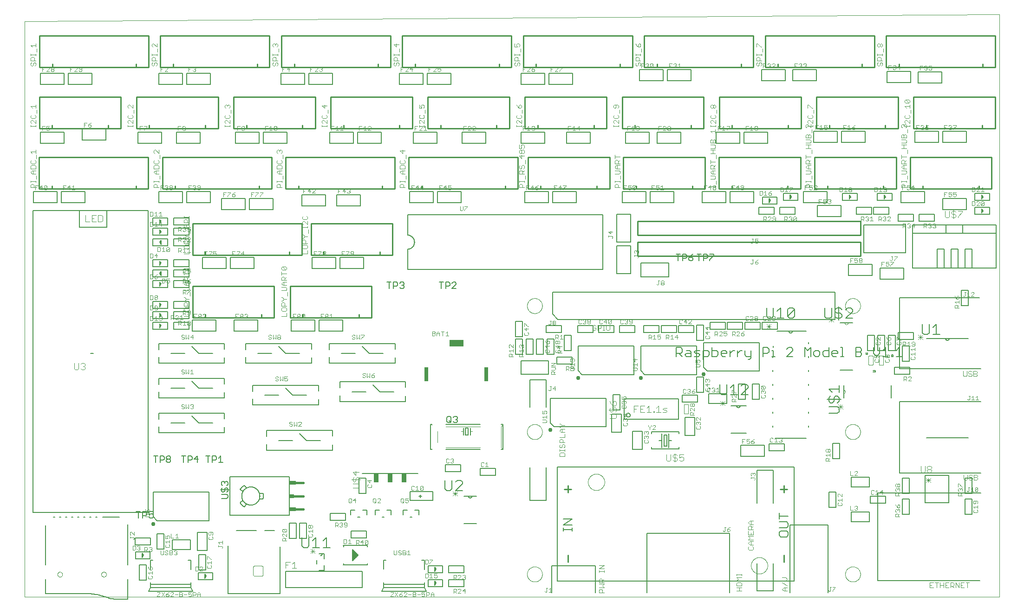
<source format=gto>
G75*
%MOIN*%
%OFA0B0*%
%FSLAX25Y25*%
%IPPOS*%
%LPD*%
%AMOC8*
5,1,8,0,0,1.08239X$1,22.5*
%
%ADD10C,0.00000*%
%ADD11C,0.00400*%
%ADD12R,0.10000X0.05000*%
%ADD13R,0.02835X0.10000*%
%ADD14C,0.00500*%
%ADD15C,0.00300*%
%ADD16C,0.00800*%
%ADD17C,0.00100*%
%ADD18C,0.01000*%
%ADD19C,0.00600*%
%ADD20C,0.00200*%
%ADD21C,0.01600*%
%ADD22R,0.05000X0.02500*%
%ADD23R,0.03750X0.02500*%
%ADD24R,0.03800X0.06600*%
%ADD25C,0.03000*%
D10*
X0001000Y0008593D02*
X0001000Y0422293D01*
X0700921Y0427293D01*
X0700921Y0008593D01*
X0001000Y0008593D01*
X0024740Y0024754D02*
X0024742Y0024838D01*
X0024748Y0024921D01*
X0024758Y0025004D01*
X0024772Y0025087D01*
X0024789Y0025169D01*
X0024811Y0025250D01*
X0024836Y0025329D01*
X0024865Y0025408D01*
X0024898Y0025485D01*
X0024934Y0025560D01*
X0024974Y0025634D01*
X0025017Y0025706D01*
X0025064Y0025775D01*
X0025114Y0025842D01*
X0025167Y0025907D01*
X0025223Y0025969D01*
X0025281Y0026029D01*
X0025343Y0026086D01*
X0025407Y0026139D01*
X0025474Y0026190D01*
X0025543Y0026237D01*
X0025614Y0026282D01*
X0025687Y0026322D01*
X0025762Y0026359D01*
X0025839Y0026393D01*
X0025917Y0026423D01*
X0025996Y0026449D01*
X0026077Y0026472D01*
X0026159Y0026490D01*
X0026241Y0026505D01*
X0026324Y0026516D01*
X0026407Y0026523D01*
X0026491Y0026526D01*
X0026575Y0026525D01*
X0026658Y0026520D01*
X0026742Y0026511D01*
X0026824Y0026498D01*
X0026906Y0026482D01*
X0026987Y0026461D01*
X0027068Y0026437D01*
X0027146Y0026409D01*
X0027224Y0026377D01*
X0027300Y0026341D01*
X0027374Y0026302D01*
X0027446Y0026260D01*
X0027516Y0026214D01*
X0027584Y0026165D01*
X0027649Y0026113D01*
X0027712Y0026058D01*
X0027772Y0026000D01*
X0027830Y0025939D01*
X0027884Y0025875D01*
X0027936Y0025809D01*
X0027984Y0025741D01*
X0028029Y0025670D01*
X0028070Y0025597D01*
X0028109Y0025523D01*
X0028143Y0025447D01*
X0028174Y0025369D01*
X0028201Y0025290D01*
X0028225Y0025209D01*
X0028244Y0025128D01*
X0028260Y0025046D01*
X0028272Y0024963D01*
X0028280Y0024879D01*
X0028284Y0024796D01*
X0028284Y0024712D01*
X0028280Y0024629D01*
X0028272Y0024545D01*
X0028260Y0024462D01*
X0028244Y0024380D01*
X0028225Y0024299D01*
X0028201Y0024218D01*
X0028174Y0024139D01*
X0028143Y0024061D01*
X0028109Y0023985D01*
X0028070Y0023911D01*
X0028029Y0023838D01*
X0027984Y0023767D01*
X0027936Y0023699D01*
X0027884Y0023633D01*
X0027830Y0023569D01*
X0027772Y0023508D01*
X0027712Y0023450D01*
X0027649Y0023395D01*
X0027584Y0023343D01*
X0027516Y0023294D01*
X0027446Y0023248D01*
X0027374Y0023206D01*
X0027300Y0023167D01*
X0027224Y0023131D01*
X0027146Y0023099D01*
X0027068Y0023071D01*
X0026987Y0023047D01*
X0026906Y0023026D01*
X0026824Y0023010D01*
X0026742Y0022997D01*
X0026658Y0022988D01*
X0026575Y0022983D01*
X0026491Y0022982D01*
X0026407Y0022985D01*
X0026324Y0022992D01*
X0026241Y0023003D01*
X0026159Y0023018D01*
X0026077Y0023036D01*
X0025996Y0023059D01*
X0025917Y0023085D01*
X0025839Y0023115D01*
X0025762Y0023149D01*
X0025687Y0023186D01*
X0025614Y0023226D01*
X0025543Y0023271D01*
X0025474Y0023318D01*
X0025407Y0023369D01*
X0025343Y0023422D01*
X0025281Y0023479D01*
X0025223Y0023539D01*
X0025167Y0023601D01*
X0025114Y0023666D01*
X0025064Y0023733D01*
X0025017Y0023802D01*
X0024974Y0023874D01*
X0024934Y0023948D01*
X0024898Y0024023D01*
X0024865Y0024100D01*
X0024836Y0024179D01*
X0024811Y0024258D01*
X0024789Y0024339D01*
X0024772Y0024421D01*
X0024758Y0024504D01*
X0024748Y0024587D01*
X0024742Y0024670D01*
X0024740Y0024754D01*
X0056236Y0024754D02*
X0056238Y0024838D01*
X0056244Y0024921D01*
X0056254Y0025004D01*
X0056268Y0025087D01*
X0056285Y0025169D01*
X0056307Y0025250D01*
X0056332Y0025329D01*
X0056361Y0025408D01*
X0056394Y0025485D01*
X0056430Y0025560D01*
X0056470Y0025634D01*
X0056513Y0025706D01*
X0056560Y0025775D01*
X0056610Y0025842D01*
X0056663Y0025907D01*
X0056719Y0025969D01*
X0056777Y0026029D01*
X0056839Y0026086D01*
X0056903Y0026139D01*
X0056970Y0026190D01*
X0057039Y0026237D01*
X0057110Y0026282D01*
X0057183Y0026322D01*
X0057258Y0026359D01*
X0057335Y0026393D01*
X0057413Y0026423D01*
X0057492Y0026449D01*
X0057573Y0026472D01*
X0057655Y0026490D01*
X0057737Y0026505D01*
X0057820Y0026516D01*
X0057903Y0026523D01*
X0057987Y0026526D01*
X0058071Y0026525D01*
X0058154Y0026520D01*
X0058238Y0026511D01*
X0058320Y0026498D01*
X0058402Y0026482D01*
X0058483Y0026461D01*
X0058564Y0026437D01*
X0058642Y0026409D01*
X0058720Y0026377D01*
X0058796Y0026341D01*
X0058870Y0026302D01*
X0058942Y0026260D01*
X0059012Y0026214D01*
X0059080Y0026165D01*
X0059145Y0026113D01*
X0059208Y0026058D01*
X0059268Y0026000D01*
X0059326Y0025939D01*
X0059380Y0025875D01*
X0059432Y0025809D01*
X0059480Y0025741D01*
X0059525Y0025670D01*
X0059566Y0025597D01*
X0059605Y0025523D01*
X0059639Y0025447D01*
X0059670Y0025369D01*
X0059697Y0025290D01*
X0059721Y0025209D01*
X0059740Y0025128D01*
X0059756Y0025046D01*
X0059768Y0024963D01*
X0059776Y0024879D01*
X0059780Y0024796D01*
X0059780Y0024712D01*
X0059776Y0024629D01*
X0059768Y0024545D01*
X0059756Y0024462D01*
X0059740Y0024380D01*
X0059721Y0024299D01*
X0059697Y0024218D01*
X0059670Y0024139D01*
X0059639Y0024061D01*
X0059605Y0023985D01*
X0059566Y0023911D01*
X0059525Y0023838D01*
X0059480Y0023767D01*
X0059432Y0023699D01*
X0059380Y0023633D01*
X0059326Y0023569D01*
X0059268Y0023508D01*
X0059208Y0023450D01*
X0059145Y0023395D01*
X0059080Y0023343D01*
X0059012Y0023294D01*
X0058942Y0023248D01*
X0058870Y0023206D01*
X0058796Y0023167D01*
X0058720Y0023131D01*
X0058642Y0023099D01*
X0058564Y0023071D01*
X0058483Y0023047D01*
X0058402Y0023026D01*
X0058320Y0023010D01*
X0058238Y0022997D01*
X0058154Y0022988D01*
X0058071Y0022983D01*
X0057987Y0022982D01*
X0057903Y0022985D01*
X0057820Y0022992D01*
X0057737Y0023003D01*
X0057655Y0023018D01*
X0057573Y0023036D01*
X0057492Y0023059D01*
X0057413Y0023085D01*
X0057335Y0023115D01*
X0057258Y0023149D01*
X0057183Y0023186D01*
X0057110Y0023226D01*
X0057039Y0023271D01*
X0056970Y0023318D01*
X0056903Y0023369D01*
X0056839Y0023422D01*
X0056777Y0023479D01*
X0056719Y0023539D01*
X0056663Y0023601D01*
X0056610Y0023666D01*
X0056560Y0023733D01*
X0056513Y0023802D01*
X0056470Y0023874D01*
X0056430Y0023948D01*
X0056394Y0024023D01*
X0056361Y0024100D01*
X0056332Y0024179D01*
X0056307Y0024258D01*
X0056285Y0024339D01*
X0056268Y0024421D01*
X0056254Y0024504D01*
X0056244Y0024587D01*
X0056238Y0024670D01*
X0056236Y0024754D01*
X0157000Y0081093D02*
X0157002Y0081254D01*
X0157008Y0081414D01*
X0157018Y0081575D01*
X0157032Y0081735D01*
X0157050Y0081895D01*
X0157071Y0082054D01*
X0157097Y0082213D01*
X0157127Y0082371D01*
X0157160Y0082528D01*
X0157198Y0082685D01*
X0157239Y0082840D01*
X0157284Y0082994D01*
X0157333Y0083147D01*
X0157386Y0083299D01*
X0157442Y0083450D01*
X0157503Y0083599D01*
X0157566Y0083747D01*
X0157634Y0083893D01*
X0157705Y0084037D01*
X0157779Y0084179D01*
X0157857Y0084320D01*
X0157939Y0084458D01*
X0158024Y0084595D01*
X0158112Y0084729D01*
X0158204Y0084861D01*
X0158299Y0084991D01*
X0158397Y0085119D01*
X0158498Y0085244D01*
X0158602Y0085366D01*
X0158709Y0085486D01*
X0158819Y0085603D01*
X0158932Y0085718D01*
X0159048Y0085829D01*
X0159167Y0085938D01*
X0159288Y0086043D01*
X0159412Y0086146D01*
X0159538Y0086246D01*
X0159666Y0086342D01*
X0159797Y0086435D01*
X0159931Y0086525D01*
X0160066Y0086612D01*
X0160204Y0086695D01*
X0160343Y0086775D01*
X0160485Y0086851D01*
X0160628Y0086924D01*
X0160773Y0086993D01*
X0160920Y0087059D01*
X0161068Y0087121D01*
X0161218Y0087179D01*
X0161369Y0087234D01*
X0161522Y0087285D01*
X0161676Y0087332D01*
X0161831Y0087375D01*
X0161987Y0087414D01*
X0162143Y0087450D01*
X0162301Y0087481D01*
X0162459Y0087509D01*
X0162618Y0087533D01*
X0162778Y0087553D01*
X0162938Y0087569D01*
X0163098Y0087581D01*
X0163259Y0087589D01*
X0163420Y0087593D01*
X0163580Y0087593D01*
X0163741Y0087589D01*
X0163902Y0087581D01*
X0164062Y0087569D01*
X0164222Y0087553D01*
X0164382Y0087533D01*
X0164541Y0087509D01*
X0164699Y0087481D01*
X0164857Y0087450D01*
X0165013Y0087414D01*
X0165169Y0087375D01*
X0165324Y0087332D01*
X0165478Y0087285D01*
X0165631Y0087234D01*
X0165782Y0087179D01*
X0165932Y0087121D01*
X0166080Y0087059D01*
X0166227Y0086993D01*
X0166372Y0086924D01*
X0166515Y0086851D01*
X0166657Y0086775D01*
X0166796Y0086695D01*
X0166934Y0086612D01*
X0167069Y0086525D01*
X0167203Y0086435D01*
X0167334Y0086342D01*
X0167462Y0086246D01*
X0167588Y0086146D01*
X0167712Y0086043D01*
X0167833Y0085938D01*
X0167952Y0085829D01*
X0168068Y0085718D01*
X0168181Y0085603D01*
X0168291Y0085486D01*
X0168398Y0085366D01*
X0168502Y0085244D01*
X0168603Y0085119D01*
X0168701Y0084991D01*
X0168796Y0084861D01*
X0168888Y0084729D01*
X0168976Y0084595D01*
X0169061Y0084458D01*
X0169143Y0084320D01*
X0169221Y0084179D01*
X0169295Y0084037D01*
X0169366Y0083893D01*
X0169434Y0083747D01*
X0169497Y0083599D01*
X0169558Y0083450D01*
X0169614Y0083299D01*
X0169667Y0083147D01*
X0169716Y0082994D01*
X0169761Y0082840D01*
X0169802Y0082685D01*
X0169840Y0082528D01*
X0169873Y0082371D01*
X0169903Y0082213D01*
X0169929Y0082054D01*
X0169950Y0081895D01*
X0169968Y0081735D01*
X0169982Y0081575D01*
X0169992Y0081414D01*
X0169998Y0081254D01*
X0170000Y0081093D01*
X0169998Y0080932D01*
X0169992Y0080772D01*
X0169982Y0080611D01*
X0169968Y0080451D01*
X0169950Y0080291D01*
X0169929Y0080132D01*
X0169903Y0079973D01*
X0169873Y0079815D01*
X0169840Y0079658D01*
X0169802Y0079501D01*
X0169761Y0079346D01*
X0169716Y0079192D01*
X0169667Y0079039D01*
X0169614Y0078887D01*
X0169558Y0078736D01*
X0169497Y0078587D01*
X0169434Y0078439D01*
X0169366Y0078293D01*
X0169295Y0078149D01*
X0169221Y0078007D01*
X0169143Y0077866D01*
X0169061Y0077728D01*
X0168976Y0077591D01*
X0168888Y0077457D01*
X0168796Y0077325D01*
X0168701Y0077195D01*
X0168603Y0077067D01*
X0168502Y0076942D01*
X0168398Y0076820D01*
X0168291Y0076700D01*
X0168181Y0076583D01*
X0168068Y0076468D01*
X0167952Y0076357D01*
X0167833Y0076248D01*
X0167712Y0076143D01*
X0167588Y0076040D01*
X0167462Y0075940D01*
X0167334Y0075844D01*
X0167203Y0075751D01*
X0167069Y0075661D01*
X0166934Y0075574D01*
X0166796Y0075491D01*
X0166657Y0075411D01*
X0166515Y0075335D01*
X0166372Y0075262D01*
X0166227Y0075193D01*
X0166080Y0075127D01*
X0165932Y0075065D01*
X0165782Y0075007D01*
X0165631Y0074952D01*
X0165478Y0074901D01*
X0165324Y0074854D01*
X0165169Y0074811D01*
X0165013Y0074772D01*
X0164857Y0074736D01*
X0164699Y0074705D01*
X0164541Y0074677D01*
X0164382Y0074653D01*
X0164222Y0074633D01*
X0164062Y0074617D01*
X0163902Y0074605D01*
X0163741Y0074597D01*
X0163580Y0074593D01*
X0163420Y0074593D01*
X0163259Y0074597D01*
X0163098Y0074605D01*
X0162938Y0074617D01*
X0162778Y0074633D01*
X0162618Y0074653D01*
X0162459Y0074677D01*
X0162301Y0074705D01*
X0162143Y0074736D01*
X0161987Y0074772D01*
X0161831Y0074811D01*
X0161676Y0074854D01*
X0161522Y0074901D01*
X0161369Y0074952D01*
X0161218Y0075007D01*
X0161068Y0075065D01*
X0160920Y0075127D01*
X0160773Y0075193D01*
X0160628Y0075262D01*
X0160485Y0075335D01*
X0160343Y0075411D01*
X0160204Y0075491D01*
X0160066Y0075574D01*
X0159931Y0075661D01*
X0159797Y0075751D01*
X0159666Y0075844D01*
X0159538Y0075940D01*
X0159412Y0076040D01*
X0159288Y0076143D01*
X0159167Y0076248D01*
X0159048Y0076357D01*
X0158932Y0076468D01*
X0158819Y0076583D01*
X0158709Y0076700D01*
X0158602Y0076820D01*
X0158498Y0076942D01*
X0158397Y0077067D01*
X0158299Y0077195D01*
X0158204Y0077325D01*
X0158112Y0077457D01*
X0158024Y0077591D01*
X0157939Y0077728D01*
X0157857Y0077866D01*
X0157779Y0078007D01*
X0157705Y0078149D01*
X0157634Y0078293D01*
X0157566Y0078439D01*
X0157503Y0078587D01*
X0157442Y0078736D01*
X0157386Y0078887D01*
X0157333Y0079039D01*
X0157284Y0079192D01*
X0157239Y0079346D01*
X0157198Y0079501D01*
X0157160Y0079658D01*
X0157127Y0079815D01*
X0157097Y0079973D01*
X0157071Y0080132D01*
X0157050Y0080291D01*
X0157032Y0080451D01*
X0157018Y0080611D01*
X0157008Y0080772D01*
X0157002Y0080932D01*
X0157000Y0081093D01*
X0361867Y0127234D02*
X0361869Y0127381D01*
X0361875Y0127527D01*
X0361885Y0127673D01*
X0361899Y0127819D01*
X0361917Y0127965D01*
X0361938Y0128110D01*
X0361964Y0128254D01*
X0361994Y0128398D01*
X0362027Y0128540D01*
X0362064Y0128682D01*
X0362105Y0128823D01*
X0362150Y0128962D01*
X0362199Y0129101D01*
X0362251Y0129238D01*
X0362308Y0129373D01*
X0362367Y0129507D01*
X0362431Y0129639D01*
X0362498Y0129769D01*
X0362568Y0129898D01*
X0362642Y0130025D01*
X0362719Y0130149D01*
X0362800Y0130272D01*
X0362884Y0130392D01*
X0362971Y0130510D01*
X0363061Y0130625D01*
X0363154Y0130738D01*
X0363251Y0130849D01*
X0363350Y0130957D01*
X0363452Y0131062D01*
X0363557Y0131164D01*
X0363665Y0131263D01*
X0363776Y0131360D01*
X0363889Y0131453D01*
X0364004Y0131543D01*
X0364122Y0131630D01*
X0364242Y0131714D01*
X0364365Y0131795D01*
X0364489Y0131872D01*
X0364616Y0131946D01*
X0364745Y0132016D01*
X0364875Y0132083D01*
X0365007Y0132147D01*
X0365141Y0132206D01*
X0365276Y0132263D01*
X0365413Y0132315D01*
X0365552Y0132364D01*
X0365691Y0132409D01*
X0365832Y0132450D01*
X0365974Y0132487D01*
X0366116Y0132520D01*
X0366260Y0132550D01*
X0366404Y0132576D01*
X0366549Y0132597D01*
X0366695Y0132615D01*
X0366841Y0132629D01*
X0366987Y0132639D01*
X0367133Y0132645D01*
X0367280Y0132647D01*
X0367427Y0132645D01*
X0367573Y0132639D01*
X0367719Y0132629D01*
X0367865Y0132615D01*
X0368011Y0132597D01*
X0368156Y0132576D01*
X0368300Y0132550D01*
X0368444Y0132520D01*
X0368586Y0132487D01*
X0368728Y0132450D01*
X0368869Y0132409D01*
X0369008Y0132364D01*
X0369147Y0132315D01*
X0369284Y0132263D01*
X0369419Y0132206D01*
X0369553Y0132147D01*
X0369685Y0132083D01*
X0369815Y0132016D01*
X0369944Y0131946D01*
X0370071Y0131872D01*
X0370195Y0131795D01*
X0370318Y0131714D01*
X0370438Y0131630D01*
X0370556Y0131543D01*
X0370671Y0131453D01*
X0370784Y0131360D01*
X0370895Y0131263D01*
X0371003Y0131164D01*
X0371108Y0131062D01*
X0371210Y0130957D01*
X0371309Y0130849D01*
X0371406Y0130738D01*
X0371499Y0130625D01*
X0371589Y0130510D01*
X0371676Y0130392D01*
X0371760Y0130272D01*
X0371841Y0130149D01*
X0371918Y0130025D01*
X0371992Y0129898D01*
X0372062Y0129769D01*
X0372129Y0129639D01*
X0372193Y0129507D01*
X0372252Y0129373D01*
X0372309Y0129238D01*
X0372361Y0129101D01*
X0372410Y0128962D01*
X0372455Y0128823D01*
X0372496Y0128682D01*
X0372533Y0128540D01*
X0372566Y0128398D01*
X0372596Y0128254D01*
X0372622Y0128110D01*
X0372643Y0127965D01*
X0372661Y0127819D01*
X0372675Y0127673D01*
X0372685Y0127527D01*
X0372691Y0127381D01*
X0372693Y0127234D01*
X0372691Y0127087D01*
X0372685Y0126941D01*
X0372675Y0126795D01*
X0372661Y0126649D01*
X0372643Y0126503D01*
X0372622Y0126358D01*
X0372596Y0126214D01*
X0372566Y0126070D01*
X0372533Y0125928D01*
X0372496Y0125786D01*
X0372455Y0125645D01*
X0372410Y0125506D01*
X0372361Y0125367D01*
X0372309Y0125230D01*
X0372252Y0125095D01*
X0372193Y0124961D01*
X0372129Y0124829D01*
X0372062Y0124699D01*
X0371992Y0124570D01*
X0371918Y0124443D01*
X0371841Y0124319D01*
X0371760Y0124196D01*
X0371676Y0124076D01*
X0371589Y0123958D01*
X0371499Y0123843D01*
X0371406Y0123730D01*
X0371309Y0123619D01*
X0371210Y0123511D01*
X0371108Y0123406D01*
X0371003Y0123304D01*
X0370895Y0123205D01*
X0370784Y0123108D01*
X0370671Y0123015D01*
X0370556Y0122925D01*
X0370438Y0122838D01*
X0370318Y0122754D01*
X0370195Y0122673D01*
X0370071Y0122596D01*
X0369944Y0122522D01*
X0369815Y0122452D01*
X0369685Y0122385D01*
X0369553Y0122321D01*
X0369419Y0122262D01*
X0369284Y0122205D01*
X0369147Y0122153D01*
X0369008Y0122104D01*
X0368869Y0122059D01*
X0368728Y0122018D01*
X0368586Y0121981D01*
X0368444Y0121948D01*
X0368300Y0121918D01*
X0368156Y0121892D01*
X0368011Y0121871D01*
X0367865Y0121853D01*
X0367719Y0121839D01*
X0367573Y0121829D01*
X0367427Y0121823D01*
X0367280Y0121821D01*
X0367133Y0121823D01*
X0366987Y0121829D01*
X0366841Y0121839D01*
X0366695Y0121853D01*
X0366549Y0121871D01*
X0366404Y0121892D01*
X0366260Y0121918D01*
X0366116Y0121948D01*
X0365974Y0121981D01*
X0365832Y0122018D01*
X0365691Y0122059D01*
X0365552Y0122104D01*
X0365413Y0122153D01*
X0365276Y0122205D01*
X0365141Y0122262D01*
X0365007Y0122321D01*
X0364875Y0122385D01*
X0364745Y0122452D01*
X0364616Y0122522D01*
X0364489Y0122596D01*
X0364365Y0122673D01*
X0364242Y0122754D01*
X0364122Y0122838D01*
X0364004Y0122925D01*
X0363889Y0123015D01*
X0363776Y0123108D01*
X0363665Y0123205D01*
X0363557Y0123304D01*
X0363452Y0123406D01*
X0363350Y0123511D01*
X0363251Y0123619D01*
X0363154Y0123730D01*
X0363061Y0123843D01*
X0362971Y0123958D01*
X0362884Y0124076D01*
X0362800Y0124196D01*
X0362719Y0124319D01*
X0362642Y0124443D01*
X0362568Y0124570D01*
X0362498Y0124699D01*
X0362431Y0124829D01*
X0362367Y0124961D01*
X0362308Y0125095D01*
X0362251Y0125230D01*
X0362199Y0125367D01*
X0362150Y0125506D01*
X0362105Y0125645D01*
X0362064Y0125786D01*
X0362027Y0125928D01*
X0361994Y0126070D01*
X0361964Y0126214D01*
X0361938Y0126358D01*
X0361917Y0126503D01*
X0361899Y0126649D01*
X0361885Y0126795D01*
X0361875Y0126941D01*
X0361869Y0127087D01*
X0361867Y0127234D01*
X0405594Y0091093D02*
X0405596Y0091246D01*
X0405602Y0091400D01*
X0405612Y0091553D01*
X0405626Y0091705D01*
X0405644Y0091858D01*
X0405666Y0092009D01*
X0405691Y0092160D01*
X0405721Y0092311D01*
X0405755Y0092461D01*
X0405792Y0092609D01*
X0405833Y0092757D01*
X0405878Y0092903D01*
X0405927Y0093049D01*
X0405980Y0093193D01*
X0406036Y0093335D01*
X0406096Y0093476D01*
X0406160Y0093616D01*
X0406227Y0093754D01*
X0406298Y0093890D01*
X0406373Y0094024D01*
X0406450Y0094156D01*
X0406532Y0094286D01*
X0406616Y0094414D01*
X0406704Y0094540D01*
X0406795Y0094663D01*
X0406889Y0094784D01*
X0406987Y0094902D01*
X0407087Y0095018D01*
X0407191Y0095131D01*
X0407297Y0095242D01*
X0407406Y0095350D01*
X0407518Y0095455D01*
X0407632Y0095556D01*
X0407750Y0095655D01*
X0407869Y0095751D01*
X0407991Y0095844D01*
X0408116Y0095933D01*
X0408243Y0096020D01*
X0408372Y0096102D01*
X0408503Y0096182D01*
X0408636Y0096258D01*
X0408771Y0096331D01*
X0408908Y0096400D01*
X0409047Y0096465D01*
X0409187Y0096527D01*
X0409329Y0096585D01*
X0409472Y0096640D01*
X0409617Y0096691D01*
X0409763Y0096738D01*
X0409910Y0096781D01*
X0410058Y0096820D01*
X0410207Y0096856D01*
X0410357Y0096887D01*
X0410508Y0096915D01*
X0410659Y0096939D01*
X0410812Y0096959D01*
X0410964Y0096975D01*
X0411117Y0096987D01*
X0411270Y0096995D01*
X0411423Y0096999D01*
X0411577Y0096999D01*
X0411730Y0096995D01*
X0411883Y0096987D01*
X0412036Y0096975D01*
X0412188Y0096959D01*
X0412341Y0096939D01*
X0412492Y0096915D01*
X0412643Y0096887D01*
X0412793Y0096856D01*
X0412942Y0096820D01*
X0413090Y0096781D01*
X0413237Y0096738D01*
X0413383Y0096691D01*
X0413528Y0096640D01*
X0413671Y0096585D01*
X0413813Y0096527D01*
X0413953Y0096465D01*
X0414092Y0096400D01*
X0414229Y0096331D01*
X0414364Y0096258D01*
X0414497Y0096182D01*
X0414628Y0096102D01*
X0414757Y0096020D01*
X0414884Y0095933D01*
X0415009Y0095844D01*
X0415131Y0095751D01*
X0415250Y0095655D01*
X0415368Y0095556D01*
X0415482Y0095455D01*
X0415594Y0095350D01*
X0415703Y0095242D01*
X0415809Y0095131D01*
X0415913Y0095018D01*
X0416013Y0094902D01*
X0416111Y0094784D01*
X0416205Y0094663D01*
X0416296Y0094540D01*
X0416384Y0094414D01*
X0416468Y0094286D01*
X0416550Y0094156D01*
X0416627Y0094024D01*
X0416702Y0093890D01*
X0416773Y0093754D01*
X0416840Y0093616D01*
X0416904Y0093476D01*
X0416964Y0093335D01*
X0417020Y0093193D01*
X0417073Y0093049D01*
X0417122Y0092903D01*
X0417167Y0092757D01*
X0417208Y0092609D01*
X0417245Y0092461D01*
X0417279Y0092311D01*
X0417309Y0092160D01*
X0417334Y0092009D01*
X0417356Y0091858D01*
X0417374Y0091705D01*
X0417388Y0091553D01*
X0417398Y0091400D01*
X0417404Y0091246D01*
X0417406Y0091093D01*
X0417404Y0090940D01*
X0417398Y0090786D01*
X0417388Y0090633D01*
X0417374Y0090481D01*
X0417356Y0090328D01*
X0417334Y0090177D01*
X0417309Y0090026D01*
X0417279Y0089875D01*
X0417245Y0089725D01*
X0417208Y0089577D01*
X0417167Y0089429D01*
X0417122Y0089283D01*
X0417073Y0089137D01*
X0417020Y0088993D01*
X0416964Y0088851D01*
X0416904Y0088710D01*
X0416840Y0088570D01*
X0416773Y0088432D01*
X0416702Y0088296D01*
X0416627Y0088162D01*
X0416550Y0088030D01*
X0416468Y0087900D01*
X0416384Y0087772D01*
X0416296Y0087646D01*
X0416205Y0087523D01*
X0416111Y0087402D01*
X0416013Y0087284D01*
X0415913Y0087168D01*
X0415809Y0087055D01*
X0415703Y0086944D01*
X0415594Y0086836D01*
X0415482Y0086731D01*
X0415368Y0086630D01*
X0415250Y0086531D01*
X0415131Y0086435D01*
X0415009Y0086342D01*
X0414884Y0086253D01*
X0414757Y0086166D01*
X0414628Y0086084D01*
X0414497Y0086004D01*
X0414364Y0085928D01*
X0414229Y0085855D01*
X0414092Y0085786D01*
X0413953Y0085721D01*
X0413813Y0085659D01*
X0413671Y0085601D01*
X0413528Y0085546D01*
X0413383Y0085495D01*
X0413237Y0085448D01*
X0413090Y0085405D01*
X0412942Y0085366D01*
X0412793Y0085330D01*
X0412643Y0085299D01*
X0412492Y0085271D01*
X0412341Y0085247D01*
X0412188Y0085227D01*
X0412036Y0085211D01*
X0411883Y0085199D01*
X0411730Y0085191D01*
X0411577Y0085187D01*
X0411423Y0085187D01*
X0411270Y0085191D01*
X0411117Y0085199D01*
X0410964Y0085211D01*
X0410812Y0085227D01*
X0410659Y0085247D01*
X0410508Y0085271D01*
X0410357Y0085299D01*
X0410207Y0085330D01*
X0410058Y0085366D01*
X0409910Y0085405D01*
X0409763Y0085448D01*
X0409617Y0085495D01*
X0409472Y0085546D01*
X0409329Y0085601D01*
X0409187Y0085659D01*
X0409047Y0085721D01*
X0408908Y0085786D01*
X0408771Y0085855D01*
X0408636Y0085928D01*
X0408503Y0086004D01*
X0408372Y0086084D01*
X0408243Y0086166D01*
X0408116Y0086253D01*
X0407991Y0086342D01*
X0407869Y0086435D01*
X0407750Y0086531D01*
X0407632Y0086630D01*
X0407518Y0086731D01*
X0407406Y0086836D01*
X0407297Y0086944D01*
X0407191Y0087055D01*
X0407087Y0087168D01*
X0406987Y0087284D01*
X0406889Y0087402D01*
X0406795Y0087523D01*
X0406704Y0087646D01*
X0406616Y0087772D01*
X0406532Y0087900D01*
X0406450Y0088030D01*
X0406373Y0088162D01*
X0406298Y0088296D01*
X0406227Y0088432D01*
X0406160Y0088570D01*
X0406096Y0088710D01*
X0406036Y0088851D01*
X0405980Y0088993D01*
X0405927Y0089137D01*
X0405878Y0089283D01*
X0405833Y0089429D01*
X0405792Y0089577D01*
X0405755Y0089725D01*
X0405721Y0089875D01*
X0405691Y0090026D01*
X0405666Y0090177D01*
X0405644Y0090328D01*
X0405626Y0090481D01*
X0405612Y0090633D01*
X0405602Y0090786D01*
X0405596Y0090940D01*
X0405594Y0091093D01*
X0361867Y0024872D02*
X0361869Y0025019D01*
X0361875Y0025165D01*
X0361885Y0025311D01*
X0361899Y0025457D01*
X0361917Y0025603D01*
X0361938Y0025748D01*
X0361964Y0025892D01*
X0361994Y0026036D01*
X0362027Y0026178D01*
X0362064Y0026320D01*
X0362105Y0026461D01*
X0362150Y0026600D01*
X0362199Y0026739D01*
X0362251Y0026876D01*
X0362308Y0027011D01*
X0362367Y0027145D01*
X0362431Y0027277D01*
X0362498Y0027407D01*
X0362568Y0027536D01*
X0362642Y0027663D01*
X0362719Y0027787D01*
X0362800Y0027910D01*
X0362884Y0028030D01*
X0362971Y0028148D01*
X0363061Y0028263D01*
X0363154Y0028376D01*
X0363251Y0028487D01*
X0363350Y0028595D01*
X0363452Y0028700D01*
X0363557Y0028802D01*
X0363665Y0028901D01*
X0363776Y0028998D01*
X0363889Y0029091D01*
X0364004Y0029181D01*
X0364122Y0029268D01*
X0364242Y0029352D01*
X0364365Y0029433D01*
X0364489Y0029510D01*
X0364616Y0029584D01*
X0364745Y0029654D01*
X0364875Y0029721D01*
X0365007Y0029785D01*
X0365141Y0029844D01*
X0365276Y0029901D01*
X0365413Y0029953D01*
X0365552Y0030002D01*
X0365691Y0030047D01*
X0365832Y0030088D01*
X0365974Y0030125D01*
X0366116Y0030158D01*
X0366260Y0030188D01*
X0366404Y0030214D01*
X0366549Y0030235D01*
X0366695Y0030253D01*
X0366841Y0030267D01*
X0366987Y0030277D01*
X0367133Y0030283D01*
X0367280Y0030285D01*
X0367427Y0030283D01*
X0367573Y0030277D01*
X0367719Y0030267D01*
X0367865Y0030253D01*
X0368011Y0030235D01*
X0368156Y0030214D01*
X0368300Y0030188D01*
X0368444Y0030158D01*
X0368586Y0030125D01*
X0368728Y0030088D01*
X0368869Y0030047D01*
X0369008Y0030002D01*
X0369147Y0029953D01*
X0369284Y0029901D01*
X0369419Y0029844D01*
X0369553Y0029785D01*
X0369685Y0029721D01*
X0369815Y0029654D01*
X0369944Y0029584D01*
X0370071Y0029510D01*
X0370195Y0029433D01*
X0370318Y0029352D01*
X0370438Y0029268D01*
X0370556Y0029181D01*
X0370671Y0029091D01*
X0370784Y0028998D01*
X0370895Y0028901D01*
X0371003Y0028802D01*
X0371108Y0028700D01*
X0371210Y0028595D01*
X0371309Y0028487D01*
X0371406Y0028376D01*
X0371499Y0028263D01*
X0371589Y0028148D01*
X0371676Y0028030D01*
X0371760Y0027910D01*
X0371841Y0027787D01*
X0371918Y0027663D01*
X0371992Y0027536D01*
X0372062Y0027407D01*
X0372129Y0027277D01*
X0372193Y0027145D01*
X0372252Y0027011D01*
X0372309Y0026876D01*
X0372361Y0026739D01*
X0372410Y0026600D01*
X0372455Y0026461D01*
X0372496Y0026320D01*
X0372533Y0026178D01*
X0372566Y0026036D01*
X0372596Y0025892D01*
X0372622Y0025748D01*
X0372643Y0025603D01*
X0372661Y0025457D01*
X0372675Y0025311D01*
X0372685Y0025165D01*
X0372691Y0025019D01*
X0372693Y0024872D01*
X0372691Y0024725D01*
X0372685Y0024579D01*
X0372675Y0024433D01*
X0372661Y0024287D01*
X0372643Y0024141D01*
X0372622Y0023996D01*
X0372596Y0023852D01*
X0372566Y0023708D01*
X0372533Y0023566D01*
X0372496Y0023424D01*
X0372455Y0023283D01*
X0372410Y0023144D01*
X0372361Y0023005D01*
X0372309Y0022868D01*
X0372252Y0022733D01*
X0372193Y0022599D01*
X0372129Y0022467D01*
X0372062Y0022337D01*
X0371992Y0022208D01*
X0371918Y0022081D01*
X0371841Y0021957D01*
X0371760Y0021834D01*
X0371676Y0021714D01*
X0371589Y0021596D01*
X0371499Y0021481D01*
X0371406Y0021368D01*
X0371309Y0021257D01*
X0371210Y0021149D01*
X0371108Y0021044D01*
X0371003Y0020942D01*
X0370895Y0020843D01*
X0370784Y0020746D01*
X0370671Y0020653D01*
X0370556Y0020563D01*
X0370438Y0020476D01*
X0370318Y0020392D01*
X0370195Y0020311D01*
X0370071Y0020234D01*
X0369944Y0020160D01*
X0369815Y0020090D01*
X0369685Y0020023D01*
X0369553Y0019959D01*
X0369419Y0019900D01*
X0369284Y0019843D01*
X0369147Y0019791D01*
X0369008Y0019742D01*
X0368869Y0019697D01*
X0368728Y0019656D01*
X0368586Y0019619D01*
X0368444Y0019586D01*
X0368300Y0019556D01*
X0368156Y0019530D01*
X0368011Y0019509D01*
X0367865Y0019491D01*
X0367719Y0019477D01*
X0367573Y0019467D01*
X0367427Y0019461D01*
X0367280Y0019459D01*
X0367133Y0019461D01*
X0366987Y0019467D01*
X0366841Y0019477D01*
X0366695Y0019491D01*
X0366549Y0019509D01*
X0366404Y0019530D01*
X0366260Y0019556D01*
X0366116Y0019586D01*
X0365974Y0019619D01*
X0365832Y0019656D01*
X0365691Y0019697D01*
X0365552Y0019742D01*
X0365413Y0019791D01*
X0365276Y0019843D01*
X0365141Y0019900D01*
X0365007Y0019959D01*
X0364875Y0020023D01*
X0364745Y0020090D01*
X0364616Y0020160D01*
X0364489Y0020234D01*
X0364365Y0020311D01*
X0364242Y0020392D01*
X0364122Y0020476D01*
X0364004Y0020563D01*
X0363889Y0020653D01*
X0363776Y0020746D01*
X0363665Y0020843D01*
X0363557Y0020942D01*
X0363452Y0021044D01*
X0363350Y0021149D01*
X0363251Y0021257D01*
X0363154Y0021368D01*
X0363061Y0021481D01*
X0362971Y0021596D01*
X0362884Y0021714D01*
X0362800Y0021834D01*
X0362719Y0021957D01*
X0362642Y0022081D01*
X0362568Y0022208D01*
X0362498Y0022337D01*
X0362431Y0022467D01*
X0362367Y0022599D01*
X0362308Y0022733D01*
X0362251Y0022868D01*
X0362199Y0023005D01*
X0362150Y0023144D01*
X0362105Y0023283D01*
X0362064Y0023424D01*
X0362027Y0023566D01*
X0361994Y0023708D01*
X0361964Y0023852D01*
X0361938Y0023996D01*
X0361917Y0024141D01*
X0361899Y0024287D01*
X0361885Y0024433D01*
X0361875Y0024579D01*
X0361869Y0024725D01*
X0361867Y0024872D01*
X0522594Y0031093D02*
X0522596Y0031246D01*
X0522602Y0031400D01*
X0522612Y0031553D01*
X0522626Y0031705D01*
X0522644Y0031858D01*
X0522666Y0032009D01*
X0522691Y0032160D01*
X0522721Y0032311D01*
X0522755Y0032461D01*
X0522792Y0032609D01*
X0522833Y0032757D01*
X0522878Y0032903D01*
X0522927Y0033049D01*
X0522980Y0033193D01*
X0523036Y0033335D01*
X0523096Y0033476D01*
X0523160Y0033616D01*
X0523227Y0033754D01*
X0523298Y0033890D01*
X0523373Y0034024D01*
X0523450Y0034156D01*
X0523532Y0034286D01*
X0523616Y0034414D01*
X0523704Y0034540D01*
X0523795Y0034663D01*
X0523889Y0034784D01*
X0523987Y0034902D01*
X0524087Y0035018D01*
X0524191Y0035131D01*
X0524297Y0035242D01*
X0524406Y0035350D01*
X0524518Y0035455D01*
X0524632Y0035556D01*
X0524750Y0035655D01*
X0524869Y0035751D01*
X0524991Y0035844D01*
X0525116Y0035933D01*
X0525243Y0036020D01*
X0525372Y0036102D01*
X0525503Y0036182D01*
X0525636Y0036258D01*
X0525771Y0036331D01*
X0525908Y0036400D01*
X0526047Y0036465D01*
X0526187Y0036527D01*
X0526329Y0036585D01*
X0526472Y0036640D01*
X0526617Y0036691D01*
X0526763Y0036738D01*
X0526910Y0036781D01*
X0527058Y0036820D01*
X0527207Y0036856D01*
X0527357Y0036887D01*
X0527508Y0036915D01*
X0527659Y0036939D01*
X0527812Y0036959D01*
X0527964Y0036975D01*
X0528117Y0036987D01*
X0528270Y0036995D01*
X0528423Y0036999D01*
X0528577Y0036999D01*
X0528730Y0036995D01*
X0528883Y0036987D01*
X0529036Y0036975D01*
X0529188Y0036959D01*
X0529341Y0036939D01*
X0529492Y0036915D01*
X0529643Y0036887D01*
X0529793Y0036856D01*
X0529942Y0036820D01*
X0530090Y0036781D01*
X0530237Y0036738D01*
X0530383Y0036691D01*
X0530528Y0036640D01*
X0530671Y0036585D01*
X0530813Y0036527D01*
X0530953Y0036465D01*
X0531092Y0036400D01*
X0531229Y0036331D01*
X0531364Y0036258D01*
X0531497Y0036182D01*
X0531628Y0036102D01*
X0531757Y0036020D01*
X0531884Y0035933D01*
X0532009Y0035844D01*
X0532131Y0035751D01*
X0532250Y0035655D01*
X0532368Y0035556D01*
X0532482Y0035455D01*
X0532594Y0035350D01*
X0532703Y0035242D01*
X0532809Y0035131D01*
X0532913Y0035018D01*
X0533013Y0034902D01*
X0533111Y0034784D01*
X0533205Y0034663D01*
X0533296Y0034540D01*
X0533384Y0034414D01*
X0533468Y0034286D01*
X0533550Y0034156D01*
X0533627Y0034024D01*
X0533702Y0033890D01*
X0533773Y0033754D01*
X0533840Y0033616D01*
X0533904Y0033476D01*
X0533964Y0033335D01*
X0534020Y0033193D01*
X0534073Y0033049D01*
X0534122Y0032903D01*
X0534167Y0032757D01*
X0534208Y0032609D01*
X0534245Y0032461D01*
X0534279Y0032311D01*
X0534309Y0032160D01*
X0534334Y0032009D01*
X0534356Y0031858D01*
X0534374Y0031705D01*
X0534388Y0031553D01*
X0534398Y0031400D01*
X0534404Y0031246D01*
X0534406Y0031093D01*
X0534404Y0030940D01*
X0534398Y0030786D01*
X0534388Y0030633D01*
X0534374Y0030481D01*
X0534356Y0030328D01*
X0534334Y0030177D01*
X0534309Y0030026D01*
X0534279Y0029875D01*
X0534245Y0029725D01*
X0534208Y0029577D01*
X0534167Y0029429D01*
X0534122Y0029283D01*
X0534073Y0029137D01*
X0534020Y0028993D01*
X0533964Y0028851D01*
X0533904Y0028710D01*
X0533840Y0028570D01*
X0533773Y0028432D01*
X0533702Y0028296D01*
X0533627Y0028162D01*
X0533550Y0028030D01*
X0533468Y0027900D01*
X0533384Y0027772D01*
X0533296Y0027646D01*
X0533205Y0027523D01*
X0533111Y0027402D01*
X0533013Y0027284D01*
X0532913Y0027168D01*
X0532809Y0027055D01*
X0532703Y0026944D01*
X0532594Y0026836D01*
X0532482Y0026731D01*
X0532368Y0026630D01*
X0532250Y0026531D01*
X0532131Y0026435D01*
X0532009Y0026342D01*
X0531884Y0026253D01*
X0531757Y0026166D01*
X0531628Y0026084D01*
X0531497Y0026004D01*
X0531364Y0025928D01*
X0531229Y0025855D01*
X0531092Y0025786D01*
X0530953Y0025721D01*
X0530813Y0025659D01*
X0530671Y0025601D01*
X0530528Y0025546D01*
X0530383Y0025495D01*
X0530237Y0025448D01*
X0530090Y0025405D01*
X0529942Y0025366D01*
X0529793Y0025330D01*
X0529643Y0025299D01*
X0529492Y0025271D01*
X0529341Y0025247D01*
X0529188Y0025227D01*
X0529036Y0025211D01*
X0528883Y0025199D01*
X0528730Y0025191D01*
X0528577Y0025187D01*
X0528423Y0025187D01*
X0528270Y0025191D01*
X0528117Y0025199D01*
X0527964Y0025211D01*
X0527812Y0025227D01*
X0527659Y0025247D01*
X0527508Y0025271D01*
X0527357Y0025299D01*
X0527207Y0025330D01*
X0527058Y0025366D01*
X0526910Y0025405D01*
X0526763Y0025448D01*
X0526617Y0025495D01*
X0526472Y0025546D01*
X0526329Y0025601D01*
X0526187Y0025659D01*
X0526047Y0025721D01*
X0525908Y0025786D01*
X0525771Y0025855D01*
X0525636Y0025928D01*
X0525503Y0026004D01*
X0525372Y0026084D01*
X0525243Y0026166D01*
X0525116Y0026253D01*
X0524991Y0026342D01*
X0524869Y0026435D01*
X0524750Y0026531D01*
X0524632Y0026630D01*
X0524518Y0026731D01*
X0524406Y0026836D01*
X0524297Y0026944D01*
X0524191Y0027055D01*
X0524087Y0027168D01*
X0523987Y0027284D01*
X0523889Y0027402D01*
X0523795Y0027523D01*
X0523704Y0027646D01*
X0523616Y0027772D01*
X0523532Y0027900D01*
X0523450Y0028030D01*
X0523373Y0028162D01*
X0523298Y0028296D01*
X0523227Y0028432D01*
X0523160Y0028570D01*
X0523096Y0028710D01*
X0523036Y0028851D01*
X0522980Y0028993D01*
X0522927Y0029137D01*
X0522878Y0029283D01*
X0522833Y0029429D01*
X0522792Y0029577D01*
X0522755Y0029725D01*
X0522721Y0029875D01*
X0522691Y0030026D01*
X0522666Y0030177D01*
X0522644Y0030328D01*
X0522626Y0030481D01*
X0522612Y0030633D01*
X0522602Y0030786D01*
X0522596Y0030940D01*
X0522594Y0031093D01*
X0590213Y0024872D02*
X0590215Y0025019D01*
X0590221Y0025165D01*
X0590231Y0025311D01*
X0590245Y0025457D01*
X0590263Y0025603D01*
X0590284Y0025748D01*
X0590310Y0025892D01*
X0590340Y0026036D01*
X0590373Y0026178D01*
X0590410Y0026320D01*
X0590451Y0026461D01*
X0590496Y0026600D01*
X0590545Y0026739D01*
X0590597Y0026876D01*
X0590654Y0027011D01*
X0590713Y0027145D01*
X0590777Y0027277D01*
X0590844Y0027407D01*
X0590914Y0027536D01*
X0590988Y0027663D01*
X0591065Y0027787D01*
X0591146Y0027910D01*
X0591230Y0028030D01*
X0591317Y0028148D01*
X0591407Y0028263D01*
X0591500Y0028376D01*
X0591597Y0028487D01*
X0591696Y0028595D01*
X0591798Y0028700D01*
X0591903Y0028802D01*
X0592011Y0028901D01*
X0592122Y0028998D01*
X0592235Y0029091D01*
X0592350Y0029181D01*
X0592468Y0029268D01*
X0592588Y0029352D01*
X0592711Y0029433D01*
X0592835Y0029510D01*
X0592962Y0029584D01*
X0593091Y0029654D01*
X0593221Y0029721D01*
X0593353Y0029785D01*
X0593487Y0029844D01*
X0593622Y0029901D01*
X0593759Y0029953D01*
X0593898Y0030002D01*
X0594037Y0030047D01*
X0594178Y0030088D01*
X0594320Y0030125D01*
X0594462Y0030158D01*
X0594606Y0030188D01*
X0594750Y0030214D01*
X0594895Y0030235D01*
X0595041Y0030253D01*
X0595187Y0030267D01*
X0595333Y0030277D01*
X0595479Y0030283D01*
X0595626Y0030285D01*
X0595773Y0030283D01*
X0595919Y0030277D01*
X0596065Y0030267D01*
X0596211Y0030253D01*
X0596357Y0030235D01*
X0596502Y0030214D01*
X0596646Y0030188D01*
X0596790Y0030158D01*
X0596932Y0030125D01*
X0597074Y0030088D01*
X0597215Y0030047D01*
X0597354Y0030002D01*
X0597493Y0029953D01*
X0597630Y0029901D01*
X0597765Y0029844D01*
X0597899Y0029785D01*
X0598031Y0029721D01*
X0598161Y0029654D01*
X0598290Y0029584D01*
X0598417Y0029510D01*
X0598541Y0029433D01*
X0598664Y0029352D01*
X0598784Y0029268D01*
X0598902Y0029181D01*
X0599017Y0029091D01*
X0599130Y0028998D01*
X0599241Y0028901D01*
X0599349Y0028802D01*
X0599454Y0028700D01*
X0599556Y0028595D01*
X0599655Y0028487D01*
X0599752Y0028376D01*
X0599845Y0028263D01*
X0599935Y0028148D01*
X0600022Y0028030D01*
X0600106Y0027910D01*
X0600187Y0027787D01*
X0600264Y0027663D01*
X0600338Y0027536D01*
X0600408Y0027407D01*
X0600475Y0027277D01*
X0600539Y0027145D01*
X0600598Y0027011D01*
X0600655Y0026876D01*
X0600707Y0026739D01*
X0600756Y0026600D01*
X0600801Y0026461D01*
X0600842Y0026320D01*
X0600879Y0026178D01*
X0600912Y0026036D01*
X0600942Y0025892D01*
X0600968Y0025748D01*
X0600989Y0025603D01*
X0601007Y0025457D01*
X0601021Y0025311D01*
X0601031Y0025165D01*
X0601037Y0025019D01*
X0601039Y0024872D01*
X0601037Y0024725D01*
X0601031Y0024579D01*
X0601021Y0024433D01*
X0601007Y0024287D01*
X0600989Y0024141D01*
X0600968Y0023996D01*
X0600942Y0023852D01*
X0600912Y0023708D01*
X0600879Y0023566D01*
X0600842Y0023424D01*
X0600801Y0023283D01*
X0600756Y0023144D01*
X0600707Y0023005D01*
X0600655Y0022868D01*
X0600598Y0022733D01*
X0600539Y0022599D01*
X0600475Y0022467D01*
X0600408Y0022337D01*
X0600338Y0022208D01*
X0600264Y0022081D01*
X0600187Y0021957D01*
X0600106Y0021834D01*
X0600022Y0021714D01*
X0599935Y0021596D01*
X0599845Y0021481D01*
X0599752Y0021368D01*
X0599655Y0021257D01*
X0599556Y0021149D01*
X0599454Y0021044D01*
X0599349Y0020942D01*
X0599241Y0020843D01*
X0599130Y0020746D01*
X0599017Y0020653D01*
X0598902Y0020563D01*
X0598784Y0020476D01*
X0598664Y0020392D01*
X0598541Y0020311D01*
X0598417Y0020234D01*
X0598290Y0020160D01*
X0598161Y0020090D01*
X0598031Y0020023D01*
X0597899Y0019959D01*
X0597765Y0019900D01*
X0597630Y0019843D01*
X0597493Y0019791D01*
X0597354Y0019742D01*
X0597215Y0019697D01*
X0597074Y0019656D01*
X0596932Y0019619D01*
X0596790Y0019586D01*
X0596646Y0019556D01*
X0596502Y0019530D01*
X0596357Y0019509D01*
X0596211Y0019491D01*
X0596065Y0019477D01*
X0595919Y0019467D01*
X0595773Y0019461D01*
X0595626Y0019459D01*
X0595479Y0019461D01*
X0595333Y0019467D01*
X0595187Y0019477D01*
X0595041Y0019491D01*
X0594895Y0019509D01*
X0594750Y0019530D01*
X0594606Y0019556D01*
X0594462Y0019586D01*
X0594320Y0019619D01*
X0594178Y0019656D01*
X0594037Y0019697D01*
X0593898Y0019742D01*
X0593759Y0019791D01*
X0593622Y0019843D01*
X0593487Y0019900D01*
X0593353Y0019959D01*
X0593221Y0020023D01*
X0593091Y0020090D01*
X0592962Y0020160D01*
X0592835Y0020234D01*
X0592711Y0020311D01*
X0592588Y0020392D01*
X0592468Y0020476D01*
X0592350Y0020563D01*
X0592235Y0020653D01*
X0592122Y0020746D01*
X0592011Y0020843D01*
X0591903Y0020942D01*
X0591798Y0021044D01*
X0591696Y0021149D01*
X0591597Y0021257D01*
X0591500Y0021368D01*
X0591407Y0021481D01*
X0591317Y0021596D01*
X0591230Y0021714D01*
X0591146Y0021834D01*
X0591065Y0021957D01*
X0590988Y0022081D01*
X0590914Y0022208D01*
X0590844Y0022337D01*
X0590777Y0022467D01*
X0590713Y0022599D01*
X0590654Y0022733D01*
X0590597Y0022868D01*
X0590545Y0023005D01*
X0590496Y0023144D01*
X0590451Y0023283D01*
X0590410Y0023424D01*
X0590373Y0023566D01*
X0590340Y0023708D01*
X0590310Y0023852D01*
X0590284Y0023996D01*
X0590263Y0024141D01*
X0590245Y0024287D01*
X0590231Y0024433D01*
X0590221Y0024579D01*
X0590215Y0024725D01*
X0590213Y0024872D01*
X0590213Y0127234D02*
X0590215Y0127381D01*
X0590221Y0127527D01*
X0590231Y0127673D01*
X0590245Y0127819D01*
X0590263Y0127965D01*
X0590284Y0128110D01*
X0590310Y0128254D01*
X0590340Y0128398D01*
X0590373Y0128540D01*
X0590410Y0128682D01*
X0590451Y0128823D01*
X0590496Y0128962D01*
X0590545Y0129101D01*
X0590597Y0129238D01*
X0590654Y0129373D01*
X0590713Y0129507D01*
X0590777Y0129639D01*
X0590844Y0129769D01*
X0590914Y0129898D01*
X0590988Y0130025D01*
X0591065Y0130149D01*
X0591146Y0130272D01*
X0591230Y0130392D01*
X0591317Y0130510D01*
X0591407Y0130625D01*
X0591500Y0130738D01*
X0591597Y0130849D01*
X0591696Y0130957D01*
X0591798Y0131062D01*
X0591903Y0131164D01*
X0592011Y0131263D01*
X0592122Y0131360D01*
X0592235Y0131453D01*
X0592350Y0131543D01*
X0592468Y0131630D01*
X0592588Y0131714D01*
X0592711Y0131795D01*
X0592835Y0131872D01*
X0592962Y0131946D01*
X0593091Y0132016D01*
X0593221Y0132083D01*
X0593353Y0132147D01*
X0593487Y0132206D01*
X0593622Y0132263D01*
X0593759Y0132315D01*
X0593898Y0132364D01*
X0594037Y0132409D01*
X0594178Y0132450D01*
X0594320Y0132487D01*
X0594462Y0132520D01*
X0594606Y0132550D01*
X0594750Y0132576D01*
X0594895Y0132597D01*
X0595041Y0132615D01*
X0595187Y0132629D01*
X0595333Y0132639D01*
X0595479Y0132645D01*
X0595626Y0132647D01*
X0595773Y0132645D01*
X0595919Y0132639D01*
X0596065Y0132629D01*
X0596211Y0132615D01*
X0596357Y0132597D01*
X0596502Y0132576D01*
X0596646Y0132550D01*
X0596790Y0132520D01*
X0596932Y0132487D01*
X0597074Y0132450D01*
X0597215Y0132409D01*
X0597354Y0132364D01*
X0597493Y0132315D01*
X0597630Y0132263D01*
X0597765Y0132206D01*
X0597899Y0132147D01*
X0598031Y0132083D01*
X0598161Y0132016D01*
X0598290Y0131946D01*
X0598417Y0131872D01*
X0598541Y0131795D01*
X0598664Y0131714D01*
X0598784Y0131630D01*
X0598902Y0131543D01*
X0599017Y0131453D01*
X0599130Y0131360D01*
X0599241Y0131263D01*
X0599349Y0131164D01*
X0599454Y0131062D01*
X0599556Y0130957D01*
X0599655Y0130849D01*
X0599752Y0130738D01*
X0599845Y0130625D01*
X0599935Y0130510D01*
X0600022Y0130392D01*
X0600106Y0130272D01*
X0600187Y0130149D01*
X0600264Y0130025D01*
X0600338Y0129898D01*
X0600408Y0129769D01*
X0600475Y0129639D01*
X0600539Y0129507D01*
X0600598Y0129373D01*
X0600655Y0129238D01*
X0600707Y0129101D01*
X0600756Y0128962D01*
X0600801Y0128823D01*
X0600842Y0128682D01*
X0600879Y0128540D01*
X0600912Y0128398D01*
X0600942Y0128254D01*
X0600968Y0128110D01*
X0600989Y0127965D01*
X0601007Y0127819D01*
X0601021Y0127673D01*
X0601031Y0127527D01*
X0601037Y0127381D01*
X0601039Y0127234D01*
X0601037Y0127087D01*
X0601031Y0126941D01*
X0601021Y0126795D01*
X0601007Y0126649D01*
X0600989Y0126503D01*
X0600968Y0126358D01*
X0600942Y0126214D01*
X0600912Y0126070D01*
X0600879Y0125928D01*
X0600842Y0125786D01*
X0600801Y0125645D01*
X0600756Y0125506D01*
X0600707Y0125367D01*
X0600655Y0125230D01*
X0600598Y0125095D01*
X0600539Y0124961D01*
X0600475Y0124829D01*
X0600408Y0124699D01*
X0600338Y0124570D01*
X0600264Y0124443D01*
X0600187Y0124319D01*
X0600106Y0124196D01*
X0600022Y0124076D01*
X0599935Y0123958D01*
X0599845Y0123843D01*
X0599752Y0123730D01*
X0599655Y0123619D01*
X0599556Y0123511D01*
X0599454Y0123406D01*
X0599349Y0123304D01*
X0599241Y0123205D01*
X0599130Y0123108D01*
X0599017Y0123015D01*
X0598902Y0122925D01*
X0598784Y0122838D01*
X0598664Y0122754D01*
X0598541Y0122673D01*
X0598417Y0122596D01*
X0598290Y0122522D01*
X0598161Y0122452D01*
X0598031Y0122385D01*
X0597899Y0122321D01*
X0597765Y0122262D01*
X0597630Y0122205D01*
X0597493Y0122153D01*
X0597354Y0122104D01*
X0597215Y0122059D01*
X0597074Y0122018D01*
X0596932Y0121981D01*
X0596790Y0121948D01*
X0596646Y0121918D01*
X0596502Y0121892D01*
X0596357Y0121871D01*
X0596211Y0121853D01*
X0596065Y0121839D01*
X0595919Y0121829D01*
X0595773Y0121823D01*
X0595626Y0121821D01*
X0595479Y0121823D01*
X0595333Y0121829D01*
X0595187Y0121839D01*
X0595041Y0121853D01*
X0594895Y0121871D01*
X0594750Y0121892D01*
X0594606Y0121918D01*
X0594462Y0121948D01*
X0594320Y0121981D01*
X0594178Y0122018D01*
X0594037Y0122059D01*
X0593898Y0122104D01*
X0593759Y0122153D01*
X0593622Y0122205D01*
X0593487Y0122262D01*
X0593353Y0122321D01*
X0593221Y0122385D01*
X0593091Y0122452D01*
X0592962Y0122522D01*
X0592835Y0122596D01*
X0592711Y0122673D01*
X0592588Y0122754D01*
X0592468Y0122838D01*
X0592350Y0122925D01*
X0592235Y0123015D01*
X0592122Y0123108D01*
X0592011Y0123205D01*
X0591903Y0123304D01*
X0591798Y0123406D01*
X0591696Y0123511D01*
X0591597Y0123619D01*
X0591500Y0123730D01*
X0591407Y0123843D01*
X0591317Y0123958D01*
X0591230Y0124076D01*
X0591146Y0124196D01*
X0591065Y0124319D01*
X0590988Y0124443D01*
X0590914Y0124570D01*
X0590844Y0124699D01*
X0590777Y0124829D01*
X0590713Y0124961D01*
X0590654Y0125095D01*
X0590597Y0125230D01*
X0590545Y0125367D01*
X0590496Y0125506D01*
X0590451Y0125645D01*
X0590410Y0125786D01*
X0590373Y0125928D01*
X0590340Y0126070D01*
X0590310Y0126214D01*
X0590284Y0126358D01*
X0590263Y0126503D01*
X0590245Y0126649D01*
X0590231Y0126795D01*
X0590221Y0126941D01*
X0590215Y0127087D01*
X0590213Y0127234D01*
X0589000Y0154893D02*
X0589069Y0154895D01*
X0589137Y0154901D01*
X0589205Y0154911D01*
X0589272Y0154924D01*
X0589338Y0154942D01*
X0589403Y0154963D01*
X0589467Y0154988D01*
X0589529Y0155016D01*
X0589590Y0155048D01*
X0589649Y0155083D01*
X0589705Y0155122D01*
X0589760Y0155164D01*
X0589811Y0155209D01*
X0589861Y0155257D01*
X0589907Y0155307D01*
X0589950Y0155360D01*
X0589991Y0155416D01*
X0590028Y0155473D01*
X0590061Y0155533D01*
X0590092Y0155595D01*
X0590118Y0155658D01*
X0590141Y0155722D01*
X0590161Y0155788D01*
X0590176Y0155855D01*
X0590188Y0155922D01*
X0590196Y0155990D01*
X0590200Y0156059D01*
X0590200Y0156127D01*
X0590196Y0156196D01*
X0590188Y0156264D01*
X0590176Y0156331D01*
X0590161Y0156398D01*
X0590141Y0156464D01*
X0590118Y0156528D01*
X0590092Y0156591D01*
X0590061Y0156653D01*
X0590028Y0156713D01*
X0589991Y0156770D01*
X0589950Y0156826D01*
X0589907Y0156879D01*
X0589861Y0156929D01*
X0589811Y0156977D01*
X0589760Y0157022D01*
X0589705Y0157064D01*
X0589649Y0157103D01*
X0589590Y0157138D01*
X0589529Y0157170D01*
X0589467Y0157198D01*
X0589403Y0157223D01*
X0589338Y0157244D01*
X0589272Y0157262D01*
X0589205Y0157275D01*
X0589137Y0157285D01*
X0589069Y0157291D01*
X0589000Y0157293D01*
X0589800Y0205593D02*
X0589802Y0205524D01*
X0589808Y0205456D01*
X0589818Y0205388D01*
X0589831Y0205321D01*
X0589849Y0205255D01*
X0589870Y0205190D01*
X0589895Y0205126D01*
X0589923Y0205064D01*
X0589955Y0205003D01*
X0589990Y0204944D01*
X0590029Y0204888D01*
X0590071Y0204833D01*
X0590116Y0204782D01*
X0590164Y0204732D01*
X0590214Y0204686D01*
X0590267Y0204643D01*
X0590323Y0204602D01*
X0590380Y0204565D01*
X0590440Y0204532D01*
X0590502Y0204501D01*
X0590565Y0204475D01*
X0590629Y0204452D01*
X0590695Y0204432D01*
X0590762Y0204417D01*
X0590829Y0204405D01*
X0590897Y0204397D01*
X0590966Y0204393D01*
X0591034Y0204393D01*
X0591103Y0204397D01*
X0591171Y0204405D01*
X0591238Y0204417D01*
X0591305Y0204432D01*
X0591371Y0204452D01*
X0591435Y0204475D01*
X0591498Y0204501D01*
X0591560Y0204532D01*
X0591620Y0204565D01*
X0591677Y0204602D01*
X0591733Y0204643D01*
X0591786Y0204686D01*
X0591836Y0204732D01*
X0591884Y0204782D01*
X0591929Y0204833D01*
X0591971Y0204888D01*
X0592010Y0204944D01*
X0592045Y0205003D01*
X0592077Y0205064D01*
X0592105Y0205126D01*
X0592130Y0205190D01*
X0592151Y0205255D01*
X0592169Y0205321D01*
X0592182Y0205388D01*
X0592192Y0205456D01*
X0592198Y0205524D01*
X0592200Y0205593D01*
X0590213Y0217785D02*
X0590215Y0217932D01*
X0590221Y0218078D01*
X0590231Y0218224D01*
X0590245Y0218370D01*
X0590263Y0218516D01*
X0590284Y0218661D01*
X0590310Y0218805D01*
X0590340Y0218949D01*
X0590373Y0219091D01*
X0590410Y0219233D01*
X0590451Y0219374D01*
X0590496Y0219513D01*
X0590545Y0219652D01*
X0590597Y0219789D01*
X0590654Y0219924D01*
X0590713Y0220058D01*
X0590777Y0220190D01*
X0590844Y0220320D01*
X0590914Y0220449D01*
X0590988Y0220576D01*
X0591065Y0220700D01*
X0591146Y0220823D01*
X0591230Y0220943D01*
X0591317Y0221061D01*
X0591407Y0221176D01*
X0591500Y0221289D01*
X0591597Y0221400D01*
X0591696Y0221508D01*
X0591798Y0221613D01*
X0591903Y0221715D01*
X0592011Y0221814D01*
X0592122Y0221911D01*
X0592235Y0222004D01*
X0592350Y0222094D01*
X0592468Y0222181D01*
X0592588Y0222265D01*
X0592711Y0222346D01*
X0592835Y0222423D01*
X0592962Y0222497D01*
X0593091Y0222567D01*
X0593221Y0222634D01*
X0593353Y0222698D01*
X0593487Y0222757D01*
X0593622Y0222814D01*
X0593759Y0222866D01*
X0593898Y0222915D01*
X0594037Y0222960D01*
X0594178Y0223001D01*
X0594320Y0223038D01*
X0594462Y0223071D01*
X0594606Y0223101D01*
X0594750Y0223127D01*
X0594895Y0223148D01*
X0595041Y0223166D01*
X0595187Y0223180D01*
X0595333Y0223190D01*
X0595479Y0223196D01*
X0595626Y0223198D01*
X0595773Y0223196D01*
X0595919Y0223190D01*
X0596065Y0223180D01*
X0596211Y0223166D01*
X0596357Y0223148D01*
X0596502Y0223127D01*
X0596646Y0223101D01*
X0596790Y0223071D01*
X0596932Y0223038D01*
X0597074Y0223001D01*
X0597215Y0222960D01*
X0597354Y0222915D01*
X0597493Y0222866D01*
X0597630Y0222814D01*
X0597765Y0222757D01*
X0597899Y0222698D01*
X0598031Y0222634D01*
X0598161Y0222567D01*
X0598290Y0222497D01*
X0598417Y0222423D01*
X0598541Y0222346D01*
X0598664Y0222265D01*
X0598784Y0222181D01*
X0598902Y0222094D01*
X0599017Y0222004D01*
X0599130Y0221911D01*
X0599241Y0221814D01*
X0599349Y0221715D01*
X0599454Y0221613D01*
X0599556Y0221508D01*
X0599655Y0221400D01*
X0599752Y0221289D01*
X0599845Y0221176D01*
X0599935Y0221061D01*
X0600022Y0220943D01*
X0600106Y0220823D01*
X0600187Y0220700D01*
X0600264Y0220576D01*
X0600338Y0220449D01*
X0600408Y0220320D01*
X0600475Y0220190D01*
X0600539Y0220058D01*
X0600598Y0219924D01*
X0600655Y0219789D01*
X0600707Y0219652D01*
X0600756Y0219513D01*
X0600801Y0219374D01*
X0600842Y0219233D01*
X0600879Y0219091D01*
X0600912Y0218949D01*
X0600942Y0218805D01*
X0600968Y0218661D01*
X0600989Y0218516D01*
X0601007Y0218370D01*
X0601021Y0218224D01*
X0601031Y0218078D01*
X0601037Y0217932D01*
X0601039Y0217785D01*
X0601037Y0217638D01*
X0601031Y0217492D01*
X0601021Y0217346D01*
X0601007Y0217200D01*
X0600989Y0217054D01*
X0600968Y0216909D01*
X0600942Y0216765D01*
X0600912Y0216621D01*
X0600879Y0216479D01*
X0600842Y0216337D01*
X0600801Y0216196D01*
X0600756Y0216057D01*
X0600707Y0215918D01*
X0600655Y0215781D01*
X0600598Y0215646D01*
X0600539Y0215512D01*
X0600475Y0215380D01*
X0600408Y0215250D01*
X0600338Y0215121D01*
X0600264Y0214994D01*
X0600187Y0214870D01*
X0600106Y0214747D01*
X0600022Y0214627D01*
X0599935Y0214509D01*
X0599845Y0214394D01*
X0599752Y0214281D01*
X0599655Y0214170D01*
X0599556Y0214062D01*
X0599454Y0213957D01*
X0599349Y0213855D01*
X0599241Y0213756D01*
X0599130Y0213659D01*
X0599017Y0213566D01*
X0598902Y0213476D01*
X0598784Y0213389D01*
X0598664Y0213305D01*
X0598541Y0213224D01*
X0598417Y0213147D01*
X0598290Y0213073D01*
X0598161Y0213003D01*
X0598031Y0212936D01*
X0597899Y0212872D01*
X0597765Y0212813D01*
X0597630Y0212756D01*
X0597493Y0212704D01*
X0597354Y0212655D01*
X0597215Y0212610D01*
X0597074Y0212569D01*
X0596932Y0212532D01*
X0596790Y0212499D01*
X0596646Y0212469D01*
X0596502Y0212443D01*
X0596357Y0212422D01*
X0596211Y0212404D01*
X0596065Y0212390D01*
X0595919Y0212380D01*
X0595773Y0212374D01*
X0595626Y0212372D01*
X0595479Y0212374D01*
X0595333Y0212380D01*
X0595187Y0212390D01*
X0595041Y0212404D01*
X0594895Y0212422D01*
X0594750Y0212443D01*
X0594606Y0212469D01*
X0594462Y0212499D01*
X0594320Y0212532D01*
X0594178Y0212569D01*
X0594037Y0212610D01*
X0593898Y0212655D01*
X0593759Y0212704D01*
X0593622Y0212756D01*
X0593487Y0212813D01*
X0593353Y0212872D01*
X0593221Y0212936D01*
X0593091Y0213003D01*
X0592962Y0213073D01*
X0592835Y0213147D01*
X0592711Y0213224D01*
X0592588Y0213305D01*
X0592468Y0213389D01*
X0592350Y0213476D01*
X0592235Y0213566D01*
X0592122Y0213659D01*
X0592011Y0213756D01*
X0591903Y0213855D01*
X0591798Y0213957D01*
X0591696Y0214062D01*
X0591597Y0214170D01*
X0591500Y0214281D01*
X0591407Y0214394D01*
X0591317Y0214509D01*
X0591230Y0214627D01*
X0591146Y0214747D01*
X0591065Y0214870D01*
X0590988Y0214994D01*
X0590914Y0215121D01*
X0590844Y0215250D01*
X0590777Y0215380D01*
X0590713Y0215512D01*
X0590654Y0215646D01*
X0590597Y0215781D01*
X0590545Y0215918D01*
X0590496Y0216057D01*
X0590451Y0216196D01*
X0590410Y0216337D01*
X0590373Y0216479D01*
X0590340Y0216621D01*
X0590310Y0216765D01*
X0590284Y0216909D01*
X0590263Y0217054D01*
X0590245Y0217200D01*
X0590231Y0217346D01*
X0590221Y0217492D01*
X0590215Y0217638D01*
X0590213Y0217785D01*
X0361867Y0217785D02*
X0361869Y0217932D01*
X0361875Y0218078D01*
X0361885Y0218224D01*
X0361899Y0218370D01*
X0361917Y0218516D01*
X0361938Y0218661D01*
X0361964Y0218805D01*
X0361994Y0218949D01*
X0362027Y0219091D01*
X0362064Y0219233D01*
X0362105Y0219374D01*
X0362150Y0219513D01*
X0362199Y0219652D01*
X0362251Y0219789D01*
X0362308Y0219924D01*
X0362367Y0220058D01*
X0362431Y0220190D01*
X0362498Y0220320D01*
X0362568Y0220449D01*
X0362642Y0220576D01*
X0362719Y0220700D01*
X0362800Y0220823D01*
X0362884Y0220943D01*
X0362971Y0221061D01*
X0363061Y0221176D01*
X0363154Y0221289D01*
X0363251Y0221400D01*
X0363350Y0221508D01*
X0363452Y0221613D01*
X0363557Y0221715D01*
X0363665Y0221814D01*
X0363776Y0221911D01*
X0363889Y0222004D01*
X0364004Y0222094D01*
X0364122Y0222181D01*
X0364242Y0222265D01*
X0364365Y0222346D01*
X0364489Y0222423D01*
X0364616Y0222497D01*
X0364745Y0222567D01*
X0364875Y0222634D01*
X0365007Y0222698D01*
X0365141Y0222757D01*
X0365276Y0222814D01*
X0365413Y0222866D01*
X0365552Y0222915D01*
X0365691Y0222960D01*
X0365832Y0223001D01*
X0365974Y0223038D01*
X0366116Y0223071D01*
X0366260Y0223101D01*
X0366404Y0223127D01*
X0366549Y0223148D01*
X0366695Y0223166D01*
X0366841Y0223180D01*
X0366987Y0223190D01*
X0367133Y0223196D01*
X0367280Y0223198D01*
X0367427Y0223196D01*
X0367573Y0223190D01*
X0367719Y0223180D01*
X0367865Y0223166D01*
X0368011Y0223148D01*
X0368156Y0223127D01*
X0368300Y0223101D01*
X0368444Y0223071D01*
X0368586Y0223038D01*
X0368728Y0223001D01*
X0368869Y0222960D01*
X0369008Y0222915D01*
X0369147Y0222866D01*
X0369284Y0222814D01*
X0369419Y0222757D01*
X0369553Y0222698D01*
X0369685Y0222634D01*
X0369815Y0222567D01*
X0369944Y0222497D01*
X0370071Y0222423D01*
X0370195Y0222346D01*
X0370318Y0222265D01*
X0370438Y0222181D01*
X0370556Y0222094D01*
X0370671Y0222004D01*
X0370784Y0221911D01*
X0370895Y0221814D01*
X0371003Y0221715D01*
X0371108Y0221613D01*
X0371210Y0221508D01*
X0371309Y0221400D01*
X0371406Y0221289D01*
X0371499Y0221176D01*
X0371589Y0221061D01*
X0371676Y0220943D01*
X0371760Y0220823D01*
X0371841Y0220700D01*
X0371918Y0220576D01*
X0371992Y0220449D01*
X0372062Y0220320D01*
X0372129Y0220190D01*
X0372193Y0220058D01*
X0372252Y0219924D01*
X0372309Y0219789D01*
X0372361Y0219652D01*
X0372410Y0219513D01*
X0372455Y0219374D01*
X0372496Y0219233D01*
X0372533Y0219091D01*
X0372566Y0218949D01*
X0372596Y0218805D01*
X0372622Y0218661D01*
X0372643Y0218516D01*
X0372661Y0218370D01*
X0372675Y0218224D01*
X0372685Y0218078D01*
X0372691Y0217932D01*
X0372693Y0217785D01*
X0372691Y0217638D01*
X0372685Y0217492D01*
X0372675Y0217346D01*
X0372661Y0217200D01*
X0372643Y0217054D01*
X0372622Y0216909D01*
X0372596Y0216765D01*
X0372566Y0216621D01*
X0372533Y0216479D01*
X0372496Y0216337D01*
X0372455Y0216196D01*
X0372410Y0216057D01*
X0372361Y0215918D01*
X0372309Y0215781D01*
X0372252Y0215646D01*
X0372193Y0215512D01*
X0372129Y0215380D01*
X0372062Y0215250D01*
X0371992Y0215121D01*
X0371918Y0214994D01*
X0371841Y0214870D01*
X0371760Y0214747D01*
X0371676Y0214627D01*
X0371589Y0214509D01*
X0371499Y0214394D01*
X0371406Y0214281D01*
X0371309Y0214170D01*
X0371210Y0214062D01*
X0371108Y0213957D01*
X0371003Y0213855D01*
X0370895Y0213756D01*
X0370784Y0213659D01*
X0370671Y0213566D01*
X0370556Y0213476D01*
X0370438Y0213389D01*
X0370318Y0213305D01*
X0370195Y0213224D01*
X0370071Y0213147D01*
X0369944Y0213073D01*
X0369815Y0213003D01*
X0369685Y0212936D01*
X0369553Y0212872D01*
X0369419Y0212813D01*
X0369284Y0212756D01*
X0369147Y0212704D01*
X0369008Y0212655D01*
X0368869Y0212610D01*
X0368728Y0212569D01*
X0368586Y0212532D01*
X0368444Y0212499D01*
X0368300Y0212469D01*
X0368156Y0212443D01*
X0368011Y0212422D01*
X0367865Y0212404D01*
X0367719Y0212390D01*
X0367573Y0212380D01*
X0367427Y0212374D01*
X0367280Y0212372D01*
X0367133Y0212374D01*
X0366987Y0212380D01*
X0366841Y0212390D01*
X0366695Y0212404D01*
X0366549Y0212422D01*
X0366404Y0212443D01*
X0366260Y0212469D01*
X0366116Y0212499D01*
X0365974Y0212532D01*
X0365832Y0212569D01*
X0365691Y0212610D01*
X0365552Y0212655D01*
X0365413Y0212704D01*
X0365276Y0212756D01*
X0365141Y0212813D01*
X0365007Y0212872D01*
X0364875Y0212936D01*
X0364745Y0213003D01*
X0364616Y0213073D01*
X0364489Y0213147D01*
X0364365Y0213224D01*
X0364242Y0213305D01*
X0364122Y0213389D01*
X0364004Y0213476D01*
X0363889Y0213566D01*
X0363776Y0213659D01*
X0363665Y0213756D01*
X0363557Y0213855D01*
X0363452Y0213957D01*
X0363350Y0214062D01*
X0363251Y0214170D01*
X0363154Y0214281D01*
X0363061Y0214394D01*
X0362971Y0214509D01*
X0362884Y0214627D01*
X0362800Y0214747D01*
X0362719Y0214870D01*
X0362642Y0214994D01*
X0362568Y0215121D01*
X0362498Y0215250D01*
X0362431Y0215380D01*
X0362367Y0215512D01*
X0362308Y0215646D01*
X0362251Y0215781D01*
X0362199Y0215918D01*
X0362150Y0216057D01*
X0362105Y0216196D01*
X0362064Y0216337D01*
X0362027Y0216479D01*
X0361994Y0216621D01*
X0361964Y0216765D01*
X0361938Y0216909D01*
X0361917Y0217054D01*
X0361899Y0217200D01*
X0361885Y0217346D01*
X0361875Y0217492D01*
X0361869Y0217638D01*
X0361867Y0217785D01*
D11*
X0360214Y0205138D02*
X0362283Y0203070D01*
X0362800Y0203070D01*
X0362800Y0201398D02*
X0359697Y0201398D01*
X0361249Y0199847D01*
X0361249Y0201915D01*
X0359697Y0203070D02*
X0359697Y0205138D01*
X0360214Y0205138D01*
X0360214Y0198693D02*
X0359697Y0198176D01*
X0359697Y0197141D01*
X0360214Y0196624D01*
X0362283Y0196624D01*
X0362800Y0197141D01*
X0362800Y0198176D01*
X0362283Y0198693D01*
X0358783Y0189806D02*
X0359300Y0189289D01*
X0359300Y0188255D01*
X0358783Y0187738D01*
X0359300Y0186584D02*
X0359300Y0184515D01*
X0359300Y0185549D02*
X0356197Y0185549D01*
X0357232Y0184515D01*
X0356714Y0183361D02*
X0357749Y0183361D01*
X0358266Y0182844D01*
X0358266Y0181293D01*
X0358266Y0182327D02*
X0359300Y0183361D01*
X0359300Y0181293D02*
X0356197Y0181293D01*
X0356197Y0182844D01*
X0356714Y0183361D01*
X0356714Y0187738D02*
X0356197Y0188255D01*
X0356197Y0189289D01*
X0356714Y0189806D01*
X0357232Y0189806D01*
X0357749Y0189289D01*
X0358266Y0189806D01*
X0358783Y0189806D01*
X0357749Y0189289D02*
X0357749Y0188772D01*
X0351800Y0187738D02*
X0349732Y0189806D01*
X0349214Y0189806D01*
X0348697Y0189289D01*
X0348697Y0188255D01*
X0349214Y0187738D01*
X0348697Y0185549D02*
X0351800Y0185549D01*
X0351800Y0184515D02*
X0351800Y0186584D01*
X0351800Y0187738D02*
X0351800Y0189806D01*
X0348697Y0185549D02*
X0349732Y0184515D01*
X0349214Y0183361D02*
X0350249Y0183361D01*
X0350766Y0182844D01*
X0350766Y0181293D01*
X0350766Y0182327D02*
X0351800Y0183361D01*
X0351800Y0181293D02*
X0348697Y0181293D01*
X0348697Y0182844D01*
X0349214Y0183361D01*
X0374697Y0184641D02*
X0375214Y0184124D01*
X0377283Y0184124D01*
X0377800Y0184641D01*
X0377800Y0185676D01*
X0377283Y0186193D01*
X0376249Y0187347D02*
X0376249Y0189415D01*
X0376249Y0190570D02*
X0376249Y0192121D01*
X0376766Y0192638D01*
X0377283Y0192638D01*
X0377800Y0192121D01*
X0377800Y0191087D01*
X0377283Y0190570D01*
X0376249Y0190570D01*
X0375214Y0191604D01*
X0374697Y0192638D01*
X0374697Y0188898D02*
X0376249Y0187347D01*
X0375214Y0186193D02*
X0374697Y0185676D01*
X0374697Y0184641D01*
X0374697Y0188898D02*
X0377800Y0188898D01*
X0382197Y0188898D02*
X0383749Y0187347D01*
X0383749Y0189415D01*
X0383697Y0188567D02*
X0385249Y0187015D01*
X0385249Y0189084D01*
X0385300Y0188898D02*
X0382197Y0188898D01*
X0383697Y0188567D02*
X0386800Y0188567D01*
X0386800Y0185861D02*
X0385766Y0184827D01*
X0385300Y0184641D02*
X0385300Y0185676D01*
X0384783Y0186193D01*
X0385249Y0185861D02*
X0385766Y0185344D01*
X0385766Y0183793D01*
X0385300Y0184641D02*
X0384783Y0184124D01*
X0382714Y0184124D01*
X0382197Y0184641D01*
X0382197Y0185676D01*
X0382714Y0186193D01*
X0383697Y0185344D02*
X0384214Y0185861D01*
X0385249Y0185861D01*
X0383697Y0185344D02*
X0383697Y0183793D01*
X0386800Y0183793D01*
X0392697Y0179289D02*
X0393214Y0179806D01*
X0393732Y0179806D01*
X0394249Y0179289D01*
X0394766Y0179806D01*
X0395283Y0179806D01*
X0395800Y0179289D01*
X0395800Y0178255D01*
X0395283Y0177738D01*
X0395800Y0176584D02*
X0395800Y0174515D01*
X0395046Y0173878D02*
X0395046Y0173361D01*
X0394529Y0172844D01*
X0393494Y0172844D01*
X0392977Y0173361D01*
X0392977Y0173878D01*
X0393494Y0174395D01*
X0394529Y0174395D01*
X0395046Y0173878D01*
X0395283Y0173361D02*
X0392697Y0173361D01*
X0393494Y0172844D02*
X0392977Y0172327D01*
X0392977Y0171810D01*
X0393494Y0171293D01*
X0394529Y0171293D01*
X0395046Y0171810D01*
X0395046Y0172327D01*
X0394529Y0172844D01*
X0395283Y0173361D02*
X0395800Y0172844D01*
X0395800Y0171810D01*
X0395283Y0171293D01*
X0392697Y0171293D01*
X0391823Y0171293D02*
X0390789Y0172327D01*
X0391306Y0172327D02*
X0389755Y0172327D01*
X0389755Y0171293D02*
X0389755Y0174395D01*
X0391306Y0174395D01*
X0391823Y0173878D01*
X0391823Y0172844D01*
X0391306Y0172327D01*
X0393732Y0174515D02*
X0392697Y0175549D01*
X0395800Y0175549D01*
X0393214Y0177738D02*
X0392697Y0178255D01*
X0392697Y0179289D01*
X0394249Y0179289D02*
X0394249Y0178772D01*
X0384783Y0190570D02*
X0384266Y0190570D01*
X0383749Y0191087D01*
X0383749Y0192121D01*
X0384266Y0192638D01*
X0384783Y0192638D01*
X0385300Y0192121D01*
X0385300Y0191087D01*
X0384783Y0190570D01*
X0383749Y0191087D02*
X0383232Y0190570D01*
X0382714Y0190570D01*
X0382197Y0191087D01*
X0382197Y0192121D01*
X0382714Y0192638D01*
X0383232Y0192638D01*
X0383749Y0192121D01*
X0384323Y0193793D02*
X0383289Y0194827D01*
X0383806Y0194827D02*
X0382255Y0194827D01*
X0382255Y0193793D02*
X0382255Y0196895D01*
X0383806Y0196895D01*
X0384323Y0196378D01*
X0384323Y0195344D01*
X0383806Y0194827D01*
X0385477Y0195861D02*
X0386511Y0196895D01*
X0386511Y0193793D01*
X0385477Y0193793D02*
X0387546Y0193793D01*
X0398700Y0205310D02*
X0399217Y0204793D01*
X0400251Y0204793D01*
X0400768Y0205310D01*
X0401923Y0205310D02*
X0402440Y0204793D01*
X0403474Y0204793D01*
X0403991Y0205310D01*
X0403991Y0205827D01*
X0403474Y0206344D01*
X0402957Y0206344D01*
X0403474Y0206344D02*
X0403991Y0206861D01*
X0403991Y0207378D01*
X0403474Y0207895D01*
X0402440Y0207895D01*
X0401923Y0207378D01*
X0400768Y0207378D02*
X0400251Y0207895D01*
X0399217Y0207895D01*
X0398700Y0207378D01*
X0398700Y0205310D01*
X0405145Y0205310D02*
X0405145Y0205827D01*
X0405663Y0206344D01*
X0406697Y0206344D01*
X0407214Y0205827D01*
X0407214Y0205310D01*
X0406697Y0204793D01*
X0405663Y0204793D01*
X0405145Y0205310D01*
X0405663Y0206344D02*
X0405145Y0206861D01*
X0405145Y0207378D01*
X0405663Y0207895D01*
X0406697Y0207895D01*
X0407214Y0207378D01*
X0407214Y0206861D01*
X0406697Y0206344D01*
X0413700Y0207378D02*
X0413700Y0205310D01*
X0414217Y0204793D01*
X0415251Y0204793D01*
X0415768Y0205310D01*
X0416923Y0206344D02*
X0418991Y0206344D01*
X0420145Y0207378D02*
X0420663Y0207895D01*
X0421697Y0207895D01*
X0422214Y0207378D01*
X0420145Y0205310D01*
X0420663Y0204793D01*
X0421697Y0204793D01*
X0422214Y0205310D01*
X0422214Y0207378D01*
X0420145Y0207378D02*
X0420145Y0205310D01*
X0418474Y0204793D02*
X0418474Y0207895D01*
X0416923Y0206344D01*
X0415768Y0207378D02*
X0415251Y0207895D01*
X0414217Y0207895D01*
X0413700Y0207378D01*
X0428700Y0207378D02*
X0428700Y0205310D01*
X0429217Y0204793D01*
X0430251Y0204793D01*
X0430768Y0205310D01*
X0431923Y0205310D02*
X0432440Y0204793D01*
X0433474Y0204793D01*
X0433991Y0205310D01*
X0433991Y0205827D01*
X0433474Y0206344D01*
X0432957Y0206344D01*
X0433474Y0206344D02*
X0433991Y0206861D01*
X0433991Y0207378D01*
X0433474Y0207895D01*
X0432440Y0207895D01*
X0431923Y0207378D01*
X0430768Y0207378D02*
X0430251Y0207895D01*
X0429217Y0207895D01*
X0428700Y0207378D01*
X0435145Y0207378D02*
X0435145Y0206861D01*
X0435663Y0206344D01*
X0437214Y0206344D01*
X0437214Y0207378D02*
X0436697Y0207895D01*
X0435663Y0207895D01*
X0435145Y0207378D01*
X0435145Y0205310D02*
X0435663Y0204793D01*
X0436697Y0204793D01*
X0437214Y0205310D01*
X0437214Y0207378D01*
X0449032Y0196895D02*
X0450583Y0196895D01*
X0451100Y0196378D01*
X0451100Y0195344D01*
X0450583Y0194827D01*
X0449032Y0194827D01*
X0450066Y0194827D02*
X0451100Y0193793D01*
X0452254Y0193793D02*
X0454323Y0193793D01*
X0453289Y0193793D02*
X0453289Y0196895D01*
X0452254Y0195861D01*
X0455477Y0195344D02*
X0456511Y0195861D01*
X0457029Y0195861D01*
X0457546Y0195344D01*
X0457546Y0194310D01*
X0457029Y0193793D01*
X0455994Y0193793D01*
X0455477Y0194310D01*
X0455477Y0195344D02*
X0455477Y0196895D01*
X0457546Y0196895D01*
X0461532Y0196895D02*
X0463083Y0196895D01*
X0463600Y0196378D01*
X0463600Y0195344D01*
X0463083Y0194827D01*
X0461532Y0194827D01*
X0462566Y0194827D02*
X0463600Y0193793D01*
X0464754Y0193793D02*
X0466823Y0193793D01*
X0465789Y0193793D02*
X0465789Y0196895D01*
X0464754Y0195861D01*
X0467977Y0195344D02*
X0470046Y0195344D01*
X0469529Y0196895D02*
X0467977Y0195344D01*
X0469529Y0193793D02*
X0469529Y0196895D01*
X0461532Y0196895D02*
X0461532Y0193793D01*
X0449032Y0193793D02*
X0449032Y0196895D01*
X0471200Y0205310D02*
X0471200Y0207378D01*
X0471717Y0207895D01*
X0472751Y0207895D01*
X0473268Y0207378D01*
X0474423Y0206344D02*
X0476491Y0206344D01*
X0477645Y0207378D02*
X0478163Y0207895D01*
X0479197Y0207895D01*
X0479714Y0207378D01*
X0479714Y0206861D01*
X0477645Y0204793D01*
X0479714Y0204793D01*
X0475974Y0204793D02*
X0475974Y0207895D01*
X0474423Y0206344D01*
X0473268Y0205310D02*
X0472751Y0204793D01*
X0471717Y0204793D01*
X0471200Y0205310D01*
X0489697Y0202121D02*
X0491249Y0200570D01*
X0491249Y0202638D01*
X0492800Y0202121D02*
X0489697Y0202121D01*
X0491249Y0199415D02*
X0491249Y0197347D01*
X0489697Y0198898D01*
X0492800Y0198898D01*
X0492283Y0196193D02*
X0492800Y0195676D01*
X0492800Y0194641D01*
X0492283Y0194124D01*
X0490214Y0194124D01*
X0489697Y0194641D01*
X0489697Y0195676D01*
X0490214Y0196193D01*
X0496532Y0196293D02*
X0496532Y0199395D01*
X0498083Y0199395D01*
X0498600Y0198878D01*
X0498600Y0197844D01*
X0498083Y0197327D01*
X0496532Y0197327D01*
X0497566Y0197327D02*
X0498600Y0196293D01*
X0499754Y0196293D02*
X0501823Y0198361D01*
X0501823Y0198878D01*
X0501306Y0199395D01*
X0500272Y0199395D01*
X0499754Y0198878D01*
X0499754Y0196293D02*
X0501823Y0196293D01*
X0502977Y0196810D02*
X0503494Y0196293D01*
X0504529Y0196293D01*
X0505046Y0196810D01*
X0505046Y0197844D01*
X0504529Y0198361D01*
X0504011Y0198361D01*
X0502977Y0197844D01*
X0502977Y0199395D01*
X0505046Y0199395D01*
X0509032Y0199395D02*
X0509032Y0196293D01*
X0509032Y0197327D02*
X0510583Y0197327D01*
X0511100Y0197844D01*
X0511100Y0198878D01*
X0510583Y0199395D01*
X0509032Y0199395D01*
X0510066Y0197327D02*
X0511100Y0196293D01*
X0512254Y0196293D02*
X0514323Y0198361D01*
X0514323Y0198878D01*
X0513806Y0199395D01*
X0512772Y0199395D01*
X0512254Y0198878D01*
X0512254Y0196293D02*
X0514323Y0196293D01*
X0515477Y0196810D02*
X0515994Y0196293D01*
X0517029Y0196293D01*
X0517546Y0196810D01*
X0517546Y0197327D01*
X0517029Y0197844D01*
X0515477Y0197844D01*
X0515477Y0196810D01*
X0515477Y0197844D02*
X0516511Y0198878D01*
X0517546Y0199395D01*
X0519217Y0207293D02*
X0520251Y0207293D01*
X0520768Y0207810D01*
X0521923Y0207293D02*
X0523991Y0209361D01*
X0523991Y0209878D01*
X0523474Y0210395D01*
X0522440Y0210395D01*
X0521923Y0209878D01*
X0520768Y0209878D02*
X0520251Y0210395D01*
X0519217Y0210395D01*
X0518700Y0209878D01*
X0518700Y0207810D01*
X0519217Y0207293D01*
X0521923Y0207293D02*
X0523991Y0207293D01*
X0525145Y0207810D02*
X0525145Y0208327D01*
X0525663Y0208844D01*
X0526697Y0208844D01*
X0527214Y0208327D01*
X0527214Y0207810D01*
X0526697Y0207293D01*
X0525663Y0207293D01*
X0525145Y0207810D01*
X0525663Y0208844D02*
X0525145Y0209361D01*
X0525145Y0209878D01*
X0525663Y0210395D01*
X0526697Y0210395D01*
X0527214Y0209878D01*
X0527214Y0209361D01*
X0526697Y0208844D01*
X0531200Y0209878D02*
X0531200Y0207810D01*
X0531717Y0207293D01*
X0532751Y0207293D01*
X0533268Y0207810D01*
X0534423Y0207293D02*
X0536491Y0209361D01*
X0536491Y0209878D01*
X0535974Y0210395D01*
X0534940Y0210395D01*
X0534423Y0209878D01*
X0533268Y0209878D02*
X0532751Y0210395D01*
X0531717Y0210395D01*
X0531200Y0209878D01*
X0534423Y0207293D02*
X0536491Y0207293D01*
X0537645Y0207810D02*
X0538163Y0207293D01*
X0539197Y0207293D01*
X0539714Y0207810D01*
X0539714Y0209878D01*
X0539197Y0210395D01*
X0538163Y0210395D01*
X0537645Y0209878D01*
X0537645Y0209361D01*
X0538163Y0208844D01*
X0539714Y0208844D01*
X0485800Y0178567D02*
X0485800Y0177532D01*
X0485283Y0177015D01*
X0484249Y0177015D02*
X0483732Y0178049D01*
X0483732Y0178567D01*
X0484249Y0179084D01*
X0485283Y0179084D01*
X0485800Y0178567D01*
X0484249Y0177015D02*
X0482697Y0177015D01*
X0482697Y0179084D01*
X0482697Y0175861D02*
X0485283Y0175861D01*
X0485800Y0175344D01*
X0485800Y0174310D01*
X0485283Y0173793D01*
X0482697Y0173793D01*
X0490214Y0165138D02*
X0490732Y0165138D01*
X0491249Y0164621D01*
X0491766Y0165138D01*
X0492283Y0165138D01*
X0492800Y0164621D01*
X0492800Y0163587D01*
X0492283Y0163070D01*
X0491249Y0164104D02*
X0491249Y0164621D01*
X0490214Y0165138D02*
X0489697Y0164621D01*
X0489697Y0163587D01*
X0490214Y0163070D01*
X0491249Y0161915D02*
X0491249Y0159847D01*
X0489697Y0161398D01*
X0492800Y0161398D01*
X0492751Y0158895D02*
X0491717Y0158895D01*
X0491200Y0158378D01*
X0491200Y0156310D01*
X0491717Y0155793D01*
X0492751Y0155793D01*
X0493268Y0156310D01*
X0492800Y0157141D02*
X0492800Y0158176D01*
X0492283Y0158693D01*
X0492751Y0158895D02*
X0493268Y0158378D01*
X0494423Y0158378D02*
X0494940Y0158895D01*
X0495974Y0158895D01*
X0496491Y0158378D01*
X0496491Y0157861D01*
X0495974Y0157344D01*
X0496491Y0156827D01*
X0496491Y0156310D01*
X0495974Y0155793D01*
X0494940Y0155793D01*
X0494423Y0156310D01*
X0495457Y0157344D02*
X0495974Y0157344D01*
X0497645Y0157861D02*
X0498680Y0158895D01*
X0498680Y0155793D01*
X0499714Y0155793D02*
X0497645Y0155793D01*
X0492800Y0157141D02*
X0492283Y0156624D01*
X0490214Y0156624D01*
X0489697Y0157141D01*
X0489697Y0158176D01*
X0490214Y0158693D01*
X0482214Y0157895D02*
X0481180Y0157378D01*
X0480145Y0156344D01*
X0481697Y0156344D01*
X0482214Y0155827D01*
X0482214Y0155310D01*
X0481697Y0154793D01*
X0480663Y0154793D01*
X0480145Y0155310D01*
X0480145Y0156344D01*
X0478991Y0156861D02*
X0478474Y0156344D01*
X0478991Y0155827D01*
X0478991Y0155310D01*
X0478474Y0154793D01*
X0477440Y0154793D01*
X0476923Y0155310D01*
X0475768Y0155310D02*
X0475251Y0154793D01*
X0474217Y0154793D01*
X0473700Y0155310D01*
X0473700Y0157378D01*
X0474217Y0157895D01*
X0475251Y0157895D01*
X0475768Y0157378D01*
X0476923Y0157378D02*
X0477440Y0157895D01*
X0478474Y0157895D01*
X0478991Y0157378D01*
X0478991Y0156861D01*
X0478474Y0156344D02*
X0477957Y0156344D01*
X0479214Y0147638D02*
X0479732Y0147638D01*
X0480249Y0147121D01*
X0480249Y0146087D01*
X0479732Y0145570D01*
X0479214Y0145570D01*
X0478697Y0146087D01*
X0478697Y0147121D01*
X0479214Y0147638D01*
X0480249Y0147121D02*
X0480766Y0147638D01*
X0481283Y0147638D01*
X0481800Y0147121D01*
X0481800Y0146087D01*
X0481283Y0145570D01*
X0480766Y0145570D01*
X0480249Y0146087D01*
X0479732Y0144415D02*
X0479214Y0144415D01*
X0478697Y0143898D01*
X0478697Y0142864D01*
X0479214Y0142347D01*
X0479214Y0141193D02*
X0480249Y0141193D01*
X0480766Y0140676D01*
X0480766Y0139124D01*
X0481800Y0139124D02*
X0478697Y0139124D01*
X0478697Y0140676D01*
X0479214Y0141193D01*
X0480766Y0140158D02*
X0481800Y0141193D01*
X0481800Y0142347D02*
X0479732Y0144415D01*
X0481800Y0144415D02*
X0481800Y0142347D01*
X0483714Y0137638D02*
X0483197Y0137121D01*
X0483197Y0136087D01*
X0483714Y0135570D01*
X0483714Y0134415D02*
X0484232Y0134415D01*
X0484749Y0133898D01*
X0485266Y0134415D01*
X0485783Y0134415D01*
X0486300Y0133898D01*
X0486300Y0132864D01*
X0485783Y0132347D01*
X0485783Y0131193D02*
X0486300Y0130676D01*
X0486300Y0129641D01*
X0485783Y0129124D01*
X0483714Y0129124D01*
X0483197Y0129641D01*
X0483197Y0130676D01*
X0483714Y0131193D01*
X0483714Y0132347D02*
X0483197Y0132864D01*
X0483197Y0133898D01*
X0483714Y0134415D01*
X0484749Y0133898D02*
X0484749Y0133381D01*
X0486300Y0135570D02*
X0484232Y0137638D01*
X0483714Y0137638D01*
X0486300Y0137638D02*
X0486300Y0135570D01*
X0462326Y0142060D02*
X0461559Y0142827D01*
X0460024Y0142827D01*
X0459257Y0143594D01*
X0460024Y0144362D01*
X0462326Y0144362D01*
X0462326Y0142060D02*
X0461559Y0141293D01*
X0459257Y0141293D01*
X0457722Y0141293D02*
X0454653Y0141293D01*
X0456188Y0141293D02*
X0456188Y0145896D01*
X0454653Y0144362D01*
X0453118Y0142060D02*
X0453118Y0141293D01*
X0452351Y0141293D01*
X0452351Y0142060D01*
X0453118Y0142060D01*
X0450816Y0141293D02*
X0447747Y0141293D01*
X0446212Y0141293D02*
X0443143Y0141293D01*
X0443143Y0145896D01*
X0446212Y0145896D01*
X0447747Y0144362D02*
X0449282Y0145896D01*
X0449282Y0141293D01*
X0444678Y0143594D02*
X0443143Y0143594D01*
X0441608Y0145896D02*
X0438539Y0145896D01*
X0438539Y0141293D01*
X0438539Y0143594D02*
X0440074Y0143594D01*
X0432800Y0144641D02*
X0432800Y0145676D01*
X0432283Y0146193D01*
X0432283Y0147347D02*
X0432800Y0147864D01*
X0432800Y0148898D01*
X0432283Y0149415D01*
X0431766Y0149415D01*
X0431249Y0148898D01*
X0431249Y0148381D01*
X0431249Y0148898D02*
X0430732Y0149415D01*
X0430214Y0149415D01*
X0429697Y0148898D01*
X0429697Y0147864D01*
X0430214Y0147347D01*
X0430214Y0146193D02*
X0429697Y0145676D01*
X0429697Y0144641D01*
X0430214Y0144124D01*
X0432283Y0144124D01*
X0432800Y0144641D01*
X0432249Y0140138D02*
X0432249Y0138070D01*
X0430697Y0139621D01*
X0433800Y0139621D01*
X0433283Y0136915D02*
X0433800Y0136398D01*
X0433800Y0135364D01*
X0433283Y0134847D01*
X0433283Y0133693D02*
X0433800Y0133176D01*
X0433800Y0132141D01*
X0433283Y0131624D01*
X0431214Y0131624D01*
X0430697Y0132141D01*
X0430697Y0133176D01*
X0431214Y0133693D01*
X0431214Y0134847D02*
X0430697Y0135364D01*
X0430697Y0136398D01*
X0431214Y0136915D01*
X0431732Y0136915D01*
X0432249Y0136398D01*
X0432766Y0136915D01*
X0433283Y0136915D01*
X0432249Y0136398D02*
X0432249Y0135881D01*
X0425800Y0137654D02*
X0425800Y0139189D01*
X0425033Y0139956D01*
X0421196Y0139956D01*
X0421963Y0141491D02*
X0421196Y0142258D01*
X0421196Y0143793D01*
X0421963Y0144560D01*
X0423498Y0143793D02*
X0423498Y0142258D01*
X0422731Y0141491D01*
X0421963Y0141491D01*
X0420429Y0143025D02*
X0426567Y0143025D01*
X0425800Y0142258D02*
X0425800Y0143793D01*
X0425033Y0144560D01*
X0424265Y0144560D01*
X0423498Y0143793D01*
X0423498Y0146094D02*
X0423498Y0148396D01*
X0424265Y0149164D01*
X0425033Y0149164D01*
X0425800Y0148396D01*
X0425800Y0146862D01*
X0425033Y0146094D01*
X0423498Y0146094D01*
X0421963Y0147629D01*
X0421196Y0149164D01*
X0425800Y0142258D02*
X0425033Y0141491D01*
X0425800Y0137654D02*
X0425033Y0136887D01*
X0421196Y0136887D01*
X0445697Y0127121D02*
X0446214Y0127638D01*
X0446732Y0127638D01*
X0447249Y0127121D01*
X0447766Y0127638D01*
X0448283Y0127638D01*
X0448800Y0127121D01*
X0448800Y0126087D01*
X0448283Y0125570D01*
X0448283Y0124415D02*
X0448800Y0123898D01*
X0448800Y0122864D01*
X0448283Y0122347D01*
X0448283Y0121193D02*
X0448800Y0120676D01*
X0448800Y0119641D01*
X0448283Y0119124D01*
X0446214Y0119124D01*
X0445697Y0119641D01*
X0445697Y0120676D01*
X0446214Y0121193D01*
X0446214Y0122347D02*
X0445697Y0122864D01*
X0445697Y0123898D01*
X0446214Y0124415D01*
X0446732Y0124415D01*
X0447249Y0123898D01*
X0447766Y0124415D01*
X0448283Y0124415D01*
X0447249Y0123898D02*
X0447249Y0123381D01*
X0446214Y0125570D02*
X0445697Y0126087D01*
X0445697Y0127121D01*
X0447249Y0127121D02*
X0447249Y0126604D01*
X0449734Y0128793D02*
X0449734Y0130344D01*
X0450768Y0131378D01*
X0450768Y0131895D01*
X0451923Y0131378D02*
X0452440Y0131895D01*
X0453474Y0131895D01*
X0453991Y0131378D01*
X0453991Y0130861D01*
X0451923Y0128793D01*
X0453991Y0128793D01*
X0449734Y0130344D02*
X0448700Y0131378D01*
X0448700Y0131895D01*
X0467933Y0111664D02*
X0467933Y0105525D01*
X0468700Y0106293D02*
X0469467Y0107060D01*
X0469467Y0107827D01*
X0468700Y0108594D01*
X0467165Y0108594D01*
X0466398Y0109362D01*
X0466398Y0110129D01*
X0467165Y0110896D01*
X0468700Y0110896D01*
X0469467Y0110129D01*
X0471002Y0110896D02*
X0471002Y0108594D01*
X0472537Y0109362D01*
X0473304Y0109362D01*
X0474071Y0108594D01*
X0474071Y0107060D01*
X0473304Y0106293D01*
X0471769Y0106293D01*
X0471002Y0107060D01*
X0468700Y0106293D02*
X0467165Y0106293D01*
X0466398Y0107060D01*
X0464863Y0107060D02*
X0464863Y0110896D01*
X0461794Y0110896D02*
X0461794Y0107060D01*
X0462561Y0106293D01*
X0464096Y0106293D01*
X0464863Y0107060D01*
X0471002Y0110896D02*
X0474071Y0110896D01*
X0516200Y0118793D02*
X0516200Y0121895D01*
X0518268Y0121895D01*
X0519423Y0121895D02*
X0519423Y0120344D01*
X0520457Y0120861D01*
X0520974Y0120861D01*
X0521491Y0120344D01*
X0521491Y0119310D01*
X0520974Y0118793D01*
X0519940Y0118793D01*
X0519423Y0119310D01*
X0517234Y0120344D02*
X0516200Y0120344D01*
X0519423Y0121895D02*
X0521491Y0121895D01*
X0522645Y0120344D02*
X0522645Y0119310D01*
X0523163Y0118793D01*
X0524197Y0118793D01*
X0524714Y0119310D01*
X0524714Y0119827D01*
X0524197Y0120344D01*
X0522645Y0120344D01*
X0523680Y0121378D01*
X0524714Y0121895D01*
X0536200Y0122378D02*
X0536200Y0120310D01*
X0536717Y0119793D01*
X0537751Y0119793D01*
X0538268Y0120310D01*
X0539423Y0119793D02*
X0541491Y0119793D01*
X0540457Y0119793D02*
X0540457Y0122895D01*
X0539423Y0121861D01*
X0538268Y0122378D02*
X0537751Y0122895D01*
X0536717Y0122895D01*
X0536200Y0122378D01*
X0542645Y0122378D02*
X0543163Y0122895D01*
X0544197Y0122895D01*
X0544714Y0122378D01*
X0544714Y0121861D01*
X0544197Y0121344D01*
X0544714Y0120827D01*
X0544714Y0120310D01*
X0544197Y0119793D01*
X0543163Y0119793D01*
X0542645Y0120310D01*
X0543680Y0121344D02*
X0544197Y0121344D01*
X0576197Y0114289D02*
X0576714Y0114806D01*
X0577232Y0114806D01*
X0577749Y0114289D01*
X0577749Y0113255D01*
X0577232Y0112738D01*
X0576714Y0112738D01*
X0576197Y0113255D01*
X0576197Y0114289D01*
X0577749Y0114289D02*
X0578266Y0114806D01*
X0578783Y0114806D01*
X0579300Y0114289D01*
X0579300Y0113255D01*
X0578783Y0112738D01*
X0578266Y0112738D01*
X0577749Y0113255D01*
X0579300Y0111584D02*
X0579300Y0109515D01*
X0579300Y0110549D02*
X0576197Y0110549D01*
X0577232Y0109515D01*
X0577749Y0108361D02*
X0578266Y0107844D01*
X0578266Y0106293D01*
X0578266Y0107327D02*
X0579300Y0108361D01*
X0577749Y0108361D02*
X0576714Y0108361D01*
X0576197Y0107844D01*
X0576197Y0106293D01*
X0579300Y0106293D01*
X0593700Y0098895D02*
X0593700Y0095793D01*
X0595768Y0095793D01*
X0596923Y0095793D02*
X0598991Y0097861D01*
X0598991Y0098378D01*
X0598474Y0098895D01*
X0597440Y0098895D01*
X0596923Y0098378D01*
X0596923Y0095793D02*
X0598991Y0095793D01*
X0609217Y0085395D02*
X0608700Y0084878D01*
X0608700Y0082810D01*
X0609217Y0082293D01*
X0610251Y0082293D01*
X0610768Y0082810D01*
X0611923Y0082293D02*
X0613991Y0082293D01*
X0612957Y0082293D02*
X0612957Y0085395D01*
X0611923Y0084361D01*
X0610768Y0084878D02*
X0610251Y0085395D01*
X0609217Y0085395D01*
X0615145Y0083844D02*
X0617214Y0083844D01*
X0616697Y0085395D02*
X0615145Y0083844D01*
X0616697Y0082293D02*
X0616697Y0085395D01*
X0626197Y0085032D02*
X0626197Y0086067D01*
X0626714Y0086584D01*
X0627232Y0086584D01*
X0627749Y0086067D01*
X0628266Y0086584D01*
X0628783Y0086584D01*
X0629300Y0086067D01*
X0629300Y0085032D01*
X0628783Y0084515D01*
X0629300Y0083361D02*
X0628266Y0082327D01*
X0628266Y0082844D02*
X0628266Y0081293D01*
X0629300Y0081293D02*
X0626197Y0081293D01*
X0626197Y0082844D01*
X0626714Y0083361D01*
X0627749Y0083361D01*
X0628266Y0082844D01*
X0626714Y0084515D02*
X0626197Y0085032D01*
X0627749Y0085549D02*
X0627749Y0086067D01*
X0628266Y0087738D02*
X0627749Y0088255D01*
X0627749Y0089289D01*
X0628266Y0089806D01*
X0628783Y0089806D01*
X0629300Y0089289D01*
X0629300Y0088255D01*
X0628783Y0087738D01*
X0628266Y0087738D01*
X0627749Y0088255D02*
X0627232Y0087738D01*
X0626714Y0087738D01*
X0626197Y0088255D01*
X0626197Y0089289D01*
X0626714Y0089806D01*
X0627232Y0089806D01*
X0627749Y0089289D01*
X0644389Y0098871D02*
X0645156Y0098104D01*
X0646691Y0098104D01*
X0647458Y0098871D01*
X0647458Y0102707D01*
X0648993Y0101940D02*
X0648993Y0101173D01*
X0649760Y0100405D01*
X0651295Y0100405D01*
X0652062Y0099638D01*
X0652062Y0098871D01*
X0651295Y0098104D01*
X0649760Y0098104D01*
X0648993Y0098871D01*
X0648993Y0099638D01*
X0649760Y0100405D01*
X0651295Y0100405D02*
X0652062Y0101173D01*
X0652062Y0101940D01*
X0651295Y0102707D01*
X0649760Y0102707D01*
X0648993Y0101940D01*
X0644389Y0102707D02*
X0644389Y0098871D01*
X0648326Y0094066D02*
X0651395Y0090997D01*
X0649861Y0090997D02*
X0649861Y0094066D01*
X0651395Y0094066D02*
X0648326Y0090997D01*
X0648326Y0092531D02*
X0651395Y0092531D01*
X0671197Y0089806D02*
X0671714Y0089806D01*
X0673783Y0087738D01*
X0674300Y0087738D01*
X0673783Y0086584D02*
X0674300Y0086067D01*
X0674300Y0085032D01*
X0673783Y0084515D01*
X0674300Y0083361D02*
X0673266Y0082327D01*
X0673266Y0082844D02*
X0673266Y0081293D01*
X0674300Y0081293D02*
X0671197Y0081293D01*
X0671197Y0082844D01*
X0671714Y0083361D01*
X0672749Y0083361D01*
X0673266Y0082844D01*
X0671714Y0084515D02*
X0671197Y0085032D01*
X0671197Y0086067D01*
X0671714Y0086584D01*
X0672232Y0086584D01*
X0672749Y0086067D01*
X0673266Y0086584D01*
X0673783Y0086584D01*
X0672749Y0086067D02*
X0672749Y0085549D01*
X0671197Y0087738D02*
X0671197Y0089806D01*
X0682714Y0077638D02*
X0682197Y0077121D01*
X0682197Y0076087D01*
X0682714Y0075570D01*
X0683232Y0075570D01*
X0683749Y0076087D01*
X0683749Y0077638D01*
X0684783Y0077638D02*
X0682714Y0077638D01*
X0684783Y0077638D02*
X0685300Y0077121D01*
X0685300Y0076087D01*
X0684783Y0075570D01*
X0685300Y0074415D02*
X0685300Y0072347D01*
X0685300Y0073381D02*
X0682197Y0073381D01*
X0683232Y0072347D01*
X0682714Y0071193D02*
X0682197Y0070676D01*
X0682197Y0069641D01*
X0682714Y0069124D01*
X0684783Y0069124D01*
X0685300Y0069641D01*
X0685300Y0070676D01*
X0684783Y0071193D01*
X0629300Y0071067D02*
X0629300Y0070032D01*
X0628783Y0069515D01*
X0629300Y0068361D02*
X0628266Y0067327D01*
X0628266Y0067844D02*
X0628266Y0066293D01*
X0629300Y0066293D02*
X0626197Y0066293D01*
X0626197Y0067844D01*
X0626714Y0068361D01*
X0627749Y0068361D01*
X0628266Y0067844D01*
X0626714Y0069515D02*
X0626197Y0070032D01*
X0626197Y0071067D01*
X0626714Y0071584D01*
X0627232Y0071584D01*
X0627749Y0071067D01*
X0628266Y0071584D01*
X0628783Y0071584D01*
X0629300Y0071067D01*
X0627749Y0071067D02*
X0627749Y0070549D01*
X0627749Y0072738D02*
X0627749Y0074289D01*
X0628266Y0074806D01*
X0628783Y0074806D01*
X0629300Y0074289D01*
X0629300Y0073255D01*
X0628783Y0072738D01*
X0627749Y0072738D01*
X0626714Y0073772D01*
X0626197Y0074806D01*
X0598991Y0073378D02*
X0598991Y0072861D01*
X0598474Y0072344D01*
X0598991Y0071827D01*
X0598991Y0071310D01*
X0598474Y0070793D01*
X0597440Y0070793D01*
X0596923Y0071310D01*
X0595768Y0070793D02*
X0593700Y0070793D01*
X0593700Y0073895D01*
X0596923Y0073378D02*
X0597440Y0073895D01*
X0598474Y0073895D01*
X0598991Y0073378D01*
X0598474Y0072344D02*
X0597957Y0072344D01*
X0587800Y0074641D02*
X0587800Y0075676D01*
X0587283Y0076193D01*
X0587800Y0077347D02*
X0587800Y0079415D01*
X0587800Y0078381D02*
X0584697Y0078381D01*
X0585732Y0077347D01*
X0585214Y0076193D02*
X0584697Y0075676D01*
X0584697Y0074641D01*
X0585214Y0074124D01*
X0587283Y0074124D01*
X0587800Y0074641D01*
X0587800Y0080570D02*
X0585732Y0082638D01*
X0585214Y0082638D01*
X0584697Y0082121D01*
X0584697Y0081087D01*
X0585214Y0080570D01*
X0587800Y0080570D02*
X0587800Y0082638D01*
X0511800Y0148793D02*
X0508697Y0148793D01*
X0508697Y0150344D01*
X0509214Y0150861D01*
X0510249Y0150861D01*
X0510766Y0150344D01*
X0510766Y0148793D01*
X0510766Y0149827D02*
X0511800Y0150861D01*
X0511800Y0152015D02*
X0509732Y0154084D01*
X0509214Y0154084D01*
X0508697Y0153567D01*
X0508697Y0152532D01*
X0509214Y0152015D01*
X0511800Y0152015D02*
X0511800Y0154084D01*
X0511800Y0155238D02*
X0511283Y0155238D01*
X0509214Y0157306D01*
X0508697Y0157306D01*
X0508697Y0155238D01*
X0529697Y0155364D02*
X0529697Y0156398D01*
X0530214Y0156915D01*
X0530732Y0156915D01*
X0531249Y0156398D01*
X0531766Y0156915D01*
X0532283Y0156915D01*
X0532800Y0156398D01*
X0532800Y0155364D01*
X0532283Y0154847D01*
X0532283Y0153693D02*
X0532800Y0153176D01*
X0532800Y0152141D01*
X0532283Y0151624D01*
X0530214Y0151624D01*
X0529697Y0152141D01*
X0529697Y0153176D01*
X0530214Y0153693D01*
X0530214Y0154847D02*
X0529697Y0155364D01*
X0531249Y0155881D02*
X0531249Y0156398D01*
X0532283Y0158070D02*
X0530214Y0160138D01*
X0532283Y0160138D01*
X0532800Y0159621D01*
X0532800Y0158587D01*
X0532283Y0158070D01*
X0530214Y0158070D01*
X0529697Y0158587D01*
X0529697Y0159621D01*
X0530214Y0160138D01*
X0611197Y0177864D02*
X0611714Y0177347D01*
X0613783Y0177347D01*
X0614300Y0177864D01*
X0614300Y0178898D01*
X0613783Y0179415D01*
X0613783Y0180570D02*
X0614300Y0181087D01*
X0614300Y0182121D01*
X0613783Y0182638D01*
X0612749Y0182638D01*
X0612232Y0182121D01*
X0612232Y0181604D01*
X0612749Y0180570D01*
X0611197Y0180570D01*
X0611197Y0182638D01*
X0611714Y0179415D02*
X0611197Y0178898D01*
X0611197Y0177864D01*
X0618697Y0177864D02*
X0619214Y0177347D01*
X0621283Y0177347D01*
X0621800Y0177864D01*
X0621800Y0178898D01*
X0621283Y0179415D01*
X0621283Y0180570D02*
X0620766Y0180570D01*
X0620249Y0181087D01*
X0620249Y0182121D01*
X0620766Y0182638D01*
X0621283Y0182638D01*
X0621800Y0182121D01*
X0621800Y0181087D01*
X0621283Y0180570D01*
X0620249Y0181087D02*
X0619732Y0180570D01*
X0619214Y0180570D01*
X0618697Y0181087D01*
X0618697Y0182121D01*
X0619214Y0182638D01*
X0619732Y0182638D01*
X0620249Y0182121D01*
X0619214Y0179415D02*
X0618697Y0178898D01*
X0618697Y0177864D01*
X0637197Y0179641D02*
X0637714Y0179124D01*
X0639783Y0179124D01*
X0640300Y0179641D01*
X0640300Y0180676D01*
X0639783Y0181193D01*
X0640300Y0182347D02*
X0640300Y0184415D01*
X0640300Y0183381D02*
X0637197Y0183381D01*
X0638232Y0182347D01*
X0637714Y0181193D02*
X0637197Y0180676D01*
X0637197Y0179641D01*
X0638232Y0185570D02*
X0637197Y0186604D01*
X0640300Y0186604D01*
X0640300Y0185570D02*
X0640300Y0187638D01*
X0639529Y0188793D02*
X0640046Y0189310D01*
X0640046Y0191378D01*
X0639529Y0191895D01*
X0638494Y0191895D01*
X0637977Y0191378D01*
X0637977Y0190861D01*
X0638494Y0190344D01*
X0640046Y0190344D01*
X0639529Y0188793D02*
X0638494Y0188793D01*
X0637977Y0189310D01*
X0636823Y0188793D02*
X0634754Y0188793D01*
X0635789Y0188793D02*
X0635789Y0191895D01*
X0634754Y0190861D01*
X0633600Y0191378D02*
X0633600Y0190344D01*
X0633083Y0189827D01*
X0631532Y0189827D01*
X0632566Y0189827D02*
X0633600Y0188793D01*
X0631532Y0188793D02*
X0631532Y0191895D01*
X0633083Y0191895D01*
X0633600Y0191378D01*
X0630300Y0191398D02*
X0629783Y0191915D01*
X0630300Y0191398D02*
X0630300Y0190364D01*
X0629783Y0189847D01*
X0627714Y0189847D01*
X0627197Y0190364D01*
X0627197Y0191398D01*
X0627714Y0191915D01*
X0627197Y0193070D02*
X0627197Y0195138D01*
X0627714Y0195138D01*
X0629783Y0193070D01*
X0630300Y0193070D01*
X0622800Y0193587D02*
X0622800Y0194621D01*
X0622283Y0195138D01*
X0621766Y0195138D01*
X0621249Y0194621D01*
X0621249Y0193070D01*
X0622283Y0193070D01*
X0622800Y0193587D01*
X0621249Y0193070D02*
X0620214Y0194104D01*
X0619697Y0195138D01*
X0620214Y0191915D02*
X0619697Y0191398D01*
X0619697Y0190364D01*
X0620214Y0189847D01*
X0622283Y0189847D01*
X0622800Y0190364D01*
X0622800Y0191398D01*
X0622283Y0191915D01*
X0615300Y0191398D02*
X0614783Y0191915D01*
X0615300Y0191398D02*
X0615300Y0190364D01*
X0614783Y0189847D01*
X0612714Y0189847D01*
X0612197Y0190364D01*
X0612197Y0191398D01*
X0612714Y0191915D01*
X0612714Y0193070D02*
X0612197Y0193587D01*
X0612197Y0194621D01*
X0612714Y0195138D01*
X0613232Y0195138D01*
X0615300Y0193070D01*
X0615300Y0195138D01*
X0632255Y0166895D02*
X0633806Y0166895D01*
X0634323Y0166378D01*
X0634323Y0165344D01*
X0633806Y0164827D01*
X0632255Y0164827D01*
X0633289Y0164827D02*
X0634323Y0163793D01*
X0635477Y0163793D02*
X0637546Y0165861D01*
X0637546Y0166378D01*
X0637029Y0166895D01*
X0635994Y0166895D01*
X0635477Y0166378D01*
X0635477Y0163793D02*
X0637546Y0163793D01*
X0632255Y0163793D02*
X0632255Y0166895D01*
X0668697Y0216293D02*
X0668697Y0217844D01*
X0669214Y0218361D01*
X0670249Y0218361D01*
X0670766Y0217844D01*
X0670766Y0216293D01*
X0670766Y0217327D02*
X0671800Y0218361D01*
X0671800Y0219515D02*
X0671800Y0221584D01*
X0671800Y0220549D02*
X0668697Y0220549D01*
X0669732Y0219515D01*
X0670249Y0222738D02*
X0670249Y0224289D01*
X0670766Y0224806D01*
X0671283Y0224806D01*
X0671800Y0224289D01*
X0671800Y0223255D01*
X0671283Y0222738D01*
X0670249Y0222738D01*
X0669214Y0223772D01*
X0668697Y0224806D01*
X0668697Y0216293D02*
X0671800Y0216293D01*
X0624714Y0248878D02*
X0622645Y0246810D01*
X0622645Y0246293D01*
X0621491Y0246810D02*
X0620974Y0246293D01*
X0619940Y0246293D01*
X0619423Y0246810D01*
X0619423Y0247844D02*
X0620457Y0248361D01*
X0620974Y0248361D01*
X0621491Y0247844D01*
X0621491Y0246810D01*
X0619423Y0247844D02*
X0619423Y0249395D01*
X0621491Y0249395D01*
X0622645Y0249395D02*
X0624714Y0249395D01*
X0624714Y0248878D01*
X0625477Y0250293D02*
X0625477Y0250810D01*
X0627546Y0252878D01*
X0627546Y0253395D01*
X0625477Y0253395D01*
X0624323Y0253395D02*
X0623289Y0253395D01*
X0623806Y0253395D02*
X0623806Y0250810D01*
X0623289Y0250293D01*
X0622772Y0250293D01*
X0622255Y0250810D01*
X0618268Y0249395D02*
X0616200Y0249395D01*
X0616200Y0246293D01*
X0616200Y0247844D02*
X0617234Y0247844D01*
X0602214Y0249310D02*
X0601697Y0248793D01*
X0600663Y0248793D01*
X0600145Y0249310D01*
X0600145Y0249827D01*
X0600663Y0250344D01*
X0601697Y0250344D01*
X0602214Y0249827D01*
X0602214Y0249310D01*
X0601697Y0250344D02*
X0602214Y0250861D01*
X0602214Y0251378D01*
X0601697Y0251895D01*
X0600663Y0251895D01*
X0600145Y0251378D01*
X0600145Y0250861D01*
X0600663Y0250344D01*
X0598991Y0250344D02*
X0598991Y0249310D01*
X0598474Y0248793D01*
X0597440Y0248793D01*
X0596923Y0249310D01*
X0596923Y0250344D02*
X0597957Y0250861D01*
X0598474Y0250861D01*
X0598991Y0250344D01*
X0598991Y0251895D02*
X0596923Y0251895D01*
X0596923Y0250344D01*
X0595768Y0251895D02*
X0593700Y0251895D01*
X0593700Y0248793D01*
X0593700Y0250344D02*
X0594734Y0250344D01*
X0631532Y0273793D02*
X0631532Y0276895D01*
X0633083Y0276895D01*
X0633600Y0276378D01*
X0633600Y0275344D01*
X0633083Y0274827D01*
X0631532Y0274827D01*
X0632566Y0274827D02*
X0633600Y0273793D01*
X0634754Y0274310D02*
X0635272Y0273793D01*
X0636306Y0273793D01*
X0636823Y0274310D01*
X0636823Y0274827D01*
X0636306Y0275344D01*
X0635789Y0275344D01*
X0636306Y0275344D02*
X0636823Y0275861D01*
X0636823Y0276378D01*
X0636306Y0276895D01*
X0635272Y0276895D01*
X0634754Y0276378D01*
X0637977Y0275344D02*
X0640046Y0275344D01*
X0639529Y0276895D02*
X0637977Y0275344D01*
X0639529Y0273793D02*
X0639529Y0276895D01*
X0646532Y0276895D02*
X0646532Y0273793D01*
X0646532Y0274827D02*
X0648083Y0274827D01*
X0648600Y0275344D01*
X0648600Y0276378D01*
X0648083Y0276895D01*
X0646532Y0276895D01*
X0647566Y0274827D02*
X0648600Y0273793D01*
X0649754Y0274310D02*
X0650272Y0273793D01*
X0651306Y0273793D01*
X0651823Y0274310D01*
X0651823Y0274827D01*
X0651306Y0275344D01*
X0650789Y0275344D01*
X0651306Y0275344D02*
X0651823Y0275861D01*
X0651823Y0276378D01*
X0651306Y0276895D01*
X0650272Y0276895D01*
X0649754Y0276378D01*
X0652977Y0276378D02*
X0653494Y0276895D01*
X0654529Y0276895D01*
X0655046Y0276378D01*
X0655046Y0275861D01*
X0654529Y0275344D01*
X0655046Y0274827D01*
X0655046Y0274310D01*
X0654529Y0273793D01*
X0653494Y0273793D01*
X0652977Y0274310D01*
X0654011Y0275344D02*
X0654529Y0275344D01*
X0661794Y0282060D02*
X0662561Y0281293D01*
X0664096Y0281293D01*
X0664863Y0282060D01*
X0664863Y0285896D01*
X0666398Y0285129D02*
X0667165Y0285896D01*
X0668700Y0285896D01*
X0669467Y0285129D01*
X0668700Y0283594D02*
X0667165Y0283594D01*
X0666398Y0284362D01*
X0666398Y0285129D01*
X0667933Y0286664D02*
X0667933Y0280525D01*
X0668700Y0281293D02*
X0669467Y0282060D01*
X0669467Y0282827D01*
X0668700Y0283594D01*
X0668700Y0281293D02*
X0667165Y0281293D01*
X0666398Y0282060D01*
X0661794Y0282060D02*
X0661794Y0285896D01*
X0671002Y0285896D02*
X0674071Y0285896D01*
X0674071Y0285129D01*
X0671002Y0282060D01*
X0671002Y0281293D01*
X0681200Y0289793D02*
X0682751Y0289793D01*
X0683268Y0290310D01*
X0683268Y0292378D01*
X0682751Y0292895D01*
X0681200Y0292895D01*
X0681200Y0289793D01*
X0684423Y0289793D02*
X0686491Y0291861D01*
X0686491Y0292378D01*
X0685974Y0292895D01*
X0684940Y0292895D01*
X0684423Y0292378D01*
X0684423Y0289793D02*
X0686491Y0289793D01*
X0687645Y0290310D02*
X0689714Y0292378D01*
X0689714Y0290310D01*
X0689197Y0289793D01*
X0688163Y0289793D01*
X0687645Y0290310D01*
X0687645Y0292378D01*
X0688163Y0292895D01*
X0689197Y0292895D01*
X0689714Y0292378D01*
X0689714Y0299793D02*
X0687645Y0299793D01*
X0688680Y0299793D02*
X0688680Y0302895D01*
X0687645Y0301861D01*
X0686491Y0301861D02*
X0686491Y0302378D01*
X0685974Y0302895D01*
X0684940Y0302895D01*
X0684423Y0302378D01*
X0683268Y0302378D02*
X0682751Y0302895D01*
X0681200Y0302895D01*
X0681200Y0299793D01*
X0682751Y0299793D01*
X0683268Y0300310D01*
X0683268Y0302378D01*
X0684423Y0299793D02*
X0686491Y0301861D01*
X0686491Y0299793D02*
X0684423Y0299793D01*
X0669714Y0299395D02*
X0667645Y0299395D01*
X0667645Y0297844D01*
X0668680Y0298361D01*
X0669197Y0298361D01*
X0669714Y0297844D01*
X0669714Y0296810D01*
X0669197Y0296293D01*
X0668163Y0296293D01*
X0667645Y0296810D01*
X0666491Y0296810D02*
X0665974Y0296293D01*
X0664940Y0296293D01*
X0664423Y0296810D01*
X0664423Y0297844D02*
X0665457Y0298361D01*
X0665974Y0298361D01*
X0666491Y0297844D01*
X0666491Y0296810D01*
X0664423Y0297844D02*
X0664423Y0299395D01*
X0666491Y0299395D01*
X0663268Y0299395D02*
X0661200Y0299395D01*
X0661200Y0296293D01*
X0661200Y0297844D02*
X0662234Y0297844D01*
X0639714Y0302844D02*
X0637645Y0302844D01*
X0639197Y0304395D01*
X0639197Y0301293D01*
X0636491Y0301810D02*
X0635974Y0301293D01*
X0634940Y0301293D01*
X0634423Y0301810D01*
X0634423Y0302844D02*
X0635457Y0303361D01*
X0635974Y0303361D01*
X0636491Y0302844D01*
X0636491Y0301810D01*
X0634423Y0302844D02*
X0634423Y0304395D01*
X0636491Y0304395D01*
X0634087Y0302867D02*
X0630484Y0302867D01*
X0630484Y0304669D01*
X0631085Y0305269D01*
X0632286Y0305269D01*
X0632886Y0304669D01*
X0632886Y0302867D01*
X0632234Y0302844D02*
X0631200Y0302844D01*
X0631200Y0301293D02*
X0631200Y0304395D01*
X0633268Y0304395D01*
X0634087Y0306550D02*
X0634087Y0307751D01*
X0634087Y0307151D02*
X0630484Y0307151D01*
X0630484Y0307751D02*
X0630484Y0306550D01*
X0634688Y0309006D02*
X0634688Y0311408D01*
X0633487Y0312689D02*
X0630484Y0312689D01*
X0630484Y0315091D02*
X0633487Y0315091D01*
X0634087Y0314491D01*
X0634087Y0313290D01*
X0633487Y0312689D01*
X0634087Y0316372D02*
X0631685Y0316372D01*
X0630484Y0317573D01*
X0631685Y0318774D01*
X0634087Y0318774D01*
X0634087Y0320055D02*
X0630484Y0320055D01*
X0630484Y0321857D01*
X0631085Y0322457D01*
X0632286Y0322457D01*
X0632886Y0321857D01*
X0632886Y0320055D01*
X0632886Y0321256D02*
X0634087Y0322457D01*
X0634087Y0324939D02*
X0630484Y0324939D01*
X0630484Y0323738D02*
X0630484Y0326141D01*
X0634688Y0327422D02*
X0634688Y0329824D01*
X0634087Y0331105D02*
X0630484Y0331105D01*
X0632286Y0331105D02*
X0632286Y0333507D01*
X0633487Y0334788D02*
X0630484Y0334788D01*
X0630484Y0333507D02*
X0634087Y0333507D01*
X0633487Y0334788D02*
X0634087Y0335388D01*
X0634087Y0336589D01*
X0633487Y0337190D01*
X0630484Y0337190D01*
X0630484Y0338471D02*
X0630484Y0340273D01*
X0631085Y0340873D01*
X0631685Y0340873D01*
X0632286Y0340273D01*
X0632286Y0338471D01*
X0634087Y0338471D02*
X0630484Y0338471D01*
X0632286Y0340273D02*
X0632886Y0340873D01*
X0633487Y0340873D01*
X0634087Y0340273D01*
X0634087Y0338471D01*
X0634688Y0342154D02*
X0634688Y0344556D01*
X0633487Y0345837D02*
X0634087Y0346438D01*
X0634087Y0347639D01*
X0633487Y0348239D01*
X0632886Y0348239D01*
X0632286Y0347639D01*
X0632286Y0347038D01*
X0632286Y0347639D02*
X0631685Y0348239D01*
X0631085Y0348239D01*
X0630484Y0347639D01*
X0630484Y0346438D01*
X0631085Y0345837D01*
X0632984Y0346439D02*
X0632984Y0347640D01*
X0632984Y0347039D02*
X0636587Y0347039D01*
X0636587Y0346439D02*
X0636587Y0347640D01*
X0636587Y0348894D02*
X0634185Y0351296D01*
X0633585Y0351296D01*
X0632984Y0350696D01*
X0632984Y0349495D01*
X0633585Y0348894D01*
X0636587Y0348894D02*
X0636587Y0351296D01*
X0635987Y0352577D02*
X0636587Y0353178D01*
X0636587Y0354379D01*
X0635987Y0354979D01*
X0637188Y0356260D02*
X0637188Y0358663D01*
X0636587Y0359944D02*
X0636587Y0362346D01*
X0636587Y0361145D02*
X0632984Y0361145D01*
X0634185Y0359944D01*
X0633585Y0363627D02*
X0632984Y0364227D01*
X0632984Y0365428D01*
X0633585Y0366029D01*
X0635987Y0363627D01*
X0636587Y0364227D01*
X0636587Y0365428D01*
X0635987Y0366029D01*
X0633585Y0366029D01*
X0633585Y0363627D02*
X0635987Y0363627D01*
X0633585Y0354979D02*
X0632984Y0354379D01*
X0632984Y0353178D01*
X0633585Y0352577D01*
X0635987Y0352577D01*
X0641200Y0347573D02*
X0643268Y0347573D01*
X0644423Y0347056D02*
X0644940Y0347573D01*
X0645974Y0347573D01*
X0646491Y0347056D01*
X0646491Y0346539D01*
X0645974Y0346022D01*
X0646491Y0345504D01*
X0646491Y0344987D01*
X0645974Y0344470D01*
X0644940Y0344470D01*
X0644423Y0344987D01*
X0645457Y0346022D02*
X0645974Y0346022D01*
X0647645Y0346022D02*
X0649197Y0346022D01*
X0649714Y0345504D01*
X0649714Y0344987D01*
X0649197Y0344470D01*
X0648163Y0344470D01*
X0647645Y0344987D01*
X0647645Y0346022D01*
X0648680Y0347056D01*
X0649714Y0347573D01*
X0642234Y0346022D02*
X0641200Y0346022D01*
X0641200Y0347573D02*
X0641200Y0344470D01*
X0661200Y0344470D02*
X0661200Y0347573D01*
X0663268Y0347573D01*
X0664423Y0347056D02*
X0664940Y0347573D01*
X0665974Y0347573D01*
X0666491Y0347056D01*
X0666491Y0346539D01*
X0665974Y0346022D01*
X0666491Y0345504D01*
X0666491Y0344987D01*
X0665974Y0344470D01*
X0664940Y0344470D01*
X0664423Y0344987D01*
X0665457Y0346022D02*
X0665974Y0346022D01*
X0667645Y0344987D02*
X0667645Y0344470D01*
X0667645Y0344987D02*
X0669714Y0347056D01*
X0669714Y0347573D01*
X0667645Y0347573D01*
X0662234Y0346022D02*
X0661200Y0346022D01*
X0632286Y0318774D02*
X0632286Y0316372D01*
X0619197Y0302895D02*
X0618163Y0302895D01*
X0617645Y0302378D01*
X0617645Y0301861D01*
X0618163Y0301344D01*
X0619714Y0301344D01*
X0619714Y0302378D02*
X0619197Y0302895D01*
X0619714Y0302378D02*
X0619714Y0300310D01*
X0619197Y0299793D01*
X0618163Y0299793D01*
X0617645Y0300310D01*
X0616491Y0299793D02*
X0614423Y0299793D01*
X0615457Y0299793D02*
X0615457Y0302895D01*
X0614423Y0301861D01*
X0613268Y0302378D02*
X0612751Y0302895D01*
X0611200Y0302895D01*
X0611200Y0299793D01*
X0612751Y0299793D01*
X0613268Y0300310D01*
X0613268Y0302378D01*
X0594714Y0302378D02*
X0594714Y0301861D01*
X0594197Y0301344D01*
X0593163Y0301344D01*
X0592645Y0301861D01*
X0592645Y0302378D01*
X0593163Y0302895D01*
X0594197Y0302895D01*
X0594714Y0302378D01*
X0594197Y0301344D02*
X0594714Y0300827D01*
X0594714Y0300310D01*
X0594197Y0299793D01*
X0593163Y0299793D01*
X0592645Y0300310D01*
X0592645Y0300827D01*
X0593163Y0301344D01*
X0591491Y0299793D02*
X0589423Y0299793D01*
X0590457Y0299793D02*
X0590457Y0302895D01*
X0589423Y0301861D01*
X0588268Y0302378D02*
X0587751Y0302895D01*
X0586200Y0302895D01*
X0586200Y0299793D01*
X0587751Y0299793D01*
X0588268Y0300310D01*
X0588268Y0302378D01*
X0579714Y0293878D02*
X0579714Y0293361D01*
X0579197Y0292844D01*
X0579714Y0292327D01*
X0579714Y0291810D01*
X0579197Y0291293D01*
X0578163Y0291293D01*
X0577645Y0291810D01*
X0576491Y0291810D02*
X0575974Y0291293D01*
X0574940Y0291293D01*
X0574423Y0291810D01*
X0574423Y0292844D02*
X0575457Y0293361D01*
X0575974Y0293361D01*
X0576491Y0292844D01*
X0576491Y0291810D01*
X0574423Y0292844D02*
X0574423Y0294395D01*
X0576491Y0294395D01*
X0577645Y0293878D02*
X0578163Y0294395D01*
X0579197Y0294395D01*
X0579714Y0293878D01*
X0579197Y0292844D02*
X0578680Y0292844D01*
X0573268Y0294395D02*
X0571200Y0294395D01*
X0571200Y0291293D01*
X0571200Y0292844D02*
X0572234Y0292844D01*
X0569714Y0301293D02*
X0567645Y0301293D01*
X0569714Y0303361D01*
X0569714Y0303878D01*
X0569197Y0304395D01*
X0568163Y0304395D01*
X0567645Y0303878D01*
X0566491Y0304395D02*
X0564423Y0304395D01*
X0564423Y0302844D01*
X0565457Y0303361D01*
X0565974Y0303361D01*
X0566491Y0302844D01*
X0566491Y0301810D01*
X0565974Y0301293D01*
X0564940Y0301293D01*
X0564423Y0301810D01*
X0564311Y0302867D02*
X0564311Y0304669D01*
X0563711Y0305269D01*
X0562510Y0305269D01*
X0561909Y0304669D01*
X0561909Y0302867D01*
X0565512Y0302867D01*
X0563268Y0304395D02*
X0561200Y0304395D01*
X0561200Y0301293D01*
X0561200Y0302844D02*
X0562234Y0302844D01*
X0561909Y0306550D02*
X0561909Y0307751D01*
X0561909Y0307151D02*
X0565512Y0307151D01*
X0565512Y0307751D02*
X0565512Y0306550D01*
X0566113Y0309006D02*
X0566113Y0311408D01*
X0564912Y0312689D02*
X0565512Y0313290D01*
X0565512Y0314491D01*
X0564912Y0315091D01*
X0561909Y0315091D01*
X0563110Y0316372D02*
X0561909Y0317573D01*
X0563110Y0318774D01*
X0565512Y0318774D01*
X0565512Y0320055D02*
X0561909Y0320055D01*
X0561909Y0321857D01*
X0562510Y0322457D01*
X0563711Y0322457D01*
X0564311Y0321857D01*
X0564311Y0320055D01*
X0564311Y0321256D02*
X0565512Y0322457D01*
X0565512Y0324939D02*
X0561909Y0324939D01*
X0561909Y0323738D02*
X0561909Y0326141D01*
X0566113Y0327422D02*
X0566113Y0329824D01*
X0565512Y0331105D02*
X0561909Y0331105D01*
X0563711Y0331105D02*
X0563711Y0333507D01*
X0564912Y0334788D02*
X0565512Y0335388D01*
X0565512Y0336589D01*
X0564912Y0337190D01*
X0561909Y0337190D01*
X0561909Y0338471D02*
X0561909Y0340273D01*
X0562510Y0340873D01*
X0563110Y0340873D01*
X0563711Y0340273D01*
X0563711Y0338471D01*
X0565512Y0338471D02*
X0565512Y0340273D01*
X0564912Y0340873D01*
X0564311Y0340873D01*
X0563711Y0340273D01*
X0565512Y0338471D02*
X0561909Y0338471D01*
X0561909Y0334788D02*
X0564912Y0334788D01*
X0565512Y0333507D02*
X0561909Y0333507D01*
X0566113Y0342154D02*
X0566113Y0344556D01*
X0565512Y0345837D02*
X0563110Y0348239D01*
X0562510Y0348239D01*
X0561909Y0347639D01*
X0561909Y0346438D01*
X0562510Y0345837D01*
X0563262Y0346439D02*
X0563262Y0347640D01*
X0563262Y0347039D02*
X0566865Y0347039D01*
X0566865Y0346439D02*
X0566865Y0347640D01*
X0566865Y0348894D02*
X0564463Y0351296D01*
X0563863Y0351296D01*
X0563262Y0350696D01*
X0563262Y0349495D01*
X0563863Y0348894D01*
X0565512Y0348239D02*
X0565512Y0345837D01*
X0568700Y0346022D02*
X0569734Y0346022D01*
X0568700Y0344470D02*
X0568700Y0347573D01*
X0570768Y0347573D01*
X0571923Y0346539D02*
X0572957Y0347573D01*
X0572957Y0344470D01*
X0571923Y0344470D02*
X0573991Y0344470D01*
X0575145Y0344987D02*
X0575663Y0344470D01*
X0576697Y0344470D01*
X0577214Y0344987D01*
X0577214Y0346022D01*
X0576697Y0346539D01*
X0576180Y0346539D01*
X0575145Y0346022D01*
X0575145Y0347573D01*
X0577214Y0347573D01*
X0566865Y0348894D02*
X0566865Y0351296D01*
X0566265Y0352577D02*
X0566865Y0353178D01*
X0566865Y0354379D01*
X0566265Y0354979D01*
X0567466Y0356260D02*
X0567466Y0358663D01*
X0566865Y0359944D02*
X0566265Y0359944D01*
X0563863Y0362346D01*
X0563262Y0362346D01*
X0563262Y0359944D01*
X0563863Y0354979D02*
X0563262Y0354379D01*
X0563262Y0353178D01*
X0563863Y0352577D01*
X0566265Y0352577D01*
X0588700Y0347573D02*
X0588700Y0344470D01*
X0588700Y0346022D02*
X0589734Y0346022D01*
X0588700Y0347573D02*
X0590768Y0347573D01*
X0591923Y0346539D02*
X0592957Y0347573D01*
X0592957Y0344470D01*
X0591923Y0344470D02*
X0593991Y0344470D01*
X0595145Y0344987D02*
X0595663Y0344470D01*
X0596697Y0344470D01*
X0597214Y0344987D01*
X0597214Y0345504D01*
X0596697Y0346022D01*
X0595145Y0346022D01*
X0595145Y0344987D01*
X0595145Y0346022D02*
X0596180Y0347056D01*
X0597214Y0347573D01*
X0563711Y0318774D02*
X0563711Y0316372D01*
X0563110Y0316372D02*
X0565512Y0316372D01*
X0564912Y0312689D02*
X0561909Y0312689D01*
X0552214Y0302895D02*
X0550145Y0302895D01*
X0552214Y0302895D02*
X0552214Y0302378D01*
X0550145Y0300310D01*
X0550145Y0299793D01*
X0548991Y0299793D02*
X0546923Y0299793D01*
X0547957Y0299793D02*
X0547957Y0302895D01*
X0546923Y0301861D01*
X0545768Y0302378D02*
X0545251Y0302895D01*
X0543700Y0302895D01*
X0543700Y0299793D01*
X0545251Y0299793D01*
X0545768Y0300310D01*
X0545768Y0302378D01*
X0537214Y0300395D02*
X0536180Y0299878D01*
X0535145Y0298844D01*
X0536697Y0298844D01*
X0537214Y0298327D01*
X0537214Y0297810D01*
X0536697Y0297293D01*
X0535663Y0297293D01*
X0535145Y0297810D01*
X0535145Y0298844D01*
X0533991Y0297293D02*
X0531923Y0297293D01*
X0532957Y0297293D02*
X0532957Y0300395D01*
X0531923Y0299361D01*
X0530768Y0299878D02*
X0530768Y0297810D01*
X0530251Y0297293D01*
X0528700Y0297293D01*
X0528700Y0300395D01*
X0530251Y0300395D01*
X0530768Y0299878D01*
X0517214Y0301810D02*
X0517214Y0303878D01*
X0516697Y0304395D01*
X0515663Y0304395D01*
X0515145Y0303878D01*
X0515145Y0303361D01*
X0515663Y0302844D01*
X0517214Y0302844D01*
X0517214Y0301810D02*
X0516697Y0301293D01*
X0515663Y0301293D01*
X0515145Y0301810D01*
X0513991Y0302844D02*
X0511923Y0302844D01*
X0513474Y0304395D01*
X0513474Y0301293D01*
X0509734Y0302844D02*
X0508700Y0302844D01*
X0508700Y0301293D02*
X0508700Y0304395D01*
X0510768Y0304395D01*
X0497537Y0305323D02*
X0497537Y0307725D01*
X0496336Y0309006D02*
X0496937Y0309606D01*
X0496937Y0310807D01*
X0496336Y0311408D01*
X0493334Y0311408D01*
X0494535Y0312689D02*
X0493334Y0313890D01*
X0494535Y0315091D01*
X0496937Y0315091D01*
X0496937Y0316372D02*
X0493334Y0316372D01*
X0493334Y0318174D01*
X0493934Y0318774D01*
X0495135Y0318774D01*
X0495736Y0318174D01*
X0495736Y0316372D01*
X0495736Y0317573D02*
X0496937Y0318774D01*
X0496937Y0321256D02*
X0493334Y0321256D01*
X0493334Y0320055D02*
X0493334Y0322457D01*
X0497537Y0323738D02*
X0497537Y0326141D01*
X0496937Y0327422D02*
X0493334Y0327422D01*
X0495135Y0327422D02*
X0495135Y0329824D01*
X0496336Y0331105D02*
X0496937Y0331705D01*
X0496937Y0332906D01*
X0496336Y0333507D01*
X0493334Y0333507D01*
X0493334Y0334788D02*
X0493334Y0336589D01*
X0493934Y0337190D01*
X0494535Y0337190D01*
X0495135Y0336589D01*
X0495135Y0334788D01*
X0493334Y0334788D02*
X0496937Y0334788D01*
X0496937Y0336589D01*
X0496336Y0337190D01*
X0495736Y0337190D01*
X0495135Y0336589D01*
X0497537Y0338471D02*
X0497537Y0340873D01*
X0496937Y0342154D02*
X0496937Y0344556D01*
X0496937Y0343355D02*
X0493334Y0343355D01*
X0494535Y0342154D01*
X0493540Y0346439D02*
X0493540Y0347640D01*
X0493540Y0347039D02*
X0497143Y0347039D01*
X0497143Y0346439D02*
X0497143Y0347640D01*
X0497143Y0348894D02*
X0494741Y0351296D01*
X0494140Y0351296D01*
X0493540Y0350696D01*
X0493540Y0349495D01*
X0494140Y0348894D01*
X0497143Y0348894D02*
X0497143Y0351296D01*
X0496542Y0352577D02*
X0497143Y0353178D01*
X0497143Y0354379D01*
X0496542Y0354979D01*
X0497743Y0356260D02*
X0497743Y0358663D01*
X0496542Y0359944D02*
X0495942Y0359944D01*
X0495341Y0360544D01*
X0495341Y0361745D01*
X0495942Y0362346D01*
X0496542Y0362346D01*
X0497143Y0361745D01*
X0497143Y0360544D01*
X0496542Y0359944D01*
X0495341Y0360544D02*
X0494741Y0359944D01*
X0494140Y0359944D01*
X0493540Y0360544D01*
X0493540Y0361745D01*
X0494140Y0362346D01*
X0494741Y0362346D01*
X0495341Y0361745D01*
X0494140Y0354979D02*
X0493540Y0354379D01*
X0493540Y0353178D01*
X0494140Y0352577D01*
X0496542Y0352577D01*
X0498700Y0346895D02*
X0500768Y0346895D01*
X0501923Y0345861D02*
X0502957Y0346895D01*
X0502957Y0343793D01*
X0501923Y0343793D02*
X0503991Y0343793D01*
X0505145Y0343793D02*
X0505145Y0344310D01*
X0507214Y0346378D01*
X0507214Y0346895D01*
X0505145Y0346895D01*
X0499734Y0345344D02*
X0498700Y0345344D01*
X0498700Y0343793D02*
X0498700Y0346895D01*
X0496336Y0331105D02*
X0493334Y0331105D01*
X0493334Y0329824D02*
X0496937Y0329824D01*
X0518700Y0343793D02*
X0518700Y0346895D01*
X0520768Y0346895D01*
X0521923Y0345861D02*
X0522957Y0346895D01*
X0522957Y0343793D01*
X0521923Y0343793D02*
X0523991Y0343793D01*
X0525145Y0344310D02*
X0525145Y0344827D01*
X0525663Y0345344D01*
X0526697Y0345344D01*
X0527214Y0344827D01*
X0527214Y0344310D01*
X0526697Y0343793D01*
X0525663Y0343793D01*
X0525145Y0344310D01*
X0525663Y0345344D02*
X0525145Y0345861D01*
X0525145Y0346378D01*
X0525663Y0346895D01*
X0526697Y0346895D01*
X0527214Y0346378D01*
X0527214Y0345861D01*
X0526697Y0345344D01*
X0519734Y0345344D02*
X0518700Y0345344D01*
X0495135Y0315091D02*
X0495135Y0312689D01*
X0494535Y0312689D02*
X0496937Y0312689D01*
X0496336Y0309006D02*
X0493334Y0309006D01*
X0493474Y0304395D02*
X0491923Y0302844D01*
X0493991Y0302844D01*
X0493334Y0302867D02*
X0493334Y0304068D01*
X0493474Y0304395D02*
X0493474Y0301293D01*
X0495145Y0301810D02*
X0495145Y0302327D01*
X0495663Y0302844D01*
X0496697Y0302844D01*
X0497214Y0302327D01*
X0497214Y0301810D01*
X0496697Y0301293D01*
X0495663Y0301293D01*
X0495145Y0301810D01*
X0495663Y0302844D02*
X0495145Y0303361D01*
X0495145Y0303878D01*
X0495663Y0304395D01*
X0496697Y0304395D01*
X0497214Y0303878D01*
X0497214Y0303361D01*
X0496697Y0302844D01*
X0496937Y0302867D02*
X0496937Y0304068D01*
X0496937Y0303468D02*
X0493334Y0303468D01*
X0490768Y0304395D02*
X0488700Y0304395D01*
X0488700Y0301293D01*
X0488700Y0302844D02*
X0489734Y0302844D01*
X0459714Y0301293D02*
X0457645Y0301293D01*
X0458680Y0301293D02*
X0458680Y0304395D01*
X0457645Y0303361D01*
X0456491Y0302844D02*
X0456491Y0301810D01*
X0455974Y0301293D01*
X0454940Y0301293D01*
X0454423Y0301810D01*
X0454423Y0302844D02*
X0455457Y0303361D01*
X0455974Y0303361D01*
X0456491Y0302844D01*
X0456491Y0304395D02*
X0454423Y0304395D01*
X0454423Y0302844D01*
X0453268Y0304395D02*
X0451200Y0304395D01*
X0451200Y0301293D01*
X0451200Y0302844D02*
X0452234Y0302844D01*
X0439714Y0303878D02*
X0437645Y0301810D01*
X0438163Y0301293D01*
X0439197Y0301293D01*
X0439714Y0301810D01*
X0439714Y0303878D01*
X0439197Y0304395D01*
X0438163Y0304395D01*
X0437645Y0303878D01*
X0437645Y0301810D01*
X0436491Y0301810D02*
X0435974Y0301293D01*
X0434940Y0301293D01*
X0434423Y0301810D01*
X0434423Y0302844D02*
X0435457Y0303361D01*
X0435974Y0303361D01*
X0436491Y0302844D01*
X0436491Y0301810D01*
X0434423Y0302844D02*
X0434423Y0304395D01*
X0436491Y0304395D01*
X0433268Y0304395D02*
X0431200Y0304395D01*
X0431200Y0301293D01*
X0431200Y0302844D02*
X0432234Y0302844D01*
X0428362Y0302867D02*
X0424758Y0302867D01*
X0424758Y0304669D01*
X0425359Y0305269D01*
X0426560Y0305269D01*
X0427160Y0304669D01*
X0427160Y0302867D01*
X0428362Y0306550D02*
X0428362Y0307751D01*
X0428362Y0307151D02*
X0424758Y0307151D01*
X0424758Y0307751D02*
X0424758Y0306550D01*
X0428962Y0309006D02*
X0428962Y0311408D01*
X0427761Y0312689D02*
X0428362Y0313290D01*
X0428362Y0314491D01*
X0427761Y0315091D01*
X0424758Y0315091D01*
X0425959Y0316372D02*
X0424758Y0317573D01*
X0425959Y0318774D01*
X0428362Y0318774D01*
X0428362Y0320055D02*
X0424758Y0320055D01*
X0424758Y0321857D01*
X0425359Y0322457D01*
X0426560Y0322457D01*
X0427160Y0321857D01*
X0427160Y0320055D01*
X0427160Y0321256D02*
X0428362Y0322457D01*
X0428362Y0324939D02*
X0424758Y0324939D01*
X0424758Y0323738D02*
X0424758Y0326141D01*
X0426560Y0318774D02*
X0426560Y0316372D01*
X0425959Y0316372D02*
X0428362Y0316372D01*
X0427761Y0312689D02*
X0424758Y0312689D01*
X0389714Y0304395D02*
X0389714Y0303878D01*
X0387645Y0301810D01*
X0387645Y0301293D01*
X0385974Y0301293D02*
X0385974Y0304395D01*
X0384423Y0302844D01*
X0386491Y0302844D01*
X0387645Y0304395D02*
X0389714Y0304395D01*
X0383268Y0304395D02*
X0381200Y0304395D01*
X0381200Y0301293D01*
X0381200Y0302844D02*
X0382234Y0302844D01*
X0369714Y0302327D02*
X0369197Y0302844D01*
X0367645Y0302844D01*
X0367645Y0301810D01*
X0368163Y0301293D01*
X0369197Y0301293D01*
X0369714Y0301810D01*
X0369714Y0302327D01*
X0368680Y0303878D02*
X0367645Y0302844D01*
X0366491Y0302844D02*
X0364423Y0302844D01*
X0365974Y0304395D01*
X0365974Y0301293D01*
X0368680Y0303878D02*
X0369714Y0304395D01*
X0363268Y0304395D02*
X0361200Y0304395D01*
X0361200Y0301293D01*
X0361200Y0302844D02*
X0362234Y0302844D01*
X0359786Y0302867D02*
X0356183Y0302867D01*
X0356183Y0304669D01*
X0356784Y0305269D01*
X0357985Y0305269D01*
X0358585Y0304669D01*
X0358585Y0302867D01*
X0359786Y0306550D02*
X0359786Y0307751D01*
X0359786Y0307151D02*
X0356183Y0307151D01*
X0356183Y0307751D02*
X0356183Y0306550D01*
X0360387Y0309006D02*
X0360387Y0311408D01*
X0359786Y0312689D02*
X0356183Y0312689D01*
X0356183Y0314491D01*
X0356784Y0315091D01*
X0357985Y0315091D01*
X0358585Y0314491D01*
X0358585Y0312689D01*
X0358585Y0313890D02*
X0359786Y0315091D01*
X0359186Y0316372D02*
X0359786Y0316973D01*
X0359786Y0318174D01*
X0359186Y0318774D01*
X0358585Y0318774D01*
X0357985Y0318174D01*
X0357985Y0316973D01*
X0357384Y0316372D01*
X0356784Y0316372D01*
X0356183Y0316973D01*
X0356183Y0318174D01*
X0356784Y0318774D01*
X0360387Y0320055D02*
X0360387Y0322457D01*
X0357985Y0323738D02*
X0357985Y0326141D01*
X0358585Y0327422D02*
X0357985Y0328022D01*
X0357985Y0329223D01*
X0358585Y0329824D01*
X0359186Y0329824D01*
X0359786Y0329223D01*
X0359786Y0328022D01*
X0359186Y0327422D01*
X0358585Y0327422D01*
X0357985Y0328022D02*
X0357384Y0327422D01*
X0356784Y0327422D01*
X0356183Y0328022D01*
X0356183Y0329223D01*
X0356784Y0329824D01*
X0357384Y0329824D01*
X0357985Y0329223D01*
X0357985Y0331105D02*
X0357384Y0332306D01*
X0357384Y0332906D01*
X0357985Y0333507D01*
X0359186Y0333507D01*
X0359786Y0332906D01*
X0359786Y0331705D01*
X0359186Y0331105D01*
X0357985Y0331105D02*
X0356183Y0331105D01*
X0356183Y0333507D01*
X0356183Y0325540D02*
X0357985Y0323738D01*
X0359786Y0325540D02*
X0356183Y0325540D01*
X0358700Y0343793D02*
X0358700Y0346895D01*
X0360768Y0346895D01*
X0361923Y0345861D02*
X0362957Y0346895D01*
X0362957Y0343793D01*
X0361923Y0343793D02*
X0363991Y0343793D01*
X0365145Y0344310D02*
X0365663Y0343793D01*
X0366697Y0343793D01*
X0367214Y0344310D01*
X0367214Y0344827D01*
X0366697Y0345344D01*
X0366180Y0345344D01*
X0366697Y0345344D02*
X0367214Y0345861D01*
X0367214Y0346378D01*
X0366697Y0346895D01*
X0365663Y0346895D01*
X0365145Y0346378D01*
X0359734Y0345344D02*
X0358700Y0345344D01*
X0357698Y0346439D02*
X0357698Y0347640D01*
X0357698Y0347039D02*
X0354095Y0347039D01*
X0354095Y0346439D02*
X0354095Y0347640D01*
X0354696Y0348894D02*
X0354095Y0349495D01*
X0354095Y0350696D01*
X0354696Y0351296D01*
X0355296Y0351296D01*
X0357698Y0348894D01*
X0357698Y0351296D01*
X0357098Y0352577D02*
X0357698Y0353178D01*
X0357698Y0354379D01*
X0357098Y0354979D01*
X0358299Y0356260D02*
X0358299Y0358663D01*
X0357098Y0359944D02*
X0357698Y0360544D01*
X0357698Y0361745D01*
X0357098Y0362346D01*
X0356497Y0362346D01*
X0355897Y0361745D01*
X0355897Y0359944D01*
X0357098Y0359944D01*
X0355897Y0359944D02*
X0354696Y0361145D01*
X0354095Y0362346D01*
X0354696Y0354979D02*
X0354095Y0354379D01*
X0354095Y0353178D01*
X0354696Y0352577D01*
X0357098Y0352577D01*
X0324714Y0346378D02*
X0324197Y0346895D01*
X0323163Y0346895D01*
X0322645Y0346378D01*
X0321491Y0346378D02*
X0320974Y0346895D01*
X0319940Y0346895D01*
X0319423Y0346378D01*
X0318268Y0346895D02*
X0316200Y0346895D01*
X0316200Y0343793D01*
X0316200Y0345344D02*
X0317234Y0345344D01*
X0319423Y0343793D02*
X0321491Y0345861D01*
X0321491Y0346378D01*
X0321491Y0343793D02*
X0319423Y0343793D01*
X0322645Y0343793D02*
X0324714Y0345861D01*
X0324714Y0346378D01*
X0324714Y0343793D02*
X0322645Y0343793D01*
X0289714Y0343793D02*
X0287645Y0343793D01*
X0288680Y0343793D02*
X0288680Y0346895D01*
X0287645Y0345861D01*
X0287976Y0346439D02*
X0287976Y0347640D01*
X0287976Y0347039D02*
X0284373Y0347039D01*
X0284940Y0346895D02*
X0284423Y0346378D01*
X0284373Y0346439D02*
X0284373Y0347640D01*
X0284940Y0346895D02*
X0285974Y0346895D01*
X0286491Y0346378D01*
X0286491Y0345861D01*
X0284423Y0343793D01*
X0286491Y0343793D01*
X0283268Y0346895D02*
X0281200Y0346895D01*
X0281200Y0343793D01*
X0281200Y0345344D02*
X0282234Y0345344D01*
X0284974Y0348894D02*
X0284373Y0349495D01*
X0284373Y0350696D01*
X0284974Y0351296D01*
X0285574Y0351296D01*
X0287976Y0348894D01*
X0287976Y0351296D01*
X0287376Y0352577D02*
X0287976Y0353178D01*
X0287976Y0354379D01*
X0287376Y0354979D01*
X0288577Y0356260D02*
X0288577Y0358663D01*
X0287376Y0359944D02*
X0287976Y0360544D01*
X0287976Y0361745D01*
X0287376Y0362346D01*
X0286175Y0362346D01*
X0285574Y0361745D01*
X0285574Y0361145D01*
X0286175Y0359944D01*
X0284373Y0359944D01*
X0284373Y0362346D01*
X0284974Y0354979D02*
X0284373Y0354379D01*
X0284373Y0353178D01*
X0284974Y0352577D01*
X0287376Y0352577D01*
X0272443Y0329824D02*
X0272443Y0327422D01*
X0270642Y0329223D01*
X0274245Y0329223D01*
X0274845Y0326141D02*
X0274845Y0323738D01*
X0273644Y0322457D02*
X0274245Y0321857D01*
X0274245Y0320656D01*
X0273644Y0320055D01*
X0271242Y0320055D01*
X0270642Y0320656D01*
X0270642Y0321857D01*
X0271242Y0322457D01*
X0271242Y0318774D02*
X0270642Y0318174D01*
X0270642Y0316372D01*
X0274245Y0316372D01*
X0274245Y0318174D01*
X0273644Y0318774D01*
X0271242Y0318774D01*
X0271843Y0315091D02*
X0274245Y0315091D01*
X0272443Y0315091D02*
X0272443Y0312689D01*
X0271843Y0312689D02*
X0270642Y0313890D01*
X0271843Y0315091D01*
X0271843Y0312689D02*
X0274245Y0312689D01*
X0274845Y0311408D02*
X0274845Y0309006D01*
X0274245Y0307751D02*
X0274245Y0306550D01*
X0274245Y0307151D02*
X0270642Y0307151D01*
X0270642Y0307751D02*
X0270642Y0306550D01*
X0271242Y0305269D02*
X0272443Y0305269D01*
X0273044Y0304669D01*
X0273044Y0302867D01*
X0274245Y0302867D02*
X0270642Y0302867D01*
X0270642Y0304669D01*
X0271242Y0305269D01*
X0278700Y0304395D02*
X0278700Y0301293D01*
X0278700Y0302844D02*
X0279734Y0302844D01*
X0278700Y0304395D02*
X0280768Y0304395D01*
X0281923Y0302844D02*
X0283991Y0302844D01*
X0285145Y0302844D02*
X0287214Y0302844D01*
X0286697Y0304395D02*
X0285145Y0302844D01*
X0286697Y0301293D02*
X0286697Y0304395D01*
X0283474Y0304395D02*
X0281923Y0302844D01*
X0283474Y0301293D02*
X0283474Y0304395D01*
X0298700Y0304395D02*
X0298700Y0301293D01*
X0298700Y0302844D02*
X0299734Y0302844D01*
X0298700Y0304395D02*
X0300768Y0304395D01*
X0301923Y0302844D02*
X0303474Y0304395D01*
X0303474Y0301293D01*
X0303991Y0302844D02*
X0301923Y0302844D01*
X0305145Y0302844D02*
X0306180Y0303361D01*
X0306697Y0303361D01*
X0307214Y0302844D01*
X0307214Y0301810D01*
X0306697Y0301293D01*
X0305663Y0301293D01*
X0305145Y0301810D01*
X0305145Y0302844D02*
X0305145Y0304395D01*
X0307214Y0304395D01*
X0313700Y0289395D02*
X0313700Y0286810D01*
X0314217Y0286293D01*
X0315251Y0286293D01*
X0315768Y0286810D01*
X0315768Y0289395D01*
X0316923Y0289395D02*
X0318991Y0289395D01*
X0318991Y0288878D01*
X0316923Y0286810D01*
X0316923Y0286293D01*
X0234714Y0299310D02*
X0234197Y0298793D01*
X0233163Y0298793D01*
X0232645Y0299310D01*
X0233680Y0300344D02*
X0234197Y0300344D01*
X0234714Y0299827D01*
X0234714Y0299310D01*
X0234197Y0300344D02*
X0234714Y0300861D01*
X0234714Y0301378D01*
X0234197Y0301895D01*
X0233163Y0301895D01*
X0232645Y0301378D01*
X0231491Y0300344D02*
X0229423Y0300344D01*
X0230974Y0301895D01*
X0230974Y0298793D01*
X0227234Y0300344D02*
X0226200Y0300344D01*
X0226200Y0301895D02*
X0228268Y0301895D01*
X0226200Y0301895D02*
X0226200Y0298793D01*
X0209714Y0298793D02*
X0207645Y0298793D01*
X0209714Y0300861D01*
X0209714Y0301378D01*
X0209197Y0301895D01*
X0208163Y0301895D01*
X0207645Y0301378D01*
X0206491Y0300344D02*
X0204423Y0300344D01*
X0205974Y0301895D01*
X0205974Y0298793D01*
X0202234Y0300344D02*
X0201200Y0300344D01*
X0201200Y0301895D02*
X0203268Y0301895D01*
X0201200Y0301895D02*
X0201200Y0298793D01*
X0185839Y0302867D02*
X0182235Y0302867D01*
X0182235Y0304669D01*
X0182836Y0305269D01*
X0184037Y0305269D01*
X0184638Y0304669D01*
X0184638Y0302867D01*
X0185839Y0306550D02*
X0185839Y0307751D01*
X0185839Y0307151D02*
X0182235Y0307151D01*
X0182235Y0307751D02*
X0182235Y0306550D01*
X0186439Y0309006D02*
X0186439Y0311408D01*
X0185839Y0312689D02*
X0183436Y0312689D01*
X0182235Y0313890D01*
X0183436Y0315091D01*
X0185839Y0315091D01*
X0185839Y0316372D02*
X0185839Y0318174D01*
X0185238Y0318774D01*
X0182836Y0318774D01*
X0182235Y0318174D01*
X0182235Y0316372D01*
X0185839Y0316372D01*
X0184037Y0315091D02*
X0184037Y0312689D01*
X0185238Y0320055D02*
X0185839Y0320656D01*
X0185839Y0321857D01*
X0185238Y0322457D01*
X0186439Y0323738D02*
X0186439Y0326141D01*
X0185238Y0327422D02*
X0185839Y0328022D01*
X0185839Y0329223D01*
X0185238Y0329824D01*
X0184638Y0329824D01*
X0184037Y0329223D01*
X0184037Y0328623D01*
X0184037Y0329223D02*
X0183436Y0329824D01*
X0182836Y0329824D01*
X0182235Y0329223D01*
X0182235Y0328022D01*
X0182836Y0327422D01*
X0182836Y0322457D02*
X0182235Y0321857D01*
X0182235Y0320656D01*
X0182836Y0320055D01*
X0185238Y0320055D01*
X0172214Y0299395D02*
X0170145Y0299395D01*
X0168991Y0299395D02*
X0168991Y0298878D01*
X0166923Y0296810D01*
X0166923Y0296293D01*
X0164734Y0297844D02*
X0163700Y0297844D01*
X0163700Y0299395D02*
X0165768Y0299395D01*
X0166923Y0299395D02*
X0168991Y0299395D01*
X0170145Y0296810D02*
X0170145Y0296293D01*
X0170145Y0296810D02*
X0172214Y0298878D01*
X0172214Y0299395D01*
X0163700Y0299395D02*
X0163700Y0296293D01*
X0152214Y0296810D02*
X0152214Y0297327D01*
X0151697Y0297844D01*
X0150145Y0297844D01*
X0150145Y0296810D01*
X0150663Y0296293D01*
X0151697Y0296293D01*
X0152214Y0296810D01*
X0151180Y0298878D02*
X0150145Y0297844D01*
X0151180Y0298878D02*
X0152214Y0299395D01*
X0148991Y0299395D02*
X0148991Y0298878D01*
X0146923Y0296810D01*
X0146923Y0296293D01*
X0144734Y0297844D02*
X0143700Y0297844D01*
X0143700Y0299395D02*
X0145768Y0299395D01*
X0146923Y0299395D02*
X0148991Y0299395D01*
X0143700Y0299395D02*
X0143700Y0296293D01*
X0127214Y0301810D02*
X0127214Y0303878D01*
X0126697Y0304395D01*
X0125663Y0304395D01*
X0125145Y0303878D01*
X0125145Y0303361D01*
X0125663Y0302844D01*
X0127214Y0302844D01*
X0127214Y0301810D02*
X0126697Y0301293D01*
X0125663Y0301293D01*
X0125145Y0301810D01*
X0123991Y0301810D02*
X0123474Y0301293D01*
X0122440Y0301293D01*
X0121923Y0301810D01*
X0122957Y0302844D02*
X0123474Y0302844D01*
X0123991Y0302327D01*
X0123991Y0301810D01*
X0123474Y0302844D02*
X0123991Y0303361D01*
X0123991Y0303878D01*
X0123474Y0304395D01*
X0122440Y0304395D01*
X0121923Y0303878D01*
X0120768Y0304395D02*
X0118700Y0304395D01*
X0118700Y0301293D01*
X0118700Y0302844D02*
X0119734Y0302844D01*
X0107214Y0303361D02*
X0106697Y0302844D01*
X0105663Y0302844D01*
X0105145Y0303361D01*
X0105145Y0303878D01*
X0105663Y0304395D01*
X0106697Y0304395D01*
X0107214Y0303878D01*
X0107214Y0303361D01*
X0106697Y0302844D02*
X0107214Y0302327D01*
X0107214Y0301810D01*
X0106697Y0301293D01*
X0105663Y0301293D01*
X0105145Y0301810D01*
X0105145Y0302327D01*
X0105663Y0302844D01*
X0103991Y0303361D02*
X0103474Y0302844D01*
X0103991Y0302327D01*
X0103991Y0301810D01*
X0103474Y0301293D01*
X0102440Y0301293D01*
X0101923Y0301810D01*
X0102957Y0302844D02*
X0103474Y0302844D01*
X0103991Y0303361D02*
X0103991Y0303878D01*
X0103474Y0304395D01*
X0102440Y0304395D01*
X0101923Y0303878D01*
X0100768Y0304395D02*
X0098700Y0304395D01*
X0098700Y0301293D01*
X0098700Y0302844D02*
X0099734Y0302844D01*
X0097432Y0302867D02*
X0093829Y0302867D01*
X0093829Y0304669D01*
X0094430Y0305269D01*
X0095631Y0305269D01*
X0096231Y0304669D01*
X0096231Y0302867D01*
X0097432Y0306550D02*
X0097432Y0307751D01*
X0097432Y0307151D02*
X0093829Y0307151D01*
X0093829Y0307751D02*
X0093829Y0306550D01*
X0098033Y0309006D02*
X0098033Y0311408D01*
X0097432Y0312689D02*
X0095030Y0312689D01*
X0093829Y0313890D01*
X0095030Y0315091D01*
X0097432Y0315091D01*
X0097432Y0316372D02*
X0097432Y0318174D01*
X0096832Y0318774D01*
X0094430Y0318774D01*
X0093829Y0318174D01*
X0093829Y0316372D01*
X0097432Y0316372D01*
X0095631Y0315091D02*
X0095631Y0312689D01*
X0096832Y0320055D02*
X0097432Y0320656D01*
X0097432Y0321857D01*
X0096832Y0322457D01*
X0098033Y0323738D02*
X0098033Y0326141D01*
X0097432Y0327422D02*
X0095030Y0329824D01*
X0094430Y0329824D01*
X0093829Y0329223D01*
X0093829Y0328022D01*
X0094430Y0327422D01*
X0097432Y0327422D02*
X0097432Y0329824D01*
X0094430Y0322457D02*
X0093829Y0321857D01*
X0093829Y0320656D01*
X0094430Y0320055D01*
X0096832Y0320055D01*
X0086923Y0343793D02*
X0086923Y0344310D01*
X0088991Y0346378D01*
X0088991Y0346895D01*
X0086923Y0346895D01*
X0085768Y0346895D02*
X0083700Y0346895D01*
X0083700Y0343793D01*
X0083700Y0345344D02*
X0084734Y0345344D01*
X0078810Y0346439D02*
X0078810Y0347640D01*
X0078810Y0347039D02*
X0075207Y0347039D01*
X0075207Y0346439D02*
X0075207Y0347640D01*
X0075807Y0348894D02*
X0075207Y0349495D01*
X0075207Y0350696D01*
X0075807Y0351296D01*
X0076408Y0351296D01*
X0078810Y0348894D01*
X0078810Y0351296D01*
X0078209Y0352577D02*
X0078810Y0353178D01*
X0078810Y0354379D01*
X0078209Y0354979D01*
X0079410Y0356260D02*
X0079410Y0358663D01*
X0078810Y0359944D02*
X0076408Y0362346D01*
X0075807Y0362346D01*
X0075207Y0361745D01*
X0075207Y0360544D01*
X0075807Y0359944D01*
X0078810Y0359944D02*
X0078810Y0362346D01*
X0075807Y0354979D02*
X0075207Y0354379D01*
X0075207Y0353178D01*
X0075807Y0352577D01*
X0078209Y0352577D01*
X0048991Y0349395D02*
X0047957Y0348878D01*
X0046923Y0347844D01*
X0048474Y0347844D01*
X0048991Y0347327D01*
X0048991Y0346810D01*
X0048474Y0346293D01*
X0047440Y0346293D01*
X0046923Y0346810D01*
X0046923Y0347844D01*
X0045768Y0349395D02*
X0043700Y0349395D01*
X0043700Y0346293D01*
X0043700Y0347844D02*
X0044734Y0347844D01*
X0018991Y0346895D02*
X0016923Y0346895D01*
X0016923Y0345344D01*
X0017957Y0345861D01*
X0018474Y0345861D01*
X0018991Y0345344D01*
X0018991Y0344310D01*
X0018474Y0343793D01*
X0017440Y0343793D01*
X0016923Y0344310D01*
X0014734Y0345344D02*
X0013700Y0345344D01*
X0013700Y0346895D02*
X0015768Y0346895D01*
X0013700Y0346895D02*
X0013700Y0343793D01*
X0009087Y0346439D02*
X0009087Y0347640D01*
X0009087Y0347039D02*
X0005484Y0347039D01*
X0005484Y0346439D02*
X0005484Y0347640D01*
X0006085Y0348894D02*
X0005484Y0349495D01*
X0005484Y0350696D01*
X0006085Y0351296D01*
X0006685Y0351296D01*
X0009087Y0348894D01*
X0009087Y0351296D01*
X0008487Y0352577D02*
X0009087Y0353178D01*
X0009087Y0354379D01*
X0008487Y0354979D01*
X0009688Y0356260D02*
X0009688Y0358663D01*
X0009087Y0359944D02*
X0009087Y0362346D01*
X0009087Y0361145D02*
X0005484Y0361145D01*
X0006685Y0359944D01*
X0006085Y0354979D02*
X0005484Y0354379D01*
X0005484Y0353178D01*
X0006085Y0352577D01*
X0008487Y0352577D01*
X0009026Y0329824D02*
X0009026Y0327422D01*
X0009026Y0328623D02*
X0005423Y0328623D01*
X0006624Y0327422D01*
X0009626Y0326141D02*
X0009626Y0323738D01*
X0008425Y0322457D02*
X0009026Y0321857D01*
X0009026Y0320656D01*
X0008425Y0320055D01*
X0006023Y0320055D01*
X0005423Y0320656D01*
X0005423Y0321857D01*
X0006023Y0322457D01*
X0006023Y0318774D02*
X0005423Y0318174D01*
X0005423Y0316372D01*
X0009026Y0316372D01*
X0009026Y0318174D01*
X0008425Y0318774D01*
X0006023Y0318774D01*
X0006624Y0315091D02*
X0009026Y0315091D01*
X0007224Y0315091D02*
X0007224Y0312689D01*
X0006624Y0312689D02*
X0005423Y0313890D01*
X0006624Y0315091D01*
X0006624Y0312689D02*
X0009026Y0312689D01*
X0009626Y0311408D02*
X0009626Y0309006D01*
X0009026Y0307751D02*
X0009026Y0306550D01*
X0009026Y0307151D02*
X0005423Y0307151D01*
X0005423Y0307751D02*
X0005423Y0306550D01*
X0006023Y0305269D02*
X0007224Y0305269D01*
X0007825Y0304669D01*
X0007825Y0302867D01*
X0008700Y0302844D02*
X0009734Y0302844D01*
X0009026Y0302867D02*
X0005423Y0302867D01*
X0005423Y0304669D01*
X0006023Y0305269D01*
X0008700Y0304395D02*
X0008700Y0301293D01*
X0008700Y0304395D02*
X0010768Y0304395D01*
X0011923Y0302844D02*
X0013474Y0304395D01*
X0013474Y0301293D01*
X0013991Y0302844D02*
X0011923Y0302844D01*
X0015145Y0303878D02*
X0015663Y0304395D01*
X0016697Y0304395D01*
X0017214Y0303878D01*
X0015145Y0301810D01*
X0015663Y0301293D01*
X0016697Y0301293D01*
X0017214Y0301810D01*
X0017214Y0303878D01*
X0015145Y0303878D02*
X0015145Y0301810D01*
X0028700Y0301293D02*
X0028700Y0304395D01*
X0030768Y0304395D01*
X0029734Y0302844D02*
X0028700Y0302844D01*
X0031923Y0302844D02*
X0033474Y0304395D01*
X0033474Y0301293D01*
X0033991Y0302844D02*
X0031923Y0302844D01*
X0035145Y0303361D02*
X0036180Y0304395D01*
X0036180Y0301293D01*
X0037214Y0301293D02*
X0035145Y0301293D01*
X0044763Y0282885D02*
X0044763Y0278281D01*
X0047832Y0278281D01*
X0049367Y0278281D02*
X0052436Y0278281D01*
X0053971Y0278281D02*
X0056273Y0278281D01*
X0057040Y0279048D01*
X0057040Y0282117D01*
X0056273Y0282885D01*
X0053971Y0282885D01*
X0053971Y0278281D01*
X0050902Y0280583D02*
X0049367Y0280583D01*
X0049367Y0282885D02*
X0049367Y0278281D01*
X0049367Y0282885D02*
X0052436Y0282885D01*
X0091200Y0282293D02*
X0092751Y0282293D01*
X0093268Y0282810D01*
X0093268Y0284878D01*
X0092751Y0285395D01*
X0091200Y0285395D01*
X0091200Y0282293D01*
X0094423Y0282293D02*
X0096491Y0282293D01*
X0095457Y0282293D02*
X0095457Y0285395D01*
X0094423Y0284361D01*
X0097645Y0284361D02*
X0098680Y0285395D01*
X0098680Y0282293D01*
X0099714Y0282293D02*
X0097645Y0282293D01*
X0099197Y0277895D02*
X0097645Y0276344D01*
X0099714Y0276344D01*
X0099197Y0274793D02*
X0099197Y0277895D01*
X0095457Y0277895D02*
X0095457Y0274793D01*
X0094423Y0274793D02*
X0096491Y0274793D01*
X0094423Y0276861D02*
X0095457Y0277895D01*
X0093268Y0277378D02*
X0092751Y0277895D01*
X0091200Y0277895D01*
X0091200Y0274793D01*
X0092751Y0274793D01*
X0093268Y0275310D01*
X0093268Y0277378D01*
X0111532Y0274395D02*
X0111532Y0271293D01*
X0111532Y0272327D02*
X0113083Y0272327D01*
X0113600Y0272844D01*
X0113600Y0273878D01*
X0113083Y0274395D01*
X0111532Y0274395D01*
X0112566Y0272327D02*
X0113600Y0271293D01*
X0114754Y0271810D02*
X0115272Y0271293D01*
X0116306Y0271293D01*
X0116823Y0271810D01*
X0116823Y0272327D01*
X0116306Y0272844D01*
X0115789Y0272844D01*
X0116306Y0272844D02*
X0116823Y0273361D01*
X0116823Y0273878D01*
X0116306Y0274395D01*
X0115272Y0274395D01*
X0114754Y0273878D01*
X0115484Y0274384D02*
X0116085Y0273783D01*
X0116685Y0273783D01*
X0117286Y0274384D01*
X0117286Y0275585D01*
X0117886Y0276185D01*
X0118487Y0276185D01*
X0119087Y0275585D01*
X0119087Y0274384D01*
X0118487Y0273783D01*
X0119011Y0273361D02*
X0119529Y0273361D01*
X0120046Y0272844D01*
X0120046Y0271810D01*
X0119529Y0271293D01*
X0118494Y0271293D01*
X0117977Y0271810D01*
X0117977Y0272844D02*
X0119011Y0273361D01*
X0119688Y0272502D02*
X0119688Y0270100D01*
X0119087Y0267618D02*
X0117286Y0267618D01*
X0116085Y0268819D01*
X0115484Y0268819D01*
X0115272Y0266895D02*
X0114754Y0266378D01*
X0115484Y0266417D02*
X0116085Y0266417D01*
X0117286Y0267618D01*
X0116306Y0266895D02*
X0115272Y0266895D01*
X0116306Y0266895D02*
X0116823Y0266378D01*
X0116823Y0265861D01*
X0114754Y0263793D01*
X0116823Y0263793D01*
X0117977Y0263793D02*
X0120046Y0265861D01*
X0120046Y0266378D01*
X0119529Y0266895D01*
X0118494Y0266895D01*
X0117977Y0266378D01*
X0117286Y0265136D02*
X0117886Y0264535D01*
X0117886Y0262734D01*
X0117977Y0263793D02*
X0120046Y0263793D01*
X0119087Y0262734D02*
X0115484Y0262734D01*
X0115484Y0264535D01*
X0116085Y0265136D01*
X0117286Y0265136D01*
X0113600Y0265344D02*
X0113083Y0264827D01*
X0111532Y0264827D01*
X0112566Y0264827D02*
X0113600Y0263793D01*
X0113600Y0265344D02*
X0113600Y0266378D01*
X0113083Y0266895D01*
X0111532Y0266895D01*
X0111532Y0263793D01*
X0111532Y0259395D02*
X0113083Y0259395D01*
X0113600Y0258878D01*
X0113600Y0257844D01*
X0113083Y0257327D01*
X0111532Y0257327D01*
X0112566Y0257327D02*
X0113600Y0256293D01*
X0114754Y0256293D02*
X0116823Y0256293D01*
X0115789Y0256293D02*
X0115789Y0259395D01*
X0114754Y0258361D01*
X0115484Y0259651D02*
X0116085Y0259050D01*
X0118487Y0259050D01*
X0119087Y0259651D01*
X0119087Y0260852D01*
X0118487Y0261453D01*
X0116085Y0261453D01*
X0115484Y0260852D01*
X0115484Y0259651D01*
X0117977Y0258361D02*
X0119011Y0259395D01*
X0119011Y0256293D01*
X0119087Y0255367D02*
X0119087Y0257769D01*
X0120046Y0256293D02*
X0117977Y0256293D01*
X0119087Y0255367D02*
X0115484Y0255367D01*
X0111532Y0256293D02*
X0111532Y0259395D01*
X0105046Y0259378D02*
X0102977Y0257310D01*
X0103494Y0256793D01*
X0104529Y0256793D01*
X0105046Y0257310D01*
X0105046Y0259378D01*
X0104529Y0259895D01*
X0103494Y0259895D01*
X0102977Y0259378D01*
X0102977Y0257310D01*
X0101823Y0256793D02*
X0099754Y0256793D01*
X0100789Y0256793D02*
X0100789Y0259895D01*
X0099754Y0258861D01*
X0098600Y0259378D02*
X0098083Y0259895D01*
X0096532Y0259895D01*
X0096532Y0256793D01*
X0098083Y0256793D01*
X0098600Y0257310D01*
X0098600Y0259378D01*
X0095974Y0255395D02*
X0094423Y0253844D01*
X0096491Y0253844D01*
X0095974Y0252293D02*
X0095974Y0255395D01*
X0093268Y0254878D02*
X0092751Y0255395D01*
X0091200Y0255395D01*
X0091200Y0252293D01*
X0092751Y0252293D01*
X0093268Y0252810D01*
X0093268Y0254878D01*
X0092751Y0240395D02*
X0091200Y0240395D01*
X0091200Y0237293D01*
X0092751Y0237293D01*
X0093268Y0237810D01*
X0093268Y0239878D01*
X0092751Y0240395D01*
X0094423Y0238844D02*
X0095457Y0239878D01*
X0096491Y0240395D01*
X0095974Y0238844D02*
X0094423Y0238844D01*
X0094423Y0237810D01*
X0094940Y0237293D01*
X0095974Y0237293D01*
X0096491Y0237810D01*
X0096491Y0238327D01*
X0095974Y0238844D01*
X0099755Y0237395D02*
X0099755Y0234293D01*
X0101306Y0234293D01*
X0101823Y0234810D01*
X0101823Y0236878D01*
X0101306Y0237395D01*
X0099755Y0237395D01*
X0102977Y0237395D02*
X0102977Y0235844D01*
X0104011Y0236361D01*
X0104529Y0236361D01*
X0105046Y0235844D01*
X0105046Y0234810D01*
X0104529Y0234293D01*
X0103494Y0234293D01*
X0102977Y0234810D01*
X0102977Y0237395D02*
X0105046Y0237395D01*
X0114755Y0236895D02*
X0114755Y0233793D01*
X0115484Y0233667D02*
X0116685Y0234868D01*
X0119087Y0234868D01*
X0119529Y0235344D02*
X0117977Y0235344D01*
X0117977Y0234310D01*
X0118494Y0233793D01*
X0119529Y0233793D01*
X0120046Y0234310D01*
X0120046Y0234827D01*
X0119529Y0235344D01*
X0119087Y0236149D02*
X0115484Y0236149D01*
X0115484Y0237951D01*
X0116085Y0238551D01*
X0117286Y0238551D01*
X0117886Y0237951D01*
X0117886Y0236149D01*
X0117977Y0235344D02*
X0119011Y0236378D01*
X0120046Y0236895D01*
X0119087Y0238551D02*
X0117886Y0237350D01*
X0116823Y0236378D02*
X0116823Y0235344D01*
X0116306Y0234827D01*
X0114755Y0234827D01*
X0115789Y0234827D02*
X0116823Y0233793D01*
X0117286Y0234868D02*
X0117286Y0232466D01*
X0116685Y0232466D02*
X0115484Y0233667D01*
X0116685Y0232466D02*
X0119087Y0232466D01*
X0118487Y0231185D02*
X0115484Y0231185D01*
X0114755Y0229395D02*
X0116306Y0229395D01*
X0116823Y0228878D01*
X0116823Y0227844D01*
X0116306Y0227327D01*
X0114755Y0227327D01*
X0115789Y0227327D02*
X0116823Y0226293D01*
X0117977Y0226293D02*
X0117977Y0226810D01*
X0120046Y0228878D01*
X0120046Y0229395D01*
X0117977Y0229395D01*
X0118487Y0228783D02*
X0119087Y0229384D01*
X0119087Y0230585D01*
X0118487Y0231185D01*
X0118487Y0228783D02*
X0115484Y0228783D01*
X0114755Y0229395D02*
X0114755Y0226293D01*
X0115484Y0223819D02*
X0116085Y0223819D01*
X0117286Y0222618D01*
X0119087Y0222618D01*
X0117286Y0222618D02*
X0116085Y0221417D01*
X0115484Y0221417D01*
X0116085Y0220136D02*
X0117286Y0220136D01*
X0117886Y0219535D01*
X0117886Y0217734D01*
X0119087Y0217734D02*
X0115484Y0217734D01*
X0115484Y0219535D01*
X0116085Y0220136D01*
X0116085Y0216453D02*
X0115484Y0215852D01*
X0115484Y0214651D01*
X0116085Y0214050D01*
X0118487Y0214050D01*
X0119087Y0214651D01*
X0119087Y0215852D01*
X0118487Y0216453D01*
X0116085Y0216453D01*
X0116306Y0214395D02*
X0116823Y0213878D01*
X0116823Y0212844D01*
X0116306Y0212327D01*
X0114755Y0212327D01*
X0115789Y0212327D02*
X0116823Y0211293D01*
X0117977Y0211810D02*
X0118494Y0211293D01*
X0119529Y0211293D01*
X0120046Y0211810D01*
X0120046Y0213878D01*
X0119529Y0214395D01*
X0118494Y0214395D01*
X0117977Y0213878D01*
X0117977Y0213361D01*
X0118494Y0212844D01*
X0120046Y0212844D01*
X0119087Y0212769D02*
X0119087Y0210367D01*
X0115484Y0210367D01*
X0114755Y0211293D02*
X0114755Y0214395D01*
X0116306Y0214395D01*
X0113680Y0210895D02*
X0113680Y0207793D01*
X0114714Y0207793D02*
X0112645Y0207793D01*
X0113083Y0206895D02*
X0113600Y0206378D01*
X0113600Y0205344D01*
X0113083Y0204827D01*
X0111532Y0204827D01*
X0112566Y0204827D02*
X0113600Y0203793D01*
X0114754Y0203793D02*
X0116823Y0203793D01*
X0115789Y0203793D02*
X0115789Y0206895D01*
X0114754Y0205861D01*
X0113083Y0206895D02*
X0111532Y0206895D01*
X0111532Y0203793D01*
X0111491Y0207793D02*
X0109423Y0207793D01*
X0111491Y0209861D01*
X0111491Y0210378D01*
X0110974Y0210895D01*
X0109940Y0210895D01*
X0109423Y0210378D01*
X0108268Y0210378D02*
X0108268Y0209344D01*
X0107751Y0208827D01*
X0106200Y0208827D01*
X0107234Y0208827D02*
X0108268Y0207793D01*
X0106200Y0207793D02*
X0106200Y0210895D01*
X0107751Y0210895D01*
X0108268Y0210378D01*
X0112645Y0209861D02*
X0113680Y0210895D01*
X0117977Y0206378D02*
X0118494Y0206895D01*
X0119529Y0206895D01*
X0120046Y0206378D01*
X0117977Y0204310D01*
X0118494Y0203793D01*
X0119529Y0203793D01*
X0120046Y0204310D01*
X0120046Y0206378D01*
X0117977Y0206378D02*
X0117977Y0204310D01*
X0122619Y0208793D02*
X0122619Y0211895D01*
X0124688Y0211895D01*
X0125842Y0211378D02*
X0125842Y0210861D01*
X0126359Y0210344D01*
X0127393Y0210344D01*
X0127910Y0209827D01*
X0127910Y0209310D01*
X0127393Y0208793D01*
X0126359Y0208793D01*
X0125842Y0209310D01*
X0125842Y0209827D01*
X0126359Y0210344D01*
X0127393Y0210344D02*
X0127910Y0210861D01*
X0127910Y0211378D01*
X0127393Y0211895D01*
X0126359Y0211895D01*
X0125842Y0211378D01*
X0123654Y0210344D02*
X0122619Y0210344D01*
X0129065Y0211378D02*
X0129582Y0211895D01*
X0130616Y0211895D01*
X0131133Y0211378D01*
X0131133Y0210861D01*
X0129065Y0208793D01*
X0131133Y0208793D01*
X0121697Y0196895D02*
X0120145Y0195344D01*
X0122214Y0195344D01*
X0121697Y0193793D02*
X0121697Y0196895D01*
X0118991Y0196895D02*
X0118991Y0193793D01*
X0117957Y0194827D01*
X0116923Y0193793D01*
X0116923Y0196895D01*
X0115768Y0196378D02*
X0115251Y0196895D01*
X0114217Y0196895D01*
X0113700Y0196378D01*
X0113700Y0195861D01*
X0114217Y0195344D01*
X0115251Y0195344D01*
X0115768Y0194827D01*
X0115768Y0194310D01*
X0115251Y0193793D01*
X0114217Y0193793D01*
X0113700Y0194310D01*
X0099714Y0207810D02*
X0099197Y0207293D01*
X0098163Y0207293D01*
X0097645Y0207810D01*
X0096491Y0207293D02*
X0094423Y0207293D01*
X0095457Y0207293D02*
X0095457Y0210395D01*
X0094423Y0209361D01*
X0093268Y0209878D02*
X0093268Y0207810D01*
X0092751Y0207293D01*
X0091200Y0207293D01*
X0091200Y0210395D01*
X0092751Y0210395D01*
X0093268Y0209878D01*
X0097645Y0209878D02*
X0098163Y0210395D01*
X0099197Y0210395D01*
X0099714Y0209878D01*
X0099714Y0209361D01*
X0099197Y0208844D01*
X0099714Y0208327D01*
X0099714Y0207810D01*
X0099197Y0208844D02*
X0098680Y0208844D01*
X0095974Y0214793D02*
X0096491Y0215310D01*
X0096491Y0217378D01*
X0095974Y0217895D01*
X0094940Y0217895D01*
X0094423Y0217378D01*
X0094423Y0216861D01*
X0094940Y0216344D01*
X0096491Y0216344D01*
X0095974Y0214793D02*
X0094940Y0214793D01*
X0094423Y0215310D01*
X0093268Y0215310D02*
X0093268Y0217378D01*
X0092751Y0217895D01*
X0091200Y0217895D01*
X0091200Y0214793D01*
X0092751Y0214793D01*
X0093268Y0215310D01*
X0092751Y0222293D02*
X0093268Y0222810D01*
X0093268Y0224878D01*
X0092751Y0225395D01*
X0091200Y0225395D01*
X0091200Y0222293D01*
X0092751Y0222293D01*
X0094423Y0222810D02*
X0094940Y0222293D01*
X0095974Y0222293D01*
X0096491Y0222810D01*
X0096491Y0223327D01*
X0095974Y0223844D01*
X0094940Y0223844D01*
X0094423Y0224361D01*
X0094423Y0224878D01*
X0094940Y0225395D01*
X0095974Y0225395D01*
X0096491Y0224878D01*
X0096491Y0224361D01*
X0095974Y0223844D01*
X0094940Y0223844D02*
X0094423Y0223327D01*
X0094423Y0222810D01*
X0114755Y0236895D02*
X0116306Y0236895D01*
X0116823Y0236378D01*
X0115484Y0239832D02*
X0115484Y0242235D01*
X0115789Y0242327D02*
X0116823Y0241293D01*
X0116306Y0242327D02*
X0114755Y0242327D01*
X0114755Y0241293D02*
X0114755Y0244395D01*
X0116306Y0244395D01*
X0116823Y0243878D01*
X0116823Y0242844D01*
X0116306Y0242327D01*
X0116685Y0243516D02*
X0115484Y0244717D01*
X0119087Y0244717D01*
X0120046Y0244395D02*
X0117977Y0244395D01*
X0117977Y0242844D01*
X0119011Y0243361D01*
X0119529Y0243361D01*
X0120046Y0242844D01*
X0120046Y0241810D01*
X0119529Y0241293D01*
X0118494Y0241293D01*
X0117977Y0241810D01*
X0119087Y0241034D02*
X0115484Y0241034D01*
X0119087Y0243516D02*
X0119087Y0245918D01*
X0130119Y0253793D02*
X0130119Y0256895D01*
X0132188Y0256895D01*
X0133342Y0256895D02*
X0135410Y0256895D01*
X0135410Y0256378D01*
X0133342Y0254310D01*
X0133342Y0253793D01*
X0131154Y0255344D02*
X0130119Y0255344D01*
X0136565Y0255344D02*
X0137599Y0255861D01*
X0138116Y0255861D01*
X0138633Y0255344D01*
X0138633Y0254310D01*
X0138116Y0253793D01*
X0137082Y0253793D01*
X0136565Y0254310D01*
X0136565Y0255344D02*
X0136565Y0256895D01*
X0138633Y0256895D01*
X0150119Y0256895D02*
X0152188Y0256895D01*
X0153342Y0256895D02*
X0155410Y0256895D01*
X0155410Y0256378D01*
X0153342Y0254310D01*
X0153342Y0253793D01*
X0151154Y0255344D02*
X0150119Y0255344D01*
X0150119Y0253793D02*
X0150119Y0256895D01*
X0156565Y0255344D02*
X0158633Y0255344D01*
X0158116Y0256895D02*
X0156565Y0255344D01*
X0158116Y0253793D02*
X0158116Y0256895D01*
X0185484Y0245317D02*
X0185484Y0244116D01*
X0186085Y0243516D01*
X0188487Y0243516D01*
X0186085Y0245918D01*
X0188487Y0245918D01*
X0189087Y0245317D01*
X0189087Y0244116D01*
X0188487Y0243516D01*
X0189087Y0241034D02*
X0185484Y0241034D01*
X0185484Y0242235D02*
X0185484Y0239832D01*
X0186085Y0238551D02*
X0187286Y0238551D01*
X0187886Y0237951D01*
X0187886Y0236149D01*
X0187886Y0237350D02*
X0189087Y0238551D01*
X0189087Y0236149D02*
X0185484Y0236149D01*
X0185484Y0237951D01*
X0186085Y0238551D01*
X0186685Y0234868D02*
X0185484Y0233667D01*
X0186685Y0232466D01*
X0189087Y0232466D01*
X0188487Y0231185D02*
X0185484Y0231185D01*
X0187286Y0232466D02*
X0187286Y0234868D01*
X0186685Y0234868D02*
X0189087Y0234868D01*
X0188487Y0231185D02*
X0189087Y0230585D01*
X0189087Y0229384D01*
X0188487Y0228783D01*
X0185484Y0228783D01*
X0189688Y0227502D02*
X0189688Y0225100D01*
X0189087Y0222618D02*
X0187286Y0222618D01*
X0186085Y0223819D01*
X0185484Y0223819D01*
X0187286Y0222618D02*
X0186085Y0221417D01*
X0185484Y0221417D01*
X0186085Y0220136D02*
X0187286Y0220136D01*
X0187886Y0219535D01*
X0187886Y0217734D01*
X0189087Y0217734D02*
X0185484Y0217734D01*
X0185484Y0219535D01*
X0186085Y0220136D01*
X0186085Y0216453D02*
X0185484Y0215852D01*
X0185484Y0214651D01*
X0186085Y0214050D01*
X0188487Y0214050D01*
X0189087Y0214651D01*
X0189087Y0215852D01*
X0188487Y0216453D01*
X0186085Y0216453D01*
X0189087Y0212769D02*
X0189087Y0210367D01*
X0185484Y0210367D01*
X0193700Y0210344D02*
X0194734Y0210344D01*
X0193700Y0211895D02*
X0195768Y0211895D01*
X0196923Y0211378D02*
X0196923Y0210861D01*
X0197440Y0210344D01*
X0198474Y0210344D01*
X0198991Y0209827D01*
X0198991Y0209310D01*
X0198474Y0208793D01*
X0197440Y0208793D01*
X0196923Y0209310D01*
X0196923Y0209827D01*
X0197440Y0210344D01*
X0198474Y0210344D02*
X0198991Y0210861D01*
X0198991Y0211378D01*
X0198474Y0211895D01*
X0197440Y0211895D01*
X0196923Y0211378D01*
X0200145Y0211378D02*
X0200663Y0211895D01*
X0201697Y0211895D01*
X0202214Y0211378D01*
X0200145Y0209310D01*
X0200663Y0208793D01*
X0201697Y0208793D01*
X0202214Y0209310D01*
X0202214Y0211378D01*
X0200145Y0211378D02*
X0200145Y0209310D01*
X0193700Y0208793D02*
X0193700Y0211895D01*
X0213700Y0211895D02*
X0213700Y0208793D01*
X0213700Y0210344D02*
X0214734Y0210344D01*
X0213700Y0211895D02*
X0215768Y0211895D01*
X0216923Y0211378D02*
X0216923Y0210861D01*
X0217440Y0210344D01*
X0218474Y0210344D01*
X0218991Y0209827D01*
X0218991Y0209310D01*
X0218474Y0208793D01*
X0217440Y0208793D01*
X0216923Y0209310D01*
X0216923Y0209827D01*
X0217440Y0210344D01*
X0218474Y0210344D02*
X0218991Y0210861D01*
X0218991Y0211378D01*
X0218474Y0211895D01*
X0217440Y0211895D01*
X0216923Y0211378D01*
X0220145Y0210861D02*
X0221180Y0211895D01*
X0221180Y0208793D01*
X0222214Y0208793D02*
X0220145Y0208793D01*
X0236200Y0196378D02*
X0236200Y0195861D01*
X0236717Y0195344D01*
X0237751Y0195344D01*
X0238268Y0194827D01*
X0238268Y0194310D01*
X0237751Y0193793D01*
X0236717Y0193793D01*
X0236200Y0194310D01*
X0236200Y0196378D02*
X0236717Y0196895D01*
X0237751Y0196895D01*
X0238268Y0196378D01*
X0239423Y0196895D02*
X0239423Y0193793D01*
X0240457Y0194827D01*
X0241491Y0193793D01*
X0241491Y0196895D01*
X0242645Y0196895D02*
X0244714Y0196895D01*
X0244714Y0196378D01*
X0242645Y0194310D01*
X0242645Y0193793D01*
X0244217Y0169395D02*
X0243700Y0168878D01*
X0243700Y0168361D01*
X0244217Y0167844D01*
X0245251Y0167844D01*
X0245768Y0167327D01*
X0245768Y0166810D01*
X0245251Y0166293D01*
X0244217Y0166293D01*
X0243700Y0166810D01*
X0244217Y0169395D02*
X0245251Y0169395D01*
X0245768Y0168878D01*
X0246923Y0169395D02*
X0246923Y0166293D01*
X0247957Y0167327D01*
X0248991Y0166293D01*
X0248991Y0169395D01*
X0250145Y0167844D02*
X0251697Y0167844D01*
X0252214Y0167327D01*
X0252214Y0166810D01*
X0251697Y0166293D01*
X0250663Y0166293D01*
X0250145Y0166810D01*
X0250145Y0167844D01*
X0251180Y0168878D01*
X0252214Y0169395D01*
X0293700Y0196293D02*
X0295251Y0196293D01*
X0295768Y0196810D01*
X0295768Y0197327D01*
X0295251Y0197844D01*
X0293700Y0197844D01*
X0293700Y0199395D02*
X0295251Y0199395D01*
X0295768Y0198878D01*
X0295768Y0198361D01*
X0295251Y0197844D01*
X0296923Y0197844D02*
X0298991Y0197844D01*
X0298991Y0198361D02*
X0298991Y0196293D01*
X0298991Y0198361D02*
X0297957Y0199395D01*
X0296923Y0198361D01*
X0296923Y0196293D01*
X0293700Y0196293D02*
X0293700Y0199395D01*
X0300145Y0199395D02*
X0302214Y0199395D01*
X0301180Y0199395D02*
X0301180Y0196293D01*
X0303368Y0196293D02*
X0305437Y0196293D01*
X0304402Y0196293D02*
X0304402Y0199395D01*
X0303368Y0198361D01*
X0237214Y0254310D02*
X0237214Y0256378D01*
X0236697Y0256895D01*
X0235663Y0256895D01*
X0235145Y0256378D01*
X0235145Y0255861D01*
X0235663Y0255344D01*
X0237214Y0255344D01*
X0237214Y0254310D02*
X0236697Y0253793D01*
X0235663Y0253793D01*
X0235145Y0254310D01*
X0233991Y0256378D02*
X0231923Y0254310D01*
X0231923Y0253793D01*
X0229734Y0255344D02*
X0228700Y0255344D01*
X0228700Y0256895D02*
X0230768Y0256895D01*
X0231923Y0256895D02*
X0233991Y0256895D01*
X0233991Y0256378D01*
X0228700Y0256895D02*
X0228700Y0253793D01*
X0217214Y0254310D02*
X0216697Y0253793D01*
X0215663Y0253793D01*
X0215145Y0254310D01*
X0215145Y0254827D01*
X0215663Y0255344D01*
X0216697Y0255344D01*
X0217214Y0254827D01*
X0217214Y0254310D01*
X0216697Y0255344D02*
X0217214Y0255861D01*
X0217214Y0256378D01*
X0216697Y0256895D01*
X0215663Y0256895D01*
X0215145Y0256378D01*
X0215145Y0255861D01*
X0215663Y0255344D01*
X0213991Y0256378D02*
X0211923Y0254310D01*
X0211923Y0253793D01*
X0209734Y0255344D02*
X0208700Y0255344D01*
X0208700Y0256895D02*
X0210768Y0256895D01*
X0211923Y0256895D02*
X0213991Y0256895D01*
X0213991Y0256378D01*
X0208700Y0256895D02*
X0208700Y0253793D01*
X0204087Y0255367D02*
X0204087Y0257769D01*
X0203487Y0259050D02*
X0204087Y0259651D01*
X0204087Y0260852D01*
X0203487Y0261453D01*
X0201085Y0261453D01*
X0200484Y0260852D01*
X0200484Y0259651D01*
X0201085Y0259050D01*
X0203487Y0259050D01*
X0204087Y0255367D02*
X0200484Y0255367D01*
X0200484Y0262734D02*
X0200484Y0264535D01*
X0201085Y0265136D01*
X0202286Y0265136D01*
X0202886Y0264535D01*
X0202886Y0262734D01*
X0204087Y0262734D02*
X0200484Y0262734D01*
X0200484Y0266417D02*
X0201085Y0266417D01*
X0202286Y0267618D01*
X0204087Y0267618D01*
X0202286Y0267618D02*
X0201085Y0268819D01*
X0200484Y0268819D01*
X0204688Y0270100D02*
X0204688Y0272502D01*
X0204087Y0273783D02*
X0204087Y0274984D01*
X0204087Y0274384D02*
X0200484Y0274384D01*
X0200484Y0274984D02*
X0200484Y0273783D01*
X0201085Y0276238D02*
X0200484Y0276839D01*
X0200484Y0278040D01*
X0201085Y0278641D01*
X0201685Y0278641D01*
X0204087Y0276238D01*
X0204087Y0278641D01*
X0203487Y0279922D02*
X0204087Y0280522D01*
X0204087Y0281723D01*
X0203487Y0282324D01*
X0201085Y0282324D02*
X0200484Y0281723D01*
X0200484Y0280522D01*
X0201085Y0279922D01*
X0203487Y0279922D01*
X0186085Y0245918D02*
X0185484Y0245317D01*
X0160616Y0211895D02*
X0161133Y0211378D01*
X0161133Y0210861D01*
X0160616Y0210344D01*
X0161133Y0209827D01*
X0161133Y0209310D01*
X0160616Y0208793D01*
X0159582Y0208793D01*
X0159065Y0209310D01*
X0157910Y0209310D02*
X0157393Y0208793D01*
X0156359Y0208793D01*
X0155842Y0209310D01*
X0155842Y0209827D01*
X0156359Y0210344D01*
X0157393Y0210344D01*
X0157910Y0209827D01*
X0157910Y0209310D01*
X0157393Y0210344D02*
X0157910Y0210861D01*
X0157910Y0211378D01*
X0157393Y0211895D01*
X0156359Y0211895D01*
X0155842Y0211378D01*
X0155842Y0210861D01*
X0156359Y0210344D01*
X0154688Y0211895D02*
X0152619Y0211895D01*
X0152619Y0208793D01*
X0152619Y0210344D02*
X0153654Y0210344D01*
X0159065Y0211378D02*
X0159582Y0211895D01*
X0160616Y0211895D01*
X0160616Y0210344D02*
X0160099Y0210344D01*
X0176200Y0196378D02*
X0176200Y0195861D01*
X0176717Y0195344D01*
X0177751Y0195344D01*
X0178268Y0194827D01*
X0178268Y0194310D01*
X0177751Y0193793D01*
X0176717Y0193793D01*
X0176200Y0194310D01*
X0176200Y0196378D02*
X0176717Y0196895D01*
X0177751Y0196895D01*
X0178268Y0196378D01*
X0179423Y0196895D02*
X0179423Y0193793D01*
X0180457Y0194827D01*
X0181491Y0193793D01*
X0181491Y0196895D01*
X0182645Y0196378D02*
X0182645Y0195861D01*
X0183163Y0195344D01*
X0184197Y0195344D01*
X0184714Y0194827D01*
X0184714Y0194310D01*
X0184197Y0193793D01*
X0183163Y0193793D01*
X0182645Y0194310D01*
X0182645Y0194827D01*
X0183163Y0195344D01*
X0184197Y0195344D02*
X0184714Y0195861D01*
X0184714Y0196378D01*
X0184197Y0196895D01*
X0183163Y0196895D01*
X0182645Y0196378D01*
X0182751Y0166895D02*
X0181717Y0166895D01*
X0181200Y0166378D01*
X0181200Y0165861D01*
X0181717Y0165344D01*
X0182751Y0165344D01*
X0183268Y0164827D01*
X0183268Y0164310D01*
X0182751Y0163793D01*
X0181717Y0163793D01*
X0181200Y0164310D01*
X0183268Y0166378D02*
X0182751Y0166895D01*
X0184423Y0166895D02*
X0184423Y0163793D01*
X0185457Y0164827D01*
X0186491Y0163793D01*
X0186491Y0166895D01*
X0187645Y0166895D02*
X0187645Y0165344D01*
X0188680Y0165861D01*
X0189197Y0165861D01*
X0189714Y0165344D01*
X0189714Y0164310D01*
X0189197Y0163793D01*
X0188163Y0163793D01*
X0187645Y0164310D01*
X0187645Y0166895D02*
X0189714Y0166895D01*
X0191717Y0134395D02*
X0191200Y0133878D01*
X0191200Y0133361D01*
X0191717Y0132844D01*
X0192751Y0132844D01*
X0193268Y0132327D01*
X0193268Y0131810D01*
X0192751Y0131293D01*
X0191717Y0131293D01*
X0191200Y0131810D01*
X0191717Y0134395D02*
X0192751Y0134395D01*
X0193268Y0133878D01*
X0194423Y0134395D02*
X0194423Y0131293D01*
X0195457Y0132327D01*
X0196491Y0131293D01*
X0196491Y0134395D01*
X0197645Y0133878D02*
X0198163Y0134395D01*
X0199197Y0134395D01*
X0199714Y0133878D01*
X0199714Y0133361D01*
X0197645Y0131293D01*
X0199714Y0131293D01*
X0238998Y0099070D02*
X0238998Y0096000D01*
X0236696Y0098302D01*
X0241300Y0098302D01*
X0240533Y0094466D02*
X0239765Y0094466D01*
X0238998Y0093698D01*
X0238998Y0092164D01*
X0238231Y0091396D01*
X0237463Y0091396D01*
X0236696Y0092164D01*
X0236696Y0093698D01*
X0237463Y0094466D01*
X0235929Y0092931D02*
X0242067Y0092931D01*
X0241300Y0092164D02*
X0241300Y0093698D01*
X0240533Y0094466D01*
X0241300Y0092164D02*
X0240533Y0091396D01*
X0240533Y0089862D02*
X0236696Y0089862D01*
X0236696Y0086793D02*
X0240533Y0086793D01*
X0241300Y0087560D01*
X0241300Y0089094D01*
X0240533Y0089862D01*
X0247197Y0088898D02*
X0247197Y0087864D01*
X0247714Y0087347D01*
X0249783Y0087347D01*
X0250300Y0087864D01*
X0250300Y0088898D01*
X0249783Y0089415D01*
X0248749Y0090570D02*
X0248749Y0092638D01*
X0250300Y0092121D02*
X0247197Y0092121D01*
X0248749Y0090570D01*
X0247714Y0089415D02*
X0247197Y0088898D01*
X0251717Y0079395D02*
X0252751Y0079395D01*
X0253268Y0078878D01*
X0253268Y0076810D01*
X0252751Y0076293D01*
X0251717Y0076293D01*
X0251200Y0076810D01*
X0251200Y0078878D01*
X0251717Y0079395D01*
X0252234Y0077327D02*
X0253268Y0076293D01*
X0254423Y0076293D02*
X0256491Y0078361D01*
X0256491Y0078878D01*
X0255974Y0079395D01*
X0254940Y0079395D01*
X0254423Y0078878D01*
X0254423Y0076293D02*
X0256491Y0076293D01*
X0271200Y0076810D02*
X0271717Y0076293D01*
X0272751Y0076293D01*
X0273268Y0076810D01*
X0273268Y0078878D01*
X0272751Y0079395D01*
X0271717Y0079395D01*
X0271200Y0078878D01*
X0271200Y0076810D01*
X0272234Y0077327D02*
X0273268Y0076293D01*
X0274423Y0076810D02*
X0274940Y0076293D01*
X0275974Y0076293D01*
X0276491Y0076810D01*
X0276491Y0077844D01*
X0275974Y0078361D01*
X0275457Y0078361D01*
X0274423Y0077844D01*
X0274423Y0079395D01*
X0276491Y0079395D01*
X0279217Y0085293D02*
X0280251Y0085293D01*
X0280768Y0085810D01*
X0281923Y0085293D02*
X0283991Y0085293D01*
X0282957Y0085293D02*
X0282957Y0088395D01*
X0281923Y0087361D01*
X0280768Y0087878D02*
X0280251Y0088395D01*
X0279217Y0088395D01*
X0278700Y0087878D01*
X0278700Y0085810D01*
X0279217Y0085293D01*
X0285145Y0085810D02*
X0287214Y0087878D01*
X0287214Y0085810D01*
X0286697Y0085293D01*
X0285663Y0085293D01*
X0285145Y0085810D01*
X0285145Y0087878D01*
X0285663Y0088395D01*
X0286697Y0088395D01*
X0287214Y0087878D01*
X0304217Y0104793D02*
X0305251Y0104793D01*
X0305768Y0105310D01*
X0306923Y0105310D02*
X0307440Y0104793D01*
X0308474Y0104793D01*
X0308991Y0105310D01*
X0308991Y0105827D01*
X0308474Y0106344D01*
X0307957Y0106344D01*
X0308474Y0106344D02*
X0308991Y0106861D01*
X0308991Y0107378D01*
X0308474Y0107895D01*
X0307440Y0107895D01*
X0306923Y0107378D01*
X0305768Y0107378D02*
X0305251Y0107895D01*
X0304217Y0107895D01*
X0303700Y0107378D01*
X0303700Y0105310D01*
X0304217Y0104793D01*
X0328700Y0104878D02*
X0328700Y0102810D01*
X0329217Y0102293D01*
X0330251Y0102293D01*
X0330768Y0102810D01*
X0331923Y0102293D02*
X0333991Y0102293D01*
X0332957Y0102293D02*
X0332957Y0105395D01*
X0331923Y0104361D01*
X0330768Y0104878D02*
X0330251Y0105395D01*
X0329217Y0105395D01*
X0328700Y0104878D01*
X0372697Y0133793D02*
X0375283Y0133793D01*
X0375800Y0134310D01*
X0375800Y0135344D01*
X0375283Y0135861D01*
X0372697Y0135861D01*
X0373732Y0137015D02*
X0372697Y0138049D01*
X0375800Y0138049D01*
X0375800Y0137015D02*
X0375800Y0139084D01*
X0375283Y0140238D02*
X0375800Y0140755D01*
X0375800Y0141789D01*
X0375283Y0142306D01*
X0374249Y0142306D01*
X0373732Y0141789D01*
X0373732Y0141272D01*
X0374249Y0140238D01*
X0372697Y0140238D01*
X0372697Y0142306D01*
X0429697Y0150570D02*
X0431249Y0150570D01*
X0430732Y0151604D01*
X0430732Y0152121D01*
X0431249Y0152638D01*
X0432283Y0152638D01*
X0432800Y0152121D01*
X0432800Y0151087D01*
X0432283Y0150570D01*
X0429697Y0150570D02*
X0429697Y0152638D01*
X0437697Y0171293D02*
X0440283Y0171293D01*
X0440800Y0171810D01*
X0440800Y0172844D01*
X0440283Y0173361D01*
X0437697Y0173361D01*
X0438732Y0174515D02*
X0437697Y0175549D01*
X0440800Y0175549D01*
X0440800Y0174515D02*
X0440800Y0176584D01*
X0439249Y0177738D02*
X0439249Y0179806D01*
X0440800Y0179289D02*
X0437697Y0179289D01*
X0439249Y0177738D01*
X0455272Y0232793D02*
X0455789Y0232793D01*
X0456306Y0233310D01*
X0456306Y0235895D01*
X0455789Y0235895D02*
X0456823Y0235895D01*
X0457977Y0235378D02*
X0458494Y0235895D01*
X0459529Y0235895D01*
X0460046Y0235378D01*
X0460046Y0234861D01*
X0459529Y0234344D01*
X0458494Y0234344D01*
X0457977Y0234861D01*
X0457977Y0235378D01*
X0458494Y0234344D02*
X0457977Y0233827D01*
X0457977Y0233310D01*
X0458494Y0232793D01*
X0459529Y0232793D01*
X0460046Y0233310D01*
X0460046Y0233827D01*
X0459529Y0234344D01*
X0455272Y0232793D02*
X0454755Y0233310D01*
X0441283Y0252347D02*
X0441800Y0252864D01*
X0441800Y0253381D01*
X0441283Y0253898D01*
X0438697Y0253898D01*
X0438697Y0253381D02*
X0438697Y0254415D01*
X0439214Y0255570D02*
X0438697Y0256087D01*
X0438697Y0257121D01*
X0439214Y0257638D01*
X0439732Y0257638D01*
X0440249Y0257121D01*
X0440766Y0257638D01*
X0441283Y0257638D01*
X0441800Y0257121D01*
X0441800Y0256087D01*
X0441283Y0255570D01*
X0440249Y0256604D02*
X0440249Y0257121D01*
X0423300Y0266810D02*
X0423300Y0267327D01*
X0422783Y0267844D01*
X0420197Y0267844D01*
X0420197Y0267327D02*
X0420197Y0268361D01*
X0421749Y0269515D02*
X0421749Y0271584D01*
X0423300Y0271067D02*
X0420197Y0271067D01*
X0421749Y0269515D01*
X0423300Y0266810D02*
X0422783Y0266293D01*
X0522255Y0263310D02*
X0522772Y0262793D01*
X0523289Y0262793D01*
X0523806Y0263310D01*
X0523806Y0265895D01*
X0523289Y0265895D02*
X0524323Y0265895D01*
X0525477Y0265895D02*
X0525477Y0264344D01*
X0526511Y0264861D01*
X0527029Y0264861D01*
X0527546Y0264344D01*
X0527546Y0263310D01*
X0527029Y0262793D01*
X0525994Y0262793D01*
X0525477Y0263310D01*
X0525477Y0265895D02*
X0527546Y0265895D01*
X0531532Y0278793D02*
X0531532Y0281895D01*
X0533083Y0281895D01*
X0533600Y0281378D01*
X0533600Y0280344D01*
X0533083Y0279827D01*
X0531532Y0279827D01*
X0532566Y0279827D02*
X0533600Y0278793D01*
X0534754Y0278793D02*
X0536823Y0280861D01*
X0536823Y0281378D01*
X0536306Y0281895D01*
X0535272Y0281895D01*
X0534754Y0281378D01*
X0534754Y0278793D02*
X0536823Y0278793D01*
X0537977Y0279310D02*
X0538494Y0278793D01*
X0539529Y0278793D01*
X0540046Y0279310D01*
X0540046Y0281378D01*
X0539529Y0281895D01*
X0538494Y0281895D01*
X0537977Y0281378D01*
X0537977Y0280861D01*
X0538494Y0280344D01*
X0540046Y0280344D01*
X0546532Y0279827D02*
X0548083Y0279827D01*
X0548600Y0280344D01*
X0548600Y0281378D01*
X0548083Y0281895D01*
X0546532Y0281895D01*
X0546532Y0278793D01*
X0547566Y0279827D02*
X0548600Y0278793D01*
X0549754Y0279310D02*
X0550272Y0278793D01*
X0551306Y0278793D01*
X0551823Y0279310D01*
X0551823Y0279827D01*
X0551306Y0280344D01*
X0550789Y0280344D01*
X0551306Y0280344D02*
X0551823Y0280861D01*
X0551823Y0281378D01*
X0551306Y0281895D01*
X0550272Y0281895D01*
X0549754Y0281378D01*
X0552977Y0281378D02*
X0553494Y0281895D01*
X0554529Y0281895D01*
X0555046Y0281378D01*
X0552977Y0279310D01*
X0553494Y0278793D01*
X0554529Y0278793D01*
X0555046Y0279310D01*
X0555046Y0281378D01*
X0552977Y0281378D02*
X0552977Y0279310D01*
X0601532Y0279827D02*
X0603083Y0279827D01*
X0603600Y0280344D01*
X0603600Y0281378D01*
X0603083Y0281895D01*
X0601532Y0281895D01*
X0601532Y0278793D01*
X0602566Y0279827D02*
X0603600Y0278793D01*
X0604754Y0279310D02*
X0605272Y0278793D01*
X0606306Y0278793D01*
X0606823Y0279310D01*
X0606823Y0279827D01*
X0606306Y0280344D01*
X0605789Y0280344D01*
X0606306Y0280344D02*
X0606823Y0280861D01*
X0606823Y0281378D01*
X0606306Y0281895D01*
X0605272Y0281895D01*
X0604754Y0281378D01*
X0607977Y0280861D02*
X0609011Y0281895D01*
X0609011Y0278793D01*
X0607977Y0278793D02*
X0610046Y0278793D01*
X0614032Y0278793D02*
X0614032Y0281895D01*
X0615583Y0281895D01*
X0616100Y0281378D01*
X0616100Y0280344D01*
X0615583Y0279827D01*
X0614032Y0279827D01*
X0615066Y0279827D02*
X0616100Y0278793D01*
X0617254Y0279310D02*
X0617772Y0278793D01*
X0618806Y0278793D01*
X0619323Y0279310D01*
X0619323Y0279827D01*
X0618806Y0280344D01*
X0618289Y0280344D01*
X0618806Y0280344D02*
X0619323Y0280861D01*
X0619323Y0281378D01*
X0618806Y0281895D01*
X0617772Y0281895D01*
X0617254Y0281378D01*
X0620477Y0281378D02*
X0620994Y0281895D01*
X0622029Y0281895D01*
X0622546Y0281378D01*
X0622546Y0280861D01*
X0620477Y0278793D01*
X0622546Y0278793D01*
X0527546Y0250895D02*
X0526511Y0250378D01*
X0525477Y0249344D01*
X0527029Y0249344D01*
X0527546Y0248827D01*
X0527546Y0248310D01*
X0527029Y0247793D01*
X0525994Y0247793D01*
X0525477Y0248310D01*
X0525477Y0249344D01*
X0524323Y0250895D02*
X0523289Y0250895D01*
X0523806Y0250895D02*
X0523806Y0248310D01*
X0523289Y0247793D01*
X0522772Y0247793D01*
X0522255Y0248310D01*
X0464197Y0343793D02*
X0463163Y0343793D01*
X0462645Y0344310D01*
X0464714Y0346378D01*
X0464714Y0344310D01*
X0464197Y0343793D01*
X0462645Y0344310D02*
X0462645Y0346378D01*
X0463163Y0346895D01*
X0464197Y0346895D01*
X0464714Y0346378D01*
X0461491Y0346378D02*
X0460974Y0346895D01*
X0459940Y0346895D01*
X0459423Y0346378D01*
X0458268Y0346895D02*
X0456200Y0346895D01*
X0456200Y0343793D01*
X0456200Y0345344D02*
X0457234Y0345344D01*
X0459423Y0343793D02*
X0461491Y0345861D01*
X0461491Y0346378D01*
X0461491Y0343793D02*
X0459423Y0343793D01*
X0442214Y0344310D02*
X0442214Y0346378D01*
X0441697Y0346895D01*
X0440663Y0346895D01*
X0440145Y0346378D01*
X0440145Y0345861D01*
X0440663Y0345344D01*
X0442214Y0345344D01*
X0442214Y0344310D02*
X0441697Y0343793D01*
X0440663Y0343793D01*
X0440145Y0344310D01*
X0438991Y0343793D02*
X0436923Y0343793D01*
X0437957Y0343793D02*
X0437957Y0346895D01*
X0436923Y0345861D01*
X0435768Y0346895D02*
X0433700Y0346895D01*
X0433700Y0343793D01*
X0433700Y0345344D02*
X0434734Y0345344D01*
X0427421Y0346439D02*
X0427421Y0347640D01*
X0427421Y0347039D02*
X0423818Y0347039D01*
X0423818Y0346439D02*
X0423818Y0347640D01*
X0424418Y0348894D02*
X0423818Y0349495D01*
X0423818Y0350696D01*
X0424418Y0351296D01*
X0425019Y0351296D01*
X0427421Y0348894D01*
X0427421Y0351296D01*
X0426820Y0352577D02*
X0427421Y0353178D01*
X0427421Y0354379D01*
X0426820Y0354979D01*
X0428021Y0356260D02*
X0428021Y0358663D01*
X0426820Y0359944D02*
X0427421Y0360544D01*
X0427421Y0361745D01*
X0426820Y0362346D01*
X0424418Y0362346D01*
X0423818Y0361745D01*
X0423818Y0360544D01*
X0424418Y0359944D01*
X0425019Y0359944D01*
X0425619Y0360544D01*
X0425619Y0362346D01*
X0424418Y0354979D02*
X0423818Y0354379D01*
X0423818Y0353178D01*
X0424418Y0352577D01*
X0426820Y0352577D01*
X0399714Y0345344D02*
X0397645Y0345344D01*
X0399197Y0346895D01*
X0399197Y0343793D01*
X0396491Y0343793D02*
X0394423Y0343793D01*
X0395457Y0343793D02*
X0395457Y0346895D01*
X0394423Y0345861D01*
X0393268Y0346895D02*
X0391200Y0346895D01*
X0391200Y0343793D01*
X0391200Y0345344D02*
X0392234Y0345344D01*
X0385145Y0386293D02*
X0385145Y0386810D01*
X0387214Y0388878D01*
X0387214Y0389395D01*
X0385145Y0389395D01*
X0383991Y0388878D02*
X0383474Y0389395D01*
X0382440Y0389395D01*
X0381923Y0388878D01*
X0380768Y0389395D02*
X0378700Y0389395D01*
X0378700Y0386293D01*
X0378700Y0387844D02*
X0379734Y0387844D01*
X0381923Y0386293D02*
X0383991Y0388361D01*
X0383991Y0388878D01*
X0383991Y0386293D02*
X0381923Y0386293D01*
X0367214Y0386810D02*
X0367214Y0387327D01*
X0366697Y0387844D01*
X0365145Y0387844D01*
X0365145Y0386810D01*
X0365663Y0386293D01*
X0366697Y0386293D01*
X0367214Y0386810D01*
X0366180Y0388878D02*
X0365145Y0387844D01*
X0363991Y0388361D02*
X0363991Y0388878D01*
X0363474Y0389395D01*
X0362440Y0389395D01*
X0361923Y0388878D01*
X0360768Y0389395D02*
X0358700Y0389395D01*
X0358700Y0386293D01*
X0358700Y0387844D02*
X0359734Y0387844D01*
X0361923Y0386293D02*
X0363991Y0388361D01*
X0363991Y0386293D02*
X0361923Y0386293D01*
X0366180Y0388878D02*
X0367214Y0389395D01*
X0356478Y0390968D02*
X0355877Y0390367D01*
X0356478Y0390968D02*
X0356478Y0392169D01*
X0355877Y0392769D01*
X0355277Y0392769D01*
X0354676Y0392169D01*
X0354676Y0390968D01*
X0354076Y0390367D01*
X0353475Y0390367D01*
X0352875Y0390968D01*
X0352875Y0392169D01*
X0353475Y0392769D01*
X0352875Y0394051D02*
X0352875Y0395852D01*
X0353475Y0396453D01*
X0354676Y0396453D01*
X0355277Y0395852D01*
X0355277Y0394051D01*
X0356478Y0394051D02*
X0352875Y0394051D01*
X0352875Y0397734D02*
X0352875Y0398935D01*
X0352875Y0398334D02*
X0356478Y0398334D01*
X0356478Y0397734D02*
X0356478Y0398935D01*
X0357078Y0400189D02*
X0357078Y0402591D01*
X0355877Y0403872D02*
X0356478Y0404473D01*
X0356478Y0405674D01*
X0355877Y0406274D01*
X0354676Y0406274D01*
X0354076Y0405674D01*
X0354076Y0405073D01*
X0354676Y0403872D01*
X0352875Y0403872D01*
X0352875Y0406274D01*
X0299714Y0389395D02*
X0297645Y0389395D01*
X0297645Y0387844D01*
X0298680Y0388361D01*
X0299197Y0388361D01*
X0299714Y0387844D01*
X0299714Y0386810D01*
X0299197Y0386293D01*
X0298163Y0386293D01*
X0297645Y0386810D01*
X0296491Y0386293D02*
X0294423Y0386293D01*
X0296491Y0388361D01*
X0296491Y0388878D01*
X0295974Y0389395D01*
X0294940Y0389395D01*
X0294423Y0388878D01*
X0293268Y0389395D02*
X0291200Y0389395D01*
X0291200Y0386293D01*
X0291200Y0387844D02*
X0292234Y0387844D01*
X0279714Y0387844D02*
X0277645Y0387844D01*
X0279197Y0389395D01*
X0279197Y0386293D01*
X0276491Y0386293D02*
X0274423Y0386293D01*
X0276491Y0388361D01*
X0276491Y0388878D01*
X0275974Y0389395D01*
X0274940Y0389395D01*
X0274423Y0388878D01*
X0273268Y0389395D02*
X0271200Y0389395D01*
X0271200Y0386293D01*
X0271200Y0387844D02*
X0272234Y0387844D01*
X0269670Y0390968D02*
X0269069Y0390367D01*
X0269670Y0390968D02*
X0269670Y0392169D01*
X0269069Y0392769D01*
X0268468Y0392769D01*
X0267868Y0392169D01*
X0267868Y0390968D01*
X0267267Y0390367D01*
X0266667Y0390367D01*
X0266066Y0390968D01*
X0266066Y0392169D01*
X0266667Y0392769D01*
X0266066Y0394051D02*
X0266066Y0395852D01*
X0266667Y0396453D01*
X0267868Y0396453D01*
X0268468Y0395852D01*
X0268468Y0394051D01*
X0269670Y0394051D02*
X0266066Y0394051D01*
X0266066Y0397734D02*
X0266066Y0398935D01*
X0266066Y0398334D02*
X0269670Y0398334D01*
X0269670Y0397734D02*
X0269670Y0398935D01*
X0270270Y0400189D02*
X0270270Y0402591D01*
X0267868Y0403872D02*
X0267868Y0406274D01*
X0269670Y0405674D02*
X0266066Y0405674D01*
X0267868Y0403872D01*
X0214714Y0388878D02*
X0214714Y0388361D01*
X0214197Y0387844D01*
X0214714Y0387327D01*
X0214714Y0386810D01*
X0214197Y0386293D01*
X0213163Y0386293D01*
X0212645Y0386810D01*
X0211491Y0386293D02*
X0209423Y0386293D01*
X0211491Y0388361D01*
X0211491Y0388878D01*
X0210974Y0389395D01*
X0209940Y0389395D01*
X0209423Y0388878D01*
X0208268Y0389395D02*
X0206200Y0389395D01*
X0206200Y0386293D01*
X0206200Y0387844D02*
X0207234Y0387844D01*
X0212645Y0388878D02*
X0213163Y0389395D01*
X0214197Y0389395D01*
X0214714Y0388878D01*
X0214197Y0387844D02*
X0213680Y0387844D01*
X0191491Y0387844D02*
X0189423Y0387844D01*
X0190974Y0389395D01*
X0190974Y0386293D01*
X0187234Y0387844D02*
X0186200Y0387844D01*
X0186200Y0389395D02*
X0188268Y0389395D01*
X0186200Y0389395D02*
X0186200Y0386293D01*
X0182261Y0390367D02*
X0182861Y0390968D01*
X0182861Y0392169D01*
X0182261Y0392769D01*
X0181660Y0392769D01*
X0181060Y0392169D01*
X0181060Y0390968D01*
X0180459Y0390367D01*
X0179859Y0390367D01*
X0179258Y0390968D01*
X0179258Y0392169D01*
X0179859Y0392769D01*
X0179258Y0394051D02*
X0179258Y0395852D01*
X0179859Y0396453D01*
X0181060Y0396453D01*
X0181660Y0395852D01*
X0181660Y0394051D01*
X0182861Y0394051D02*
X0179258Y0394051D01*
X0179258Y0397734D02*
X0179258Y0398935D01*
X0179258Y0398334D02*
X0182861Y0398334D01*
X0182861Y0397734D02*
X0182861Y0398935D01*
X0183462Y0400189D02*
X0183462Y0402591D01*
X0182261Y0403872D02*
X0182861Y0404473D01*
X0182861Y0405674D01*
X0182261Y0406274D01*
X0181660Y0406274D01*
X0181060Y0405674D01*
X0181060Y0405073D01*
X0181060Y0405674D02*
X0180459Y0406274D01*
X0179859Y0406274D01*
X0179258Y0405674D01*
X0179258Y0404473D01*
X0179859Y0403872D01*
X0123991Y0388878D02*
X0123991Y0388361D01*
X0123474Y0387844D01*
X0123991Y0387327D01*
X0123991Y0386810D01*
X0123474Y0386293D01*
X0122440Y0386293D01*
X0121923Y0386810D01*
X0122957Y0387844D02*
X0123474Y0387844D01*
X0123991Y0388878D02*
X0123474Y0389395D01*
X0122440Y0389395D01*
X0121923Y0388878D01*
X0120768Y0389395D02*
X0118700Y0389395D01*
X0118700Y0386293D01*
X0118700Y0387844D02*
X0119734Y0387844D01*
X0103991Y0388361D02*
X0103991Y0388878D01*
X0103474Y0389395D01*
X0102440Y0389395D01*
X0101923Y0388878D01*
X0100768Y0389395D02*
X0098700Y0389395D01*
X0098700Y0386293D01*
X0098700Y0387844D02*
X0099734Y0387844D01*
X0101923Y0386293D02*
X0103991Y0388361D01*
X0103991Y0386293D02*
X0101923Y0386293D01*
X0096053Y0390968D02*
X0095453Y0390367D01*
X0096053Y0390968D02*
X0096053Y0392169D01*
X0095453Y0392769D01*
X0094852Y0392769D01*
X0094252Y0392169D01*
X0094252Y0390968D01*
X0093651Y0390367D01*
X0093051Y0390367D01*
X0092450Y0390968D01*
X0092450Y0392169D01*
X0093051Y0392769D01*
X0092450Y0394051D02*
X0092450Y0395852D01*
X0093051Y0396453D01*
X0094252Y0396453D01*
X0094852Y0395852D01*
X0094852Y0394051D01*
X0096053Y0394051D02*
X0092450Y0394051D01*
X0092450Y0397734D02*
X0092450Y0398935D01*
X0092450Y0398334D02*
X0096053Y0398334D01*
X0096053Y0397734D02*
X0096053Y0398935D01*
X0096654Y0400189D02*
X0096654Y0402591D01*
X0096053Y0403872D02*
X0093651Y0406274D01*
X0093051Y0406274D01*
X0092450Y0405674D01*
X0092450Y0404473D01*
X0093051Y0403872D01*
X0096053Y0403872D02*
X0096053Y0406274D01*
X0042214Y0388878D02*
X0041697Y0389395D01*
X0040663Y0389395D01*
X0040145Y0388878D01*
X0040145Y0388361D01*
X0040663Y0387844D01*
X0042214Y0387844D01*
X0042214Y0386810D02*
X0042214Y0388878D01*
X0042214Y0386810D02*
X0041697Y0386293D01*
X0040663Y0386293D01*
X0040145Y0386810D01*
X0038991Y0386293D02*
X0036923Y0386293D01*
X0038991Y0388361D01*
X0038991Y0388878D01*
X0038474Y0389395D01*
X0037440Y0389395D01*
X0036923Y0388878D01*
X0035768Y0389395D02*
X0033700Y0389395D01*
X0033700Y0386293D01*
X0033700Y0387844D02*
X0034734Y0387844D01*
X0022214Y0388361D02*
X0021697Y0387844D01*
X0020663Y0387844D01*
X0020145Y0388361D01*
X0020145Y0388878D01*
X0020663Y0389395D01*
X0021697Y0389395D01*
X0022214Y0388878D01*
X0022214Y0388361D01*
X0021697Y0387844D02*
X0022214Y0387327D01*
X0022214Y0386810D01*
X0021697Y0386293D01*
X0020663Y0386293D01*
X0020145Y0386810D01*
X0020145Y0387327D01*
X0020663Y0387844D01*
X0018991Y0388361D02*
X0018991Y0388878D01*
X0018474Y0389395D01*
X0017440Y0389395D01*
X0016923Y0388878D01*
X0015768Y0389395D02*
X0013700Y0389395D01*
X0013700Y0386293D01*
X0013700Y0387844D02*
X0014734Y0387844D01*
X0016923Y0386293D02*
X0018991Y0388361D01*
X0018991Y0386293D02*
X0016923Y0386293D01*
X0009245Y0390968D02*
X0008644Y0390367D01*
X0009245Y0390968D02*
X0009245Y0392169D01*
X0008644Y0392769D01*
X0008044Y0392769D01*
X0007443Y0392169D01*
X0007443Y0390968D01*
X0006843Y0390367D01*
X0006242Y0390367D01*
X0005642Y0390968D01*
X0005642Y0392169D01*
X0006242Y0392769D01*
X0005642Y0394051D02*
X0005642Y0395852D01*
X0006242Y0396453D01*
X0007443Y0396453D01*
X0008044Y0395852D01*
X0008044Y0394051D01*
X0009245Y0394051D02*
X0005642Y0394051D01*
X0005642Y0397734D02*
X0005642Y0398935D01*
X0005642Y0398334D02*
X0009245Y0398334D01*
X0009245Y0397734D02*
X0009245Y0398935D01*
X0009845Y0400189D02*
X0009845Y0402591D01*
X0009245Y0403872D02*
X0009245Y0406274D01*
X0009245Y0405073D02*
X0005642Y0405073D01*
X0006843Y0403872D01*
X0111200Y0346895D02*
X0113268Y0346895D01*
X0114423Y0346378D02*
X0114423Y0345861D01*
X0114940Y0345344D01*
X0115974Y0345344D01*
X0116491Y0344827D01*
X0116491Y0344310D01*
X0115974Y0343793D01*
X0114940Y0343793D01*
X0114423Y0344310D01*
X0114423Y0344827D01*
X0114940Y0345344D01*
X0115974Y0345344D02*
X0116491Y0345861D01*
X0116491Y0346378D01*
X0115974Y0346895D01*
X0114940Y0346895D01*
X0114423Y0346378D01*
X0112234Y0345344D02*
X0111200Y0345344D01*
X0111200Y0343793D02*
X0111200Y0346895D01*
X0144929Y0347039D02*
X0148532Y0347039D01*
X0148532Y0346439D02*
X0148532Y0347640D01*
X0148532Y0348894D02*
X0146130Y0351296D01*
X0145529Y0351296D01*
X0144929Y0350696D01*
X0144929Y0349495D01*
X0145529Y0348894D01*
X0144929Y0347640D02*
X0144929Y0346439D01*
X0148532Y0348894D02*
X0148532Y0351296D01*
X0147931Y0352577D02*
X0148532Y0353178D01*
X0148532Y0354379D01*
X0147931Y0354979D01*
X0149132Y0356260D02*
X0149132Y0358663D01*
X0147931Y0359944D02*
X0148532Y0360544D01*
X0148532Y0361745D01*
X0147931Y0362346D01*
X0147331Y0362346D01*
X0146730Y0361745D01*
X0146730Y0361145D01*
X0146730Y0361745D02*
X0146130Y0362346D01*
X0145529Y0362346D01*
X0144929Y0361745D01*
X0144929Y0360544D01*
X0145529Y0359944D01*
X0145529Y0354979D02*
X0144929Y0354379D01*
X0144929Y0353178D01*
X0145529Y0352577D01*
X0147931Y0352577D01*
X0153700Y0346895D02*
X0155768Y0346895D01*
X0156923Y0346378D02*
X0156923Y0345861D01*
X0157440Y0345344D01*
X0158991Y0345344D01*
X0158991Y0346378D02*
X0158474Y0346895D01*
X0157440Y0346895D01*
X0156923Y0346378D01*
X0158991Y0346378D02*
X0158991Y0344310D01*
X0158474Y0343793D01*
X0157440Y0343793D01*
X0156923Y0344310D01*
X0154734Y0345344D02*
X0153700Y0345344D01*
X0153700Y0343793D02*
X0153700Y0346895D01*
X0173700Y0346895D02*
X0175768Y0346895D01*
X0176923Y0345861D02*
X0177957Y0346895D01*
X0177957Y0343793D01*
X0176923Y0343793D02*
X0178991Y0343793D01*
X0180145Y0344310D02*
X0182214Y0346378D01*
X0182214Y0344310D01*
X0181697Y0343793D01*
X0180663Y0343793D01*
X0180145Y0344310D01*
X0180145Y0346378D01*
X0180663Y0346895D01*
X0181697Y0346895D01*
X0182214Y0346378D01*
X0174734Y0345344D02*
X0173700Y0345344D01*
X0173700Y0343793D02*
X0173700Y0346895D01*
X0214651Y0347039D02*
X0218254Y0347039D01*
X0218254Y0346439D02*
X0218254Y0347640D01*
X0218254Y0348894D02*
X0215852Y0351296D01*
X0215252Y0351296D01*
X0214651Y0350696D01*
X0214651Y0349495D01*
X0215252Y0348894D01*
X0214651Y0347640D02*
X0214651Y0346439D01*
X0218254Y0348894D02*
X0218254Y0351296D01*
X0217654Y0352577D02*
X0218254Y0353178D01*
X0218254Y0354379D01*
X0217654Y0354979D01*
X0218855Y0356260D02*
X0218855Y0358663D01*
X0216453Y0359944D02*
X0214651Y0361745D01*
X0218254Y0361745D01*
X0216453Y0362346D02*
X0216453Y0359944D01*
X0215252Y0354979D02*
X0214651Y0354379D01*
X0214651Y0353178D01*
X0215252Y0352577D01*
X0217654Y0352577D01*
X0221200Y0346895D02*
X0223268Y0346895D01*
X0224423Y0345861D02*
X0225457Y0346895D01*
X0225457Y0343793D01*
X0224423Y0343793D02*
X0226491Y0343793D01*
X0227645Y0343793D02*
X0229714Y0343793D01*
X0228680Y0343793D02*
X0228680Y0346895D01*
X0227645Y0345861D01*
X0222234Y0345344D02*
X0221200Y0345344D01*
X0221200Y0343793D02*
X0221200Y0346895D01*
X0241200Y0346895D02*
X0243268Y0346895D01*
X0244423Y0345861D02*
X0245457Y0346895D01*
X0245457Y0343793D01*
X0244423Y0343793D02*
X0246491Y0343793D01*
X0247645Y0343793D02*
X0249714Y0345861D01*
X0249714Y0346378D01*
X0249197Y0346895D01*
X0248163Y0346895D01*
X0247645Y0346378D01*
X0247645Y0343793D02*
X0249714Y0343793D01*
X0242234Y0345344D02*
X0241200Y0345344D01*
X0241200Y0343793D02*
X0241200Y0346895D01*
X0120046Y0274395D02*
X0117977Y0274395D01*
X0117977Y0272844D01*
X0115484Y0274384D02*
X0115484Y0275585D01*
X0116085Y0276185D01*
X0115484Y0277466D02*
X0115484Y0279268D01*
X0116085Y0279868D01*
X0117286Y0279868D01*
X0117886Y0279268D01*
X0117886Y0277466D01*
X0119087Y0277466D02*
X0115484Y0277466D01*
X0115484Y0281149D02*
X0115484Y0282350D01*
X0115484Y0281750D02*
X0119087Y0281750D01*
X0119087Y0282350D02*
X0119087Y0281149D01*
X0119688Y0227502D02*
X0119688Y0225100D01*
X0044562Y0175818D02*
X0044562Y0175051D01*
X0043795Y0174283D01*
X0044562Y0173516D01*
X0044562Y0172749D01*
X0043795Y0171981D01*
X0042260Y0171981D01*
X0041493Y0172749D01*
X0039958Y0172749D02*
X0039958Y0176585D01*
X0041493Y0175818D02*
X0042260Y0176585D01*
X0043795Y0176585D01*
X0044562Y0175818D01*
X0043795Y0174283D02*
X0043028Y0174283D01*
X0039958Y0172749D02*
X0039191Y0171981D01*
X0037656Y0171981D01*
X0036889Y0172749D01*
X0036889Y0176585D01*
X0113700Y0171378D02*
X0113700Y0170861D01*
X0114217Y0170344D01*
X0115251Y0170344D01*
X0115768Y0169827D01*
X0115768Y0169310D01*
X0115251Y0168793D01*
X0114217Y0168793D01*
X0113700Y0169310D01*
X0113700Y0171378D02*
X0114217Y0171895D01*
X0115251Y0171895D01*
X0115768Y0171378D01*
X0116923Y0171895D02*
X0116923Y0168793D01*
X0117957Y0169827D01*
X0118991Y0168793D01*
X0118991Y0171895D01*
X0120145Y0170861D02*
X0121180Y0171895D01*
X0121180Y0168793D01*
X0122214Y0168793D02*
X0120145Y0168793D01*
X0120663Y0146895D02*
X0121697Y0146895D01*
X0122214Y0146378D01*
X0122214Y0145861D01*
X0121697Y0145344D01*
X0122214Y0144827D01*
X0122214Y0144310D01*
X0121697Y0143793D01*
X0120663Y0143793D01*
X0120145Y0144310D01*
X0118991Y0143793D02*
X0118991Y0146895D01*
X0120145Y0146378D02*
X0120663Y0146895D01*
X0121180Y0145344D02*
X0121697Y0145344D01*
X0118991Y0143793D02*
X0117957Y0144827D01*
X0116923Y0143793D01*
X0116923Y0146895D01*
X0115768Y0146378D02*
X0115251Y0146895D01*
X0114217Y0146895D01*
X0113700Y0146378D01*
X0113700Y0145861D01*
X0114217Y0145344D01*
X0115251Y0145344D01*
X0115768Y0144827D01*
X0115768Y0144310D01*
X0115251Y0143793D01*
X0114217Y0143793D01*
X0113700Y0144310D01*
X0233700Y0078878D02*
X0233700Y0076810D01*
X0234217Y0076293D01*
X0235251Y0076293D01*
X0235768Y0076810D01*
X0235768Y0078878D01*
X0235251Y0079395D01*
X0234217Y0079395D01*
X0233700Y0078878D01*
X0234734Y0077327D02*
X0235768Y0076293D01*
X0236923Y0077844D02*
X0238991Y0077844D01*
X0238474Y0079395D02*
X0236923Y0077844D01*
X0238474Y0076293D02*
X0238474Y0079395D01*
X0232029Y0061895D02*
X0230994Y0061895D01*
X0230477Y0061378D01*
X0230477Y0060861D01*
X0230994Y0060344D01*
X0232546Y0060344D01*
X0232546Y0061378D02*
X0232029Y0061895D01*
X0232546Y0061378D02*
X0232546Y0059310D01*
X0232029Y0058793D01*
X0230994Y0058793D01*
X0230477Y0059310D01*
X0229323Y0059310D02*
X0228806Y0058793D01*
X0227772Y0058793D01*
X0227254Y0059310D01*
X0226100Y0058793D02*
X0225066Y0059827D01*
X0225583Y0059827D02*
X0224032Y0059827D01*
X0224032Y0058793D02*
X0224032Y0061895D01*
X0225583Y0061895D01*
X0226100Y0061378D01*
X0226100Y0060344D01*
X0225583Y0059827D01*
X0227254Y0061378D02*
X0227772Y0061895D01*
X0228806Y0061895D01*
X0229323Y0061378D01*
X0229323Y0060861D01*
X0228806Y0060344D01*
X0229323Y0059827D01*
X0229323Y0059310D01*
X0228806Y0060344D02*
X0228289Y0060344D01*
X0230200Y0049895D02*
X0231751Y0049895D01*
X0232268Y0049378D01*
X0232268Y0047310D01*
X0231751Y0046793D01*
X0230200Y0046793D01*
X0230200Y0049895D01*
X0233423Y0048861D02*
X0234457Y0049895D01*
X0234457Y0046793D01*
X0233423Y0046793D02*
X0235491Y0046793D01*
X0239032Y0046293D02*
X0239032Y0049395D01*
X0240583Y0049395D01*
X0241100Y0048878D01*
X0241100Y0047844D01*
X0240583Y0047327D01*
X0239032Y0047327D01*
X0240066Y0047327D02*
X0241100Y0046293D01*
X0242254Y0047844D02*
X0244323Y0047844D01*
X0245477Y0048878D02*
X0245994Y0049395D01*
X0247029Y0049395D01*
X0247546Y0048878D01*
X0245477Y0046810D01*
X0245994Y0046293D01*
X0247029Y0046293D01*
X0247546Y0046810D01*
X0247546Y0048878D01*
X0245477Y0048878D02*
X0245477Y0046810D01*
X0243806Y0046293D02*
X0243806Y0049395D01*
X0242254Y0047844D01*
X0266200Y0041895D02*
X0266200Y0039310D01*
X0266717Y0038793D01*
X0267751Y0038793D01*
X0268268Y0039310D01*
X0268268Y0041895D01*
X0269423Y0041378D02*
X0269423Y0040861D01*
X0269940Y0040344D01*
X0270974Y0040344D01*
X0271491Y0039827D01*
X0271491Y0039310D01*
X0270974Y0038793D01*
X0269940Y0038793D01*
X0269423Y0039310D01*
X0269423Y0041378D02*
X0269940Y0041895D01*
X0270974Y0041895D01*
X0271491Y0041378D01*
X0272645Y0041895D02*
X0274197Y0041895D01*
X0274714Y0041378D01*
X0274714Y0040861D01*
X0274197Y0040344D01*
X0272645Y0040344D01*
X0272645Y0038793D02*
X0272645Y0041895D01*
X0274197Y0040344D02*
X0274714Y0039827D01*
X0274714Y0039310D01*
X0274197Y0038793D01*
X0272645Y0038793D01*
X0275868Y0038793D02*
X0277937Y0038793D01*
X0276902Y0038793D02*
X0276902Y0041895D01*
X0275868Y0040861D01*
X0288700Y0035395D02*
X0290251Y0035395D01*
X0290768Y0034878D01*
X0290768Y0032810D01*
X0290251Y0032293D01*
X0288700Y0032293D01*
X0288700Y0035395D01*
X0291923Y0035395D02*
X0293991Y0035395D01*
X0293991Y0034878D01*
X0291923Y0032810D01*
X0291923Y0032293D01*
X0292957Y0025395D02*
X0292957Y0022293D01*
X0291923Y0022293D02*
X0293991Y0022293D01*
X0295145Y0022810D02*
X0295663Y0022293D01*
X0296697Y0022293D01*
X0297214Y0022810D01*
X0297214Y0023844D01*
X0296697Y0024361D01*
X0296180Y0024361D01*
X0295145Y0023844D01*
X0295145Y0025395D01*
X0297214Y0025395D01*
X0292957Y0025395D02*
X0291923Y0024361D01*
X0290768Y0024878D02*
X0290251Y0025395D01*
X0288700Y0025395D01*
X0288700Y0022293D01*
X0290251Y0022293D01*
X0290768Y0022810D01*
X0290768Y0024878D01*
X0309032Y0024395D02*
X0309032Y0021293D01*
X0309032Y0022327D02*
X0310583Y0022327D01*
X0311100Y0022844D01*
X0311100Y0023878D01*
X0310583Y0024395D01*
X0309032Y0024395D01*
X0310066Y0022327D02*
X0311100Y0021293D01*
X0312254Y0021293D02*
X0314323Y0023361D01*
X0314323Y0023878D01*
X0313806Y0024395D01*
X0312772Y0024395D01*
X0312254Y0023878D01*
X0312254Y0021293D02*
X0314323Y0021293D01*
X0315477Y0021810D02*
X0315994Y0021293D01*
X0317029Y0021293D01*
X0317546Y0021810D01*
X0317546Y0022327D01*
X0317029Y0022844D01*
X0316511Y0022844D01*
X0317029Y0022844D02*
X0317546Y0023361D01*
X0317546Y0023878D01*
X0317029Y0024395D01*
X0315994Y0024395D01*
X0315477Y0023878D01*
X0317029Y0014395D02*
X0315477Y0012844D01*
X0317546Y0012844D01*
X0317029Y0011293D02*
X0317029Y0014395D01*
X0314323Y0013878D02*
X0313806Y0014395D01*
X0312772Y0014395D01*
X0312254Y0013878D01*
X0311100Y0013878D02*
X0311100Y0012844D01*
X0310583Y0012327D01*
X0309032Y0012327D01*
X0310066Y0012327D02*
X0311100Y0011293D01*
X0312254Y0011293D02*
X0314323Y0013361D01*
X0314323Y0013878D01*
X0314323Y0011293D02*
X0312254Y0011293D01*
X0311100Y0013878D02*
X0310583Y0014395D01*
X0309032Y0014395D01*
X0309032Y0011293D01*
X0294773Y0010861D02*
X0294773Y0008793D01*
X0294773Y0010344D02*
X0292705Y0010344D01*
X0292705Y0010861D02*
X0293739Y0011895D01*
X0294773Y0010861D01*
X0292705Y0010861D02*
X0292705Y0008793D01*
X0291550Y0010344D02*
X0291033Y0009827D01*
X0289482Y0009827D01*
X0289482Y0008793D02*
X0289482Y0011895D01*
X0291033Y0011895D01*
X0291550Y0011378D01*
X0291550Y0010344D01*
X0288328Y0010344D02*
X0288328Y0009310D01*
X0287811Y0008793D01*
X0286776Y0008793D01*
X0286259Y0009310D01*
X0286259Y0010344D02*
X0287293Y0010861D01*
X0287811Y0010861D01*
X0288328Y0010344D01*
X0288328Y0011895D02*
X0286259Y0011895D01*
X0286259Y0010344D01*
X0285105Y0010344D02*
X0283036Y0010344D01*
X0281882Y0010861D02*
X0281365Y0010344D01*
X0279814Y0010344D01*
X0278659Y0010344D02*
X0276591Y0010344D01*
X0275437Y0010861D02*
X0275437Y0011378D01*
X0274920Y0011895D01*
X0273885Y0011895D01*
X0273368Y0011378D01*
X0272214Y0011895D02*
X0271180Y0011378D01*
X0270145Y0010344D01*
X0271697Y0010344D01*
X0272214Y0009827D01*
X0272214Y0009310D01*
X0271697Y0008793D01*
X0270663Y0008793D01*
X0270145Y0009310D01*
X0270145Y0010344D01*
X0268991Y0011895D02*
X0266923Y0008793D01*
X0265768Y0008793D02*
X0263700Y0008793D01*
X0263700Y0009310D01*
X0265768Y0011378D01*
X0265768Y0011895D01*
X0263700Y0011895D01*
X0266923Y0011895D02*
X0268991Y0008793D01*
X0273368Y0008793D02*
X0275437Y0010861D01*
X0275437Y0008793D02*
X0273368Y0008793D01*
X0279814Y0008793D02*
X0281365Y0008793D01*
X0281882Y0009310D01*
X0281882Y0009827D01*
X0281365Y0010344D01*
X0281882Y0010861D02*
X0281882Y0011378D01*
X0281365Y0011895D01*
X0279814Y0011895D01*
X0279814Y0008793D01*
X0207800Y0052141D02*
X0207800Y0053176D01*
X0207283Y0053693D01*
X0207800Y0054847D02*
X0207800Y0056915D01*
X0207800Y0055881D02*
X0204697Y0055881D01*
X0205732Y0054847D01*
X0205214Y0053693D02*
X0204697Y0053176D01*
X0204697Y0052141D01*
X0205214Y0051624D01*
X0207283Y0051624D01*
X0207800Y0052141D01*
X0207283Y0058070D02*
X0206766Y0058070D01*
X0206249Y0058587D01*
X0206249Y0059621D01*
X0206766Y0060138D01*
X0207283Y0060138D01*
X0207800Y0059621D01*
X0207800Y0058587D01*
X0207283Y0058070D01*
X0206249Y0058587D02*
X0205732Y0058070D01*
X0205214Y0058070D01*
X0204697Y0058587D01*
X0204697Y0059621D01*
X0205214Y0060138D01*
X0205732Y0060138D01*
X0206249Y0059621D01*
X0189300Y0056789D02*
X0189300Y0055755D01*
X0188783Y0055238D01*
X0186714Y0057306D01*
X0188783Y0057306D01*
X0189300Y0056789D01*
X0188783Y0055238D02*
X0186714Y0055238D01*
X0186197Y0055755D01*
X0186197Y0056789D01*
X0186714Y0057306D01*
X0186714Y0054084D02*
X0186197Y0053567D01*
X0186197Y0052532D01*
X0186714Y0052015D01*
X0186714Y0050861D02*
X0186197Y0050344D01*
X0186197Y0048793D01*
X0189300Y0048793D01*
X0188266Y0048793D02*
X0188266Y0050344D01*
X0187749Y0050861D01*
X0186714Y0050861D01*
X0188266Y0049827D02*
X0189300Y0050861D01*
X0189300Y0052015D02*
X0187232Y0054084D01*
X0186714Y0054084D01*
X0189300Y0054084D02*
X0189300Y0052015D01*
X0188641Y0033770D02*
X0191710Y0033770D01*
X0193245Y0032236D02*
X0194780Y0033770D01*
X0194780Y0029167D01*
X0196314Y0029167D02*
X0193245Y0029167D01*
X0190176Y0031468D02*
X0188641Y0031468D01*
X0188641Y0029167D02*
X0188641Y0033770D01*
X0143300Y0044060D02*
X0143300Y0044577D01*
X0142783Y0045094D01*
X0140197Y0045094D01*
X0140197Y0044577D02*
X0140197Y0045611D01*
X0141232Y0046765D02*
X0140197Y0047799D01*
X0143300Y0047799D01*
X0143300Y0046765D02*
X0143300Y0048834D01*
X0143300Y0044060D02*
X0142783Y0043543D01*
X0136300Y0050364D02*
X0136300Y0051398D01*
X0135783Y0051915D01*
X0135783Y0053070D02*
X0136300Y0053587D01*
X0136300Y0054621D01*
X0135783Y0055138D01*
X0133714Y0055138D01*
X0133197Y0054621D01*
X0133197Y0053587D01*
X0133714Y0053070D01*
X0134232Y0053070D01*
X0134749Y0053587D01*
X0134749Y0055138D01*
X0133714Y0051915D02*
X0133197Y0051398D01*
X0133197Y0050364D01*
X0133714Y0049847D01*
X0135783Y0049847D01*
X0136300Y0050364D01*
X0132714Y0037638D02*
X0134783Y0035570D01*
X0135300Y0035570D01*
X0135300Y0034415D02*
X0135300Y0032347D01*
X0135300Y0033381D02*
X0132197Y0033381D01*
X0133232Y0032347D01*
X0132714Y0031193D02*
X0132197Y0030676D01*
X0132197Y0029641D01*
X0132714Y0029124D01*
X0134783Y0029124D01*
X0135300Y0029641D01*
X0135300Y0030676D01*
X0134783Y0031193D01*
X0132197Y0035570D02*
X0132197Y0037638D01*
X0132714Y0037638D01*
X0128474Y0030395D02*
X0127440Y0030395D01*
X0126923Y0029878D01*
X0125768Y0029878D02*
X0125251Y0030395D01*
X0123700Y0030395D01*
X0123700Y0027293D01*
X0125251Y0027293D01*
X0125768Y0027810D01*
X0125768Y0029878D01*
X0128474Y0030395D02*
X0128991Y0029878D01*
X0128991Y0029361D01*
X0126923Y0027293D01*
X0128991Y0027293D01*
X0110437Y0039310D02*
X0109920Y0038793D01*
X0108885Y0038793D01*
X0108368Y0039310D01*
X0107214Y0039310D02*
X0106697Y0038793D01*
X0105145Y0038793D01*
X0105145Y0041895D01*
X0106697Y0041895D01*
X0107214Y0041378D01*
X0107214Y0040861D01*
X0106697Y0040344D01*
X0105145Y0040344D01*
X0103991Y0039827D02*
X0103991Y0039310D01*
X0103474Y0038793D01*
X0102440Y0038793D01*
X0101923Y0039310D01*
X0100768Y0039310D02*
X0100768Y0041895D01*
X0101923Y0041378D02*
X0101923Y0040861D01*
X0102440Y0040344D01*
X0103474Y0040344D01*
X0103991Y0039827D01*
X0103991Y0041378D02*
X0103474Y0041895D01*
X0102440Y0041895D01*
X0101923Y0041378D01*
X0100768Y0039310D02*
X0100251Y0038793D01*
X0099217Y0038793D01*
X0098700Y0039310D01*
X0098700Y0041895D01*
X0102197Y0044641D02*
X0102714Y0044124D01*
X0104783Y0044124D01*
X0105300Y0044641D01*
X0105300Y0045676D01*
X0104783Y0046193D01*
X0105300Y0047347D02*
X0105300Y0049415D01*
X0105300Y0048381D02*
X0102197Y0048381D01*
X0103232Y0047347D01*
X0102714Y0046193D02*
X0102197Y0045676D01*
X0102197Y0044641D01*
X0102197Y0050570D02*
X0103749Y0050570D01*
X0103232Y0051604D01*
X0103232Y0052121D01*
X0103749Y0052638D01*
X0104783Y0052638D01*
X0105300Y0052121D01*
X0105300Y0051087D01*
X0104783Y0050570D01*
X0106200Y0050793D02*
X0108268Y0050793D01*
X0109423Y0050793D02*
X0111491Y0050793D01*
X0110457Y0050793D02*
X0110457Y0053895D01*
X0109423Y0052861D01*
X0106200Y0053895D02*
X0106200Y0050793D01*
X0102197Y0050570D02*
X0102197Y0052638D01*
X0092546Y0043878D02*
X0092546Y0043361D01*
X0092029Y0042844D01*
X0092546Y0042327D01*
X0092546Y0041810D01*
X0092029Y0041293D01*
X0090994Y0041293D01*
X0090477Y0041810D01*
X0089323Y0041293D02*
X0088289Y0042327D01*
X0088806Y0042327D02*
X0087255Y0042327D01*
X0087255Y0041293D02*
X0087255Y0044395D01*
X0088806Y0044395D01*
X0089323Y0043878D01*
X0089323Y0042844D01*
X0088806Y0042327D01*
X0090477Y0043878D02*
X0090994Y0044395D01*
X0092029Y0044395D01*
X0092546Y0043878D01*
X0092029Y0042844D02*
X0091511Y0042844D01*
X0083991Y0042810D02*
X0083474Y0042293D01*
X0082440Y0042293D01*
X0081923Y0042810D01*
X0080768Y0042810D02*
X0080768Y0044878D01*
X0080251Y0045395D01*
X0078700Y0045395D01*
X0078700Y0042293D01*
X0080251Y0042293D01*
X0080768Y0042810D01*
X0081923Y0044878D02*
X0082440Y0045395D01*
X0083474Y0045395D01*
X0083991Y0044878D01*
X0083991Y0044361D01*
X0083474Y0043844D01*
X0083991Y0043327D01*
X0083991Y0042810D01*
X0083474Y0043844D02*
X0082957Y0043844D01*
X0079283Y0049847D02*
X0079800Y0050364D01*
X0079800Y0050881D01*
X0079283Y0051398D01*
X0076697Y0051398D01*
X0076697Y0050881D02*
X0076697Y0051915D01*
X0077214Y0053070D02*
X0076697Y0053587D01*
X0076697Y0054621D01*
X0077214Y0055138D01*
X0077732Y0055138D01*
X0079800Y0053070D01*
X0079800Y0055138D01*
X0087697Y0066293D02*
X0090283Y0066293D01*
X0090800Y0066810D01*
X0090800Y0067844D01*
X0090283Y0068361D01*
X0087697Y0068361D01*
X0089249Y0069515D02*
X0089249Y0071067D01*
X0089766Y0071584D01*
X0090283Y0071584D01*
X0090800Y0071067D01*
X0090800Y0070032D01*
X0090283Y0069515D01*
X0089249Y0069515D01*
X0088214Y0070549D01*
X0087697Y0071584D01*
X0108885Y0041895D02*
X0109920Y0041895D01*
X0110437Y0041378D01*
X0110437Y0040861D01*
X0109920Y0040344D01*
X0110437Y0039827D01*
X0110437Y0039310D01*
X0109920Y0040344D02*
X0109402Y0040344D01*
X0108368Y0041378D02*
X0108885Y0041895D01*
X0107214Y0039827D02*
X0107214Y0039310D01*
X0107214Y0039827D02*
X0106697Y0040344D01*
X0092800Y0029621D02*
X0092283Y0030138D01*
X0091766Y0030138D01*
X0091249Y0029621D01*
X0091249Y0028070D01*
X0092283Y0028070D01*
X0092800Y0028587D01*
X0092800Y0029621D01*
X0091249Y0028070D02*
X0090214Y0029104D01*
X0089697Y0030138D01*
X0089697Y0025881D02*
X0092800Y0025881D01*
X0092800Y0024847D02*
X0092800Y0026915D01*
X0090732Y0024847D02*
X0089697Y0025881D01*
X0090214Y0023693D02*
X0089697Y0023176D01*
X0089697Y0022141D01*
X0090214Y0021624D01*
X0092283Y0021624D01*
X0092800Y0022141D01*
X0092800Y0023176D01*
X0092283Y0023693D01*
X0096200Y0011895D02*
X0098268Y0011895D01*
X0098268Y0011378D01*
X0096200Y0009310D01*
X0096200Y0008793D01*
X0098268Y0008793D01*
X0099423Y0008793D02*
X0101491Y0011895D01*
X0102645Y0010344D02*
X0104197Y0010344D01*
X0104714Y0009827D01*
X0104714Y0009310D01*
X0104197Y0008793D01*
X0103163Y0008793D01*
X0102645Y0009310D01*
X0102645Y0010344D01*
X0103680Y0011378D01*
X0104714Y0011895D01*
X0105868Y0011378D02*
X0106385Y0011895D01*
X0107420Y0011895D01*
X0107937Y0011378D01*
X0107937Y0010861D01*
X0105868Y0008793D01*
X0107937Y0008793D01*
X0109091Y0010344D02*
X0111159Y0010344D01*
X0112314Y0010344D02*
X0113865Y0010344D01*
X0114382Y0009827D01*
X0114382Y0009310D01*
X0113865Y0008793D01*
X0112314Y0008793D01*
X0112314Y0011895D01*
X0113865Y0011895D01*
X0114382Y0011378D01*
X0114382Y0010861D01*
X0113865Y0010344D01*
X0115536Y0010344D02*
X0117605Y0010344D01*
X0118759Y0010344D02*
X0119793Y0010861D01*
X0120311Y0010861D01*
X0120828Y0010344D01*
X0120828Y0009310D01*
X0120311Y0008793D01*
X0119276Y0008793D01*
X0118759Y0009310D01*
X0118759Y0010344D02*
X0118759Y0011895D01*
X0120828Y0011895D01*
X0121982Y0011895D02*
X0123533Y0011895D01*
X0124050Y0011378D01*
X0124050Y0010344D01*
X0123533Y0009827D01*
X0121982Y0009827D01*
X0121982Y0008793D02*
X0121982Y0011895D01*
X0125205Y0010861D02*
X0126239Y0011895D01*
X0127273Y0010861D01*
X0127273Y0008793D01*
X0127273Y0010344D02*
X0125205Y0010344D01*
X0125205Y0010861D02*
X0125205Y0008793D01*
X0101491Y0008793D02*
X0099423Y0011895D01*
X0443700Y0388793D02*
X0443700Y0391895D01*
X0445768Y0391895D01*
X0446923Y0391378D02*
X0447440Y0391895D01*
X0448474Y0391895D01*
X0448991Y0391378D01*
X0448991Y0390861D01*
X0448474Y0390344D01*
X0448991Y0389827D01*
X0448991Y0389310D01*
X0448474Y0388793D01*
X0447440Y0388793D01*
X0446923Y0389310D01*
X0447957Y0390344D02*
X0448474Y0390344D01*
X0450145Y0391378D02*
X0450663Y0391895D01*
X0451697Y0391895D01*
X0452214Y0391378D01*
X0450145Y0389310D01*
X0450663Y0388793D01*
X0451697Y0388793D01*
X0452214Y0389310D01*
X0452214Y0391378D01*
X0450145Y0391378D02*
X0450145Y0389310D01*
X0444734Y0390344D02*
X0443700Y0390344D01*
X0443286Y0390968D02*
X0442685Y0390367D01*
X0443286Y0390968D02*
X0443286Y0392169D01*
X0442685Y0392769D01*
X0442085Y0392769D01*
X0441484Y0392169D01*
X0441484Y0390968D01*
X0440884Y0390367D01*
X0440283Y0390367D01*
X0439683Y0390968D01*
X0439683Y0392169D01*
X0440283Y0392769D01*
X0439683Y0394051D02*
X0439683Y0395852D01*
X0440283Y0396453D01*
X0441484Y0396453D01*
X0442085Y0395852D01*
X0442085Y0394051D01*
X0443286Y0394051D02*
X0439683Y0394051D01*
X0439683Y0397734D02*
X0439683Y0398935D01*
X0439683Y0398334D02*
X0443286Y0398334D01*
X0443286Y0397734D02*
X0443286Y0398935D01*
X0443886Y0400189D02*
X0443886Y0402591D01*
X0442685Y0403872D02*
X0443286Y0404473D01*
X0443286Y0405674D01*
X0442685Y0406274D01*
X0442085Y0406274D01*
X0441484Y0405674D01*
X0441484Y0403872D01*
X0442685Y0403872D01*
X0441484Y0403872D02*
X0440283Y0405073D01*
X0439683Y0406274D01*
X0463700Y0391895D02*
X0465768Y0391895D01*
X0466923Y0391378D02*
X0467440Y0391895D01*
X0468474Y0391895D01*
X0468991Y0391378D01*
X0468991Y0390861D01*
X0468474Y0390344D01*
X0468991Y0389827D01*
X0468991Y0389310D01*
X0468474Y0388793D01*
X0467440Y0388793D01*
X0466923Y0389310D01*
X0467957Y0390344D02*
X0468474Y0390344D01*
X0470145Y0390861D02*
X0471180Y0391895D01*
X0471180Y0388793D01*
X0472214Y0388793D02*
X0470145Y0388793D01*
X0464734Y0390344D02*
X0463700Y0390344D01*
X0463700Y0388793D02*
X0463700Y0391895D01*
X0526491Y0392169D02*
X0526491Y0390968D01*
X0527092Y0390367D01*
X0527692Y0390367D01*
X0528293Y0390968D01*
X0528293Y0392169D01*
X0528893Y0392769D01*
X0529494Y0392769D01*
X0530094Y0392169D01*
X0530094Y0390968D01*
X0529494Y0390367D01*
X0531200Y0390344D02*
X0532234Y0390344D01*
X0531200Y0391895D02*
X0533268Y0391895D01*
X0534423Y0391378D02*
X0534940Y0391895D01*
X0535974Y0391895D01*
X0536491Y0391378D01*
X0536491Y0390861D01*
X0535974Y0390344D01*
X0536491Y0389827D01*
X0536491Y0389310D01*
X0535974Y0388793D01*
X0534940Y0388793D01*
X0534423Y0389310D01*
X0535457Y0390344D02*
X0535974Y0390344D01*
X0537645Y0391378D02*
X0538163Y0391895D01*
X0539197Y0391895D01*
X0539714Y0391378D01*
X0539714Y0390861D01*
X0537645Y0388793D01*
X0539714Y0388793D01*
X0531200Y0388793D02*
X0531200Y0391895D01*
X0530094Y0394051D02*
X0526491Y0394051D01*
X0526491Y0395852D01*
X0527092Y0396453D01*
X0528293Y0396453D01*
X0528893Y0395852D01*
X0528893Y0394051D01*
X0527092Y0392769D02*
X0526491Y0392169D01*
X0526491Y0397734D02*
X0526491Y0398935D01*
X0526491Y0398334D02*
X0530094Y0398334D01*
X0530094Y0397734D02*
X0530094Y0398935D01*
X0530695Y0400189D02*
X0530695Y0402591D01*
X0530094Y0403872D02*
X0529494Y0403872D01*
X0527092Y0406274D01*
X0526491Y0406274D01*
X0526491Y0403872D01*
X0553700Y0391895D02*
X0553700Y0388793D01*
X0553700Y0390344D02*
X0554734Y0390344D01*
X0553700Y0391895D02*
X0555768Y0391895D01*
X0556923Y0391378D02*
X0557440Y0391895D01*
X0558474Y0391895D01*
X0558991Y0391378D01*
X0558991Y0390861D01*
X0558474Y0390344D01*
X0558991Y0389827D01*
X0558991Y0389310D01*
X0558474Y0388793D01*
X0557440Y0388793D01*
X0556923Y0389310D01*
X0557957Y0390344D02*
X0558474Y0390344D01*
X0560145Y0391378D02*
X0560663Y0391895D01*
X0561697Y0391895D01*
X0562214Y0391378D01*
X0562214Y0390861D01*
X0561697Y0390344D01*
X0562214Y0389827D01*
X0562214Y0389310D01*
X0561697Y0388793D01*
X0560663Y0388793D01*
X0560145Y0389310D01*
X0561180Y0390344D02*
X0561697Y0390344D01*
X0613299Y0390968D02*
X0613900Y0390367D01*
X0614500Y0390367D01*
X0615101Y0390968D01*
X0615101Y0392169D01*
X0615701Y0392769D01*
X0616302Y0392769D01*
X0616902Y0392169D01*
X0616902Y0390968D01*
X0616302Y0390367D01*
X0613299Y0390968D02*
X0613299Y0392169D01*
X0613900Y0392769D01*
X0613299Y0394051D02*
X0613299Y0395852D01*
X0613900Y0396453D01*
X0615101Y0396453D01*
X0615701Y0395852D01*
X0615701Y0394051D01*
X0616902Y0394051D02*
X0613299Y0394051D01*
X0613299Y0397734D02*
X0613299Y0398935D01*
X0613299Y0398334D02*
X0616902Y0398334D01*
X0616902Y0397734D02*
X0616902Y0398935D01*
X0617503Y0400189D02*
X0617503Y0402591D01*
X0616302Y0403872D02*
X0615701Y0403872D01*
X0615101Y0404473D01*
X0615101Y0405674D01*
X0615701Y0406274D01*
X0616302Y0406274D01*
X0616902Y0405674D01*
X0616902Y0404473D01*
X0616302Y0403872D01*
X0615101Y0404473D02*
X0614500Y0403872D01*
X0613900Y0403872D01*
X0613299Y0404473D01*
X0613299Y0405674D01*
X0613900Y0406274D01*
X0614500Y0406274D01*
X0615101Y0405674D01*
X0621200Y0390695D02*
X0623268Y0390695D01*
X0624423Y0390178D02*
X0624940Y0390695D01*
X0625974Y0390695D01*
X0626491Y0390178D01*
X0626491Y0389661D01*
X0625974Y0389144D01*
X0626491Y0388627D01*
X0626491Y0388110D01*
X0625974Y0387593D01*
X0624940Y0387593D01*
X0624423Y0388110D01*
X0625457Y0389144D02*
X0625974Y0389144D01*
X0627645Y0389144D02*
X0629714Y0389144D01*
X0629197Y0387593D02*
X0629197Y0390695D01*
X0627645Y0389144D01*
X0622234Y0389144D02*
X0621200Y0389144D01*
X0621200Y0387593D02*
X0621200Y0390695D01*
X0643700Y0390384D02*
X0643700Y0387281D01*
X0643700Y0388833D02*
X0644734Y0388833D01*
X0643700Y0390384D02*
X0645768Y0390384D01*
X0646923Y0389867D02*
X0647440Y0390384D01*
X0648474Y0390384D01*
X0648991Y0389867D01*
X0648991Y0389350D01*
X0648474Y0388833D01*
X0648991Y0388316D01*
X0648991Y0387799D01*
X0648474Y0387281D01*
X0647440Y0387281D01*
X0646923Y0387799D01*
X0647957Y0388833D02*
X0648474Y0388833D01*
X0650145Y0388833D02*
X0651180Y0389350D01*
X0651697Y0389350D01*
X0652214Y0388833D01*
X0652214Y0387799D01*
X0651697Y0387281D01*
X0650663Y0387281D01*
X0650145Y0387799D01*
X0650145Y0388833D02*
X0650145Y0390384D01*
X0652214Y0390384D01*
D12*
X0311000Y0191093D03*
D13*
X0289583Y0168593D03*
X0332417Y0168593D03*
D14*
X0357437Y0168573D02*
X0377122Y0168573D01*
X0377122Y0178415D01*
X0357437Y0178415D01*
X0357437Y0168573D01*
X0363736Y0164636D02*
X0375547Y0164636D01*
X0375547Y0144951D01*
X0363736Y0144951D02*
X0363736Y0164636D01*
X0383000Y0176093D02*
X0383000Y0181093D01*
X0394000Y0181093D01*
X0394000Y0176093D01*
X0383000Y0176093D01*
X0381000Y0183093D02*
X0376000Y0183093D01*
X0376000Y0194093D01*
X0381000Y0194093D01*
X0381000Y0183093D01*
X0373500Y0183093D02*
X0368500Y0183093D01*
X0368500Y0194093D01*
X0373500Y0194093D01*
X0373500Y0183093D01*
X0366000Y0183093D02*
X0361000Y0183093D01*
X0361000Y0194093D01*
X0366000Y0194093D01*
X0366000Y0183093D01*
X0358500Y0183093D02*
X0353500Y0183093D01*
X0353500Y0194093D01*
X0358500Y0194093D01*
X0358500Y0183093D01*
X0358500Y0195593D02*
X0353500Y0195593D01*
X0353500Y0206593D01*
X0358500Y0206593D01*
X0358500Y0195593D01*
X0375500Y0198593D02*
X0375500Y0203593D01*
X0386500Y0203593D01*
X0386500Y0198593D01*
X0375500Y0198593D01*
X0383969Y0207950D02*
X0582787Y0207950D01*
X0582787Y0227635D01*
X0380031Y0227635D01*
X0380031Y0211887D01*
X0383969Y0207950D01*
X0398000Y0203593D02*
X0398000Y0198593D01*
X0409000Y0198593D01*
X0409000Y0203593D01*
X0398000Y0203593D01*
X0393500Y0196593D02*
X0388500Y0196593D01*
X0388500Y0185593D01*
X0393500Y0185593D01*
X0393500Y0196593D01*
X0413000Y0198593D02*
X0413000Y0203593D01*
X0424000Y0203593D01*
X0424000Y0198593D01*
X0413000Y0198593D01*
X0428000Y0198593D02*
X0428000Y0203593D01*
X0439000Y0203593D01*
X0439000Y0198593D01*
X0428000Y0198593D01*
X0445500Y0198593D02*
X0445500Y0203593D01*
X0456500Y0203593D01*
X0456500Y0198593D01*
X0445500Y0198593D01*
X0458000Y0198593D02*
X0458000Y0203593D01*
X0469000Y0203593D01*
X0469000Y0198593D01*
X0458000Y0198593D01*
X0470500Y0198593D02*
X0470500Y0203593D01*
X0481500Y0203593D01*
X0481500Y0198593D01*
X0470500Y0198593D01*
X0483500Y0193093D02*
X0483500Y0204093D01*
X0488500Y0204093D01*
X0488500Y0193093D01*
X0483500Y0193093D01*
X0493000Y0201093D02*
X0493000Y0206093D01*
X0504000Y0206093D01*
X0504000Y0201093D01*
X0493000Y0201093D01*
X0505500Y0201093D02*
X0505500Y0206093D01*
X0516500Y0206093D01*
X0516500Y0201093D01*
X0505500Y0201093D01*
X0518000Y0201093D02*
X0518000Y0206093D01*
X0529000Y0206093D01*
X0529000Y0201093D01*
X0518000Y0201093D01*
X0530500Y0201093D02*
X0530500Y0206093D01*
X0541500Y0206093D01*
X0541500Y0201093D01*
X0530500Y0201093D01*
X0488500Y0166593D02*
X0483500Y0166593D01*
X0483500Y0155593D01*
X0488500Y0155593D01*
X0488500Y0166593D01*
X0492000Y0154593D02*
X0505000Y0154593D01*
X0505000Y0147593D01*
X0492000Y0147593D01*
X0492000Y0154593D01*
X0484000Y0153593D02*
X0484000Y0148593D01*
X0473000Y0148593D01*
X0473000Y0153593D01*
X0484000Y0153593D01*
X0482000Y0137593D02*
X0475000Y0137593D01*
X0475000Y0124593D01*
X0482000Y0124593D01*
X0482000Y0137593D01*
X0470843Y0127392D02*
X0451157Y0127392D01*
X0451157Y0125817D01*
X0444500Y0127593D02*
X0444500Y0114593D01*
X0437500Y0114593D01*
X0437500Y0127593D01*
X0444500Y0127593D01*
X0451157Y0116368D02*
X0451157Y0114793D01*
X0470843Y0114793D01*
X0470843Y0116368D01*
X0465500Y0121093D02*
X0463500Y0121093D01*
X0463500Y0116093D01*
X0462000Y0117093D02*
X0462000Y0125093D01*
X0460000Y0125093D01*
X0460000Y0117093D01*
X0462000Y0117093D01*
X0458500Y0116093D02*
X0458500Y0121093D01*
X0456500Y0121093D01*
X0458500Y0121093D02*
X0458500Y0126093D01*
X0463500Y0126093D02*
X0463500Y0121093D01*
X0470843Y0125817D02*
X0470843Y0127392D01*
X0429500Y0127093D02*
X0429500Y0140093D01*
X0422500Y0140093D01*
X0422500Y0127093D01*
X0429500Y0127093D01*
X0428500Y0143093D02*
X0423500Y0143093D01*
X0423500Y0154093D01*
X0428500Y0154093D01*
X0428500Y0143093D01*
X0383500Y0102093D02*
X0383500Y0020093D01*
X0553500Y0020093D01*
X0553500Y0102093D01*
X0383500Y0102093D01*
X0375547Y0101644D02*
X0375547Y0078022D01*
X0363736Y0078022D01*
X0363736Y0101644D01*
X0339000Y0101093D02*
X0339000Y0096093D01*
X0328000Y0096093D01*
X0328000Y0101093D01*
X0339000Y0101093D01*
X0314000Y0103593D02*
X0314000Y0098593D01*
X0303000Y0098593D01*
X0303000Y0103593D01*
X0314000Y0103593D01*
X0294250Y0084343D02*
X0277750Y0084343D01*
X0277750Y0077843D01*
X0294250Y0077843D01*
X0294250Y0084343D01*
X0286250Y0081093D02*
X0284250Y0081093D01*
X0285250Y0080093D02*
X0285250Y0082093D01*
X0284250Y0071093D02*
X0281250Y0071093D01*
X0284250Y0071093D02*
X0284250Y0067593D01*
X0279250Y0066093D02*
X0277750Y0066093D01*
X0272750Y0067593D02*
X0272750Y0071093D01*
X0275750Y0071093D01*
X0264250Y0071093D02*
X0264250Y0067593D01*
X0264250Y0071093D02*
X0261250Y0071093D01*
X0259250Y0066093D02*
X0257750Y0066093D01*
X0252750Y0067593D02*
X0252750Y0071093D01*
X0255750Y0071093D01*
X0246750Y0071093D02*
X0246750Y0067593D01*
X0246750Y0071093D02*
X0243750Y0071093D01*
X0241750Y0066093D02*
X0240250Y0066093D01*
X0235250Y0067593D02*
X0235250Y0071093D01*
X0238250Y0071093D01*
X0231500Y0068593D02*
X0231500Y0063593D01*
X0220500Y0063593D01*
X0220500Y0068593D01*
X0231500Y0068593D01*
X0235500Y0056093D02*
X0235500Y0051093D01*
X0246500Y0051093D01*
X0246500Y0056093D01*
X0235500Y0056093D01*
X0236500Y0042593D02*
X0237000Y0042093D01*
X0237000Y0035093D01*
X0237500Y0035593D01*
X0237500Y0041593D01*
X0238000Y0041093D01*
X0238000Y0036093D01*
X0238500Y0036593D01*
X0238500Y0040593D01*
X0239000Y0040093D01*
X0239000Y0037093D01*
X0238500Y0036593D01*
X0239000Y0037093D02*
X0239500Y0037593D01*
X0239500Y0039593D01*
X0240000Y0039093D01*
X0240000Y0038093D01*
X0239500Y0037593D01*
X0240000Y0038093D02*
X0240500Y0038593D01*
X0240000Y0039093D01*
X0239500Y0039593D02*
X0239000Y0040093D01*
X0238500Y0040593D02*
X0238000Y0041093D01*
X0237500Y0041593D02*
X0237000Y0042093D01*
X0236500Y0042593D02*
X0236500Y0034593D01*
X0237000Y0035093D01*
X0237500Y0035593D02*
X0238000Y0036093D01*
X0243559Y0026998D02*
X0243559Y0015187D01*
X0188441Y0015187D01*
X0188441Y0026998D01*
X0243559Y0026998D01*
X0258933Y0028711D02*
X0258933Y0034813D01*
X0260508Y0034813D01*
X0258933Y0018868D02*
X0258933Y0015325D01*
X0258933Y0015128D02*
X0288067Y0015128D01*
X0289445Y0012766D01*
X0257555Y0012766D01*
X0258933Y0015128D01*
X0259000Y0017593D02*
X0288000Y0017593D01*
X0288067Y0018868D02*
X0288067Y0015325D01*
X0290750Y0016093D02*
X0290750Y0021093D01*
X0301250Y0021093D01*
X0301250Y0016093D01*
X0290750Y0016093D01*
X0295500Y0017093D02*
X0296000Y0017843D01*
X0296000Y0019343D01*
X0295500Y0020093D01*
X0295500Y0017093D01*
X0295750Y0017593D02*
X0295750Y0019593D01*
X0296000Y0019343D02*
X0296500Y0018593D01*
X0296000Y0017843D01*
X0295500Y0027093D02*
X0296000Y0027843D01*
X0296000Y0029343D01*
X0295500Y0030093D01*
X0295500Y0027093D01*
X0295750Y0027593D02*
X0295750Y0029593D01*
X0296000Y0029343D02*
X0296500Y0028593D01*
X0296000Y0027843D01*
X0290750Y0026093D02*
X0290750Y0031093D01*
X0301250Y0031093D01*
X0301250Y0026093D01*
X0290750Y0026093D01*
X0288067Y0028317D02*
X0288067Y0034813D01*
X0286098Y0034813D01*
X0305500Y0031093D02*
X0305500Y0026093D01*
X0316500Y0026093D01*
X0316500Y0031093D01*
X0305500Y0031093D01*
X0305500Y0021093D02*
X0305500Y0016093D01*
X0316500Y0016093D01*
X0316500Y0021093D01*
X0305500Y0021093D01*
X0379484Y0011486D02*
X0379484Y0030778D01*
X0410980Y0030778D01*
X0410980Y0011486D01*
X0447988Y0011486D02*
X0447988Y0054400D01*
X0507043Y0054400D01*
X0507043Y0011486D01*
X0526728Y0013061D02*
X0526728Y0032746D01*
X0538539Y0032746D02*
X0538539Y0013061D01*
X0526728Y0013061D01*
X0550350Y0011486D02*
X0550350Y0060305D01*
X0577909Y0060305D01*
X0577909Y0011486D01*
X0613343Y0020148D02*
X0613343Y0083140D01*
X0687358Y0083140D01*
X0681000Y0083093D02*
X0676000Y0083093D01*
X0676000Y0094093D01*
X0681000Y0094093D01*
X0681000Y0083093D01*
X0681000Y0079093D02*
X0676000Y0079093D01*
X0676000Y0068093D01*
X0681000Y0068093D01*
X0681000Y0079093D01*
X0664661Y0076250D02*
X0647339Y0076250D01*
X0647339Y0095935D01*
X0664661Y0095935D01*
X0664661Y0076250D01*
X0636000Y0079093D02*
X0636000Y0068093D01*
X0631000Y0068093D01*
X0631000Y0079093D01*
X0636000Y0079093D01*
X0636000Y0083093D02*
X0631000Y0083093D01*
X0631000Y0094093D01*
X0636000Y0094093D01*
X0636000Y0083093D01*
X0619000Y0081093D02*
X0619000Y0076093D01*
X0608000Y0076093D01*
X0608000Y0081093D01*
X0619000Y0081093D01*
X0607500Y0087593D02*
X0594500Y0087593D01*
X0594500Y0094593D01*
X0607500Y0094593D01*
X0607500Y0087593D01*
X0629091Y0097707D02*
X0629091Y0148888D01*
X0687358Y0148888D01*
X0687358Y0172510D02*
X0629091Y0172510D01*
X0629091Y0223691D01*
X0686571Y0223691D01*
X0678500Y0229093D02*
X0673500Y0229093D01*
X0673500Y0218093D01*
X0678500Y0218093D01*
X0678500Y0229093D01*
X0676000Y0245093D02*
X0676000Y0258593D01*
X0681000Y0258593D01*
X0681000Y0245093D01*
X0676000Y0245093D01*
X0671000Y0245093D01*
X0671000Y0258593D01*
X0666000Y0258593D01*
X0666000Y0245093D01*
X0661000Y0245093D01*
X0661000Y0258593D01*
X0656000Y0258593D01*
X0656000Y0245093D01*
X0638500Y0245093D01*
X0638500Y0270093D01*
X0662500Y0270093D01*
X0662500Y0276093D01*
X0674500Y0276093D01*
X0674500Y0270093D01*
X0698500Y0270093D01*
X0698500Y0245093D01*
X0681000Y0245093D01*
X0671000Y0245093D02*
X0666000Y0245093D01*
X0661000Y0245093D02*
X0656000Y0245093D01*
X0633500Y0256093D02*
X0603500Y0256093D01*
X0603500Y0276093D01*
X0633500Y0276093D01*
X0633500Y0256093D01*
X0632000Y0245093D02*
X0632000Y0237093D01*
X0615000Y0237093D01*
X0615000Y0245093D01*
X0632000Y0245093D01*
X0609500Y0247593D02*
X0609500Y0239593D01*
X0592500Y0239593D01*
X0592500Y0247593D01*
X0609500Y0247593D01*
X0638500Y0270093D02*
X0638500Y0276093D01*
X0662500Y0276093D01*
X0662500Y0270093D02*
X0674500Y0270093D01*
X0674500Y0276093D02*
X0698500Y0276093D01*
X0698500Y0270093D01*
X0693750Y0283593D02*
X0683250Y0283593D01*
X0683250Y0288593D01*
X0693750Y0288593D01*
X0693750Y0283593D01*
X0689000Y0286093D02*
X0688500Y0286843D01*
X0688500Y0285343D01*
X0689000Y0286093D01*
X0688500Y0286843D02*
X0688000Y0287593D01*
X0688000Y0284593D01*
X0688500Y0285343D01*
X0688250Y0285093D02*
X0688250Y0287093D01*
X0688000Y0294593D02*
X0688500Y0295343D01*
X0688500Y0296843D01*
X0688000Y0297593D01*
X0688000Y0294593D01*
X0688250Y0295093D02*
X0688250Y0297093D01*
X0688500Y0296843D02*
X0689000Y0296093D01*
X0688500Y0295343D01*
X0683250Y0293593D02*
X0683250Y0298593D01*
X0693750Y0298593D01*
X0693750Y0293593D01*
X0683250Y0293593D01*
X0677000Y0295093D02*
X0677000Y0287093D01*
X0660000Y0287093D01*
X0660000Y0295093D01*
X0677000Y0295093D01*
X0654000Y0283593D02*
X0654000Y0278593D01*
X0643000Y0278593D01*
X0643000Y0283593D01*
X0654000Y0283593D01*
X0647000Y0292093D02*
X0630000Y0292093D01*
X0630000Y0300093D01*
X0647000Y0300093D01*
X0647000Y0292093D01*
X0639000Y0283593D02*
X0628000Y0283593D01*
X0628000Y0278593D01*
X0639000Y0278593D01*
X0639000Y0283593D01*
X0621500Y0283593D02*
X0610500Y0283593D01*
X0610500Y0288593D01*
X0621500Y0288593D01*
X0621500Y0283593D01*
X0623750Y0293593D02*
X0613250Y0293593D01*
X0613250Y0298593D01*
X0623750Y0298593D01*
X0623750Y0293593D01*
X0619000Y0296093D02*
X0618500Y0295343D01*
X0618500Y0296843D01*
X0618000Y0297593D01*
X0618000Y0294593D01*
X0618500Y0295343D01*
X0618250Y0295093D02*
X0618250Y0297093D01*
X0618500Y0296843D02*
X0619000Y0296093D01*
X0609000Y0288593D02*
X0609000Y0283593D01*
X0598000Y0283593D01*
X0598000Y0288593D01*
X0609000Y0288593D01*
X0598750Y0293593D02*
X0588250Y0293593D01*
X0588250Y0298593D01*
X0598750Y0298593D01*
X0598750Y0293593D01*
X0594000Y0296093D02*
X0593500Y0296843D01*
X0593500Y0295343D01*
X0594000Y0296093D01*
X0593500Y0296843D02*
X0593000Y0297593D01*
X0593000Y0294593D01*
X0593500Y0295343D01*
X0593250Y0295093D02*
X0593250Y0297093D01*
X0587000Y0290093D02*
X0587000Y0282093D01*
X0570000Y0282093D01*
X0570000Y0290093D01*
X0587000Y0290093D01*
X0577000Y0292093D02*
X0560000Y0292093D01*
X0560000Y0300093D01*
X0577000Y0300093D01*
X0577000Y0292093D01*
X0556250Y0293593D02*
X0545750Y0293593D01*
X0545750Y0298593D01*
X0556250Y0298593D01*
X0556250Y0293593D01*
X0551500Y0296093D02*
X0551000Y0296843D01*
X0551000Y0295343D01*
X0551500Y0296093D01*
X0551000Y0296843D02*
X0550500Y0297593D01*
X0550500Y0294593D01*
X0551000Y0295343D01*
X0550750Y0295093D02*
X0550750Y0297093D01*
X0541250Y0296093D02*
X0541250Y0291093D01*
X0530750Y0291093D01*
X0530750Y0296093D01*
X0541250Y0296093D01*
X0536500Y0293593D02*
X0536000Y0294343D01*
X0536000Y0292843D01*
X0536500Y0293593D01*
X0536000Y0294343D02*
X0535500Y0295093D01*
X0535500Y0292093D01*
X0536000Y0292843D01*
X0535750Y0292593D02*
X0535750Y0294593D01*
X0539000Y0288593D02*
X0528000Y0288593D01*
X0528000Y0283593D01*
X0539000Y0283593D01*
X0539000Y028859
... [74931 chars truncated]
</source>
